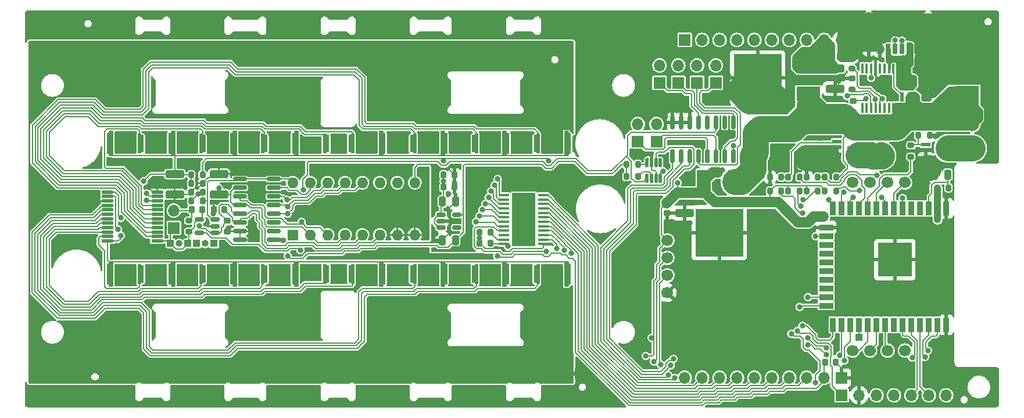
<source format=gtl>
G04 #@! TF.GenerationSoftware,KiCad,Pcbnew,(6.0.5-0)*
G04 #@! TF.CreationDate,2022-10-09T22:32:14+09:00*
G04 #@! TF.ProjectId,qLAMP-main,714c414d-502d-46d6-9169-6e2e6b696361,rev?*
G04 #@! TF.SameCoordinates,Original*
G04 #@! TF.FileFunction,Copper,L1,Top*
G04 #@! TF.FilePolarity,Positive*
%FSLAX46Y46*%
G04 Gerber Fmt 4.6, Leading zero omitted, Abs format (unit mm)*
G04 Created by KiCad (PCBNEW (6.0.5-0)) date 2022-10-09 22:32:14*
%MOMM*%
%LPD*%
G01*
G04 APERTURE LIST*
G04 Aperture macros list*
%AMRoundRect*
0 Rectangle with rounded corners*
0 $1 Rounding radius*
0 $2 $3 $4 $5 $6 $7 $8 $9 X,Y pos of 4 corners*
0 Add a 4 corners polygon primitive as box body*
4,1,4,$2,$3,$4,$5,$6,$7,$8,$9,$2,$3,0*
0 Add four circle primitives for the rounded corners*
1,1,$1+$1,$2,$3*
1,1,$1+$1,$4,$5*
1,1,$1+$1,$6,$7*
1,1,$1+$1,$8,$9*
0 Add four rect primitives between the rounded corners*
20,1,$1+$1,$2,$3,$4,$5,0*
20,1,$1+$1,$4,$5,$6,$7,0*
20,1,$1+$1,$6,$7,$8,$9,0*
20,1,$1+$1,$8,$9,$2,$3,0*%
%AMFreePoly0*
4,1,22,0.500000,-0.750000,0.000000,-0.750000,0.000000,-0.745033,-0.079941,-0.743568,-0.215256,-0.701293,-0.333266,-0.622738,-0.424486,-0.514219,-0.481581,-0.384460,-0.499164,-0.250000,-0.500000,-0.250000,-0.500000,0.250000,-0.499164,0.250000,-0.499963,0.256109,-0.478152,0.396186,-0.417904,0.524511,-0.324060,0.630769,-0.204165,0.706417,-0.067858,0.745374,0.000000,0.744959,0.000000,0.750000,
0.500000,0.750000,0.500000,-0.750000,0.500000,-0.750000,$1*%
%AMFreePoly1*
4,1,20,0.000000,0.744959,0.073905,0.744508,0.209726,0.703889,0.328688,0.626782,0.421226,0.519385,0.479903,0.390333,0.500000,0.250000,0.500000,-0.250000,0.499851,-0.262216,0.476331,-0.402017,0.414519,-0.529596,0.319384,-0.634700,0.198574,-0.708877,0.061801,-0.746166,0.000000,-0.745033,0.000000,-0.750000,-0.500000,-0.750000,-0.500000,0.750000,0.000000,0.750000,0.000000,0.744959,
0.000000,0.744959,$1*%
G04 Aperture macros list end*
G04 #@! TA.AperFunction,ComponentPad*
%ADD10C,2.000000*%
G04 #@! TD*
G04 #@! TA.AperFunction,SMDPad,CuDef*
%ADD11FreePoly0,180.000000*%
G04 #@! TD*
G04 #@! TA.AperFunction,SMDPad,CuDef*
%ADD12FreePoly1,180.000000*%
G04 #@! TD*
G04 #@! TA.AperFunction,SMDPad,CuDef*
%ADD13RoundRect,0.100000X-0.100000X0.637500X-0.100000X-0.637500X0.100000X-0.637500X0.100000X0.637500X0*%
G04 #@! TD*
G04 #@! TA.AperFunction,SMDPad,CuDef*
%ADD14RoundRect,0.150000X-0.512500X-0.150000X0.512500X-0.150000X0.512500X0.150000X-0.512500X0.150000X0*%
G04 #@! TD*
G04 #@! TA.AperFunction,SMDPad,CuDef*
%ADD15RoundRect,0.250000X-0.250000X-0.475000X0.250000X-0.475000X0.250000X0.475000X-0.250000X0.475000X0*%
G04 #@! TD*
G04 #@! TA.AperFunction,SMDPad,CuDef*
%ADD16R,1.219200X3.098800*%
G04 #@! TD*
G04 #@! TA.AperFunction,SMDPad,CuDef*
%ADD17RoundRect,0.225000X-0.225000X-0.250000X0.225000X-0.250000X0.225000X0.250000X-0.225000X0.250000X0*%
G04 #@! TD*
G04 #@! TA.AperFunction,SMDPad,CuDef*
%ADD18RoundRect,0.250000X1.100000X-0.325000X1.100000X0.325000X-1.100000X0.325000X-1.100000X-0.325000X0*%
G04 #@! TD*
G04 #@! TA.AperFunction,SMDPad,CuDef*
%ADD19RoundRect,0.225000X0.250000X-0.225000X0.250000X0.225000X-0.250000X0.225000X-0.250000X-0.225000X0*%
G04 #@! TD*
G04 #@! TA.AperFunction,SMDPad,CuDef*
%ADD20RoundRect,0.250000X-1.100000X0.325000X-1.100000X-0.325000X1.100000X-0.325000X1.100000X0.325000X0*%
G04 #@! TD*
G04 #@! TA.AperFunction,SMDPad,CuDef*
%ADD21RoundRect,0.225000X-0.250000X0.225000X-0.250000X-0.225000X0.250000X-0.225000X0.250000X0.225000X0*%
G04 #@! TD*
G04 #@! TA.AperFunction,SMDPad,CuDef*
%ADD22RoundRect,0.250000X0.250000X0.475000X-0.250000X0.475000X-0.250000X-0.475000X0.250000X-0.475000X0*%
G04 #@! TD*
G04 #@! TA.AperFunction,SMDPad,CuDef*
%ADD23RoundRect,0.109795X0.765205X0.109794X-0.765205X0.109794X-0.765205X-0.109794X0.765205X-0.109794X0*%
G04 #@! TD*
G04 #@! TA.AperFunction,SMDPad,CuDef*
%ADD24RoundRect,0.109795X0.109795X-0.552705X0.109795X0.552705X-0.109795X0.552705X-0.109795X-0.552705X0*%
G04 #@! TD*
G04 #@! TA.AperFunction,SMDPad,CuDef*
%ADD25RoundRect,0.150000X0.512500X0.150000X-0.512500X0.150000X-0.512500X-0.150000X0.512500X-0.150000X0*%
G04 #@! TD*
G04 #@! TA.AperFunction,SMDPad,CuDef*
%ADD26RoundRect,0.200000X-0.200000X-0.275000X0.200000X-0.275000X0.200000X0.275000X-0.200000X0.275000X0*%
G04 #@! TD*
G04 #@! TA.AperFunction,SMDPad,CuDef*
%ADD27RoundRect,0.150000X-0.150000X0.825000X-0.150000X-0.825000X0.150000X-0.825000X0.150000X0.825000X0*%
G04 #@! TD*
G04 #@! TA.AperFunction,SMDPad,CuDef*
%ADD28R,1.320800X0.558800*%
G04 #@! TD*
G04 #@! TA.AperFunction,SMDPad,CuDef*
%ADD29R,0.558800X1.320800*%
G04 #@! TD*
G04 #@! TA.AperFunction,SMDPad,CuDef*
%ADD30RoundRect,0.100000X0.687500X0.100000X-0.687500X0.100000X-0.687500X-0.100000X0.687500X-0.100000X0*%
G04 #@! TD*
G04 #@! TA.AperFunction,ComponentPad*
%ADD31C,0.600000*%
G04 #@! TD*
G04 #@! TA.AperFunction,SMDPad,CuDef*
%ADD32R,3.400000X7.800000*%
G04 #@! TD*
G04 #@! TA.AperFunction,SMDPad,CuDef*
%ADD33RoundRect,0.200000X0.200000X0.275000X-0.200000X0.275000X-0.200000X-0.275000X0.200000X-0.275000X0*%
G04 #@! TD*
G04 #@! TA.AperFunction,ComponentPad*
%ADD34R,1.700000X1.700000*%
G04 #@! TD*
G04 #@! TA.AperFunction,ComponentPad*
%ADD35O,1.700000X1.700000*%
G04 #@! TD*
G04 #@! TA.AperFunction,SMDPad,CuDef*
%ADD36RoundRect,0.200000X-0.275000X0.200000X-0.275000X-0.200000X0.275000X-0.200000X0.275000X0.200000X0*%
G04 #@! TD*
G04 #@! TA.AperFunction,SMDPad,CuDef*
%ADD37RoundRect,0.225000X0.225000X0.250000X-0.225000X0.250000X-0.225000X-0.250000X0.225000X-0.250000X0*%
G04 #@! TD*
G04 #@! TA.AperFunction,ComponentPad*
%ADD38R,3.500000X3.500000*%
G04 #@! TD*
G04 #@! TA.AperFunction,ComponentPad*
%ADD39RoundRect,0.750000X-1.000000X0.750000X-1.000000X-0.750000X1.000000X-0.750000X1.000000X0.750000X0*%
G04 #@! TD*
G04 #@! TA.AperFunction,ComponentPad*
%ADD40RoundRect,0.875000X-0.875000X0.875000X-0.875000X-0.875000X0.875000X-0.875000X0.875000X0.875000X0*%
G04 #@! TD*
G04 #@! TA.AperFunction,SMDPad,CuDef*
%ADD41RoundRect,0.030000X0.265000X1.780000X-0.265000X1.780000X-0.265000X-1.780000X0.265000X-1.780000X0*%
G04 #@! TD*
G04 #@! TA.AperFunction,SMDPad,CuDef*
%ADD42RoundRect,0.180000X0.270000X1.370000X-0.270000X1.370000X-0.270000X-1.370000X0.270000X-1.370000X0*%
G04 #@! TD*
G04 #@! TA.AperFunction,SMDPad,CuDef*
%ADD43RoundRect,0.030000X0.205000X1.420000X-0.205000X1.420000X-0.205000X-1.420000X0.205000X-1.420000X0*%
G04 #@! TD*
G04 #@! TA.AperFunction,SMDPad,CuDef*
%ADD44RoundRect,0.180000X0.270000X1.120000X-0.270000X1.120000X-0.270000X-1.120000X0.270000X-1.120000X0*%
G04 #@! TD*
G04 #@! TA.AperFunction,SMDPad,CuDef*
%ADD45RoundRect,0.180000X-0.270000X-1.370000X0.270000X-1.370000X0.270000X1.370000X-0.270000X1.370000X0*%
G04 #@! TD*
G04 #@! TA.AperFunction,SMDPad,CuDef*
%ADD46RoundRect,0.030000X-0.265000X-1.780000X0.265000X-1.780000X0.265000X1.780000X-0.265000X1.780000X0*%
G04 #@! TD*
G04 #@! TA.AperFunction,SMDPad,CuDef*
%ADD47RoundRect,0.030000X-0.205000X-1.420000X0.205000X-1.420000X0.205000X1.420000X-0.205000X1.420000X0*%
G04 #@! TD*
G04 #@! TA.AperFunction,SMDPad,CuDef*
%ADD48RoundRect,0.180000X-0.270000X-1.120000X0.270000X-1.120000X0.270000X1.120000X-0.270000X1.120000X0*%
G04 #@! TD*
G04 #@! TA.AperFunction,ComponentPad*
%ADD49C,1.700000*%
G04 #@! TD*
G04 #@! TA.AperFunction,SMDPad,CuDef*
%ADD50RoundRect,0.100000X0.250000X0.650000X-0.250000X0.650000X-0.250000X-0.650000X0.250000X-0.650000X0*%
G04 #@! TD*
G04 #@! TA.AperFunction,SMDPad,CuDef*
%ADD51RoundRect,0.100000X0.300000X0.650000X-0.300000X0.650000X-0.300000X-0.650000X0.300000X-0.650000X0*%
G04 #@! TD*
G04 #@! TA.AperFunction,ComponentPad*
%ADD52O,1.000000X1.800000*%
G04 #@! TD*
G04 #@! TA.AperFunction,SMDPad,CuDef*
%ADD53RoundRect,0.150000X-0.825000X-0.150000X0.825000X-0.150000X0.825000X0.150000X-0.825000X0.150000X0*%
G04 #@! TD*
G04 #@! TA.AperFunction,SMDPad,CuDef*
%ADD54RoundRect,0.250000X0.475000X-0.250000X0.475000X0.250000X-0.475000X0.250000X-0.475000X-0.250000X0*%
G04 #@! TD*
G04 #@! TA.AperFunction,SMDPad,CuDef*
%ADD55R,0.900000X2.000000*%
G04 #@! TD*
G04 #@! TA.AperFunction,SMDPad,CuDef*
%ADD56R,2.000000X0.900000*%
G04 #@! TD*
G04 #@! TA.AperFunction,SMDPad,CuDef*
%ADD57R,5.000000X5.000000*%
G04 #@! TD*
G04 #@! TA.AperFunction,SMDPad,CuDef*
%ADD58R,3.500000X2.000000*%
G04 #@! TD*
G04 #@! TA.AperFunction,SMDPad,CuDef*
%ADD59R,7.000000X7.000000*%
G04 #@! TD*
G04 #@! TA.AperFunction,ComponentPad*
%ADD60R,1.600000X1.600000*%
G04 #@! TD*
G04 #@! TA.AperFunction,ComponentPad*
%ADD61O,1.600000X1.600000*%
G04 #@! TD*
G04 #@! TA.AperFunction,SMDPad,CuDef*
%ADD62R,2.000000X3.500000*%
G04 #@! TD*
G04 #@! TA.AperFunction,SMDPad,CuDef*
%ADD63RoundRect,0.200000X0.275000X-0.200000X0.275000X0.200000X-0.275000X0.200000X-0.275000X-0.200000X0*%
G04 #@! TD*
G04 #@! TA.AperFunction,ComponentPad*
%ADD64R,1.000000X1.000000*%
G04 #@! TD*
G04 #@! TA.AperFunction,ComponentPad*
%ADD65O,1.000000X1.000000*%
G04 #@! TD*
G04 #@! TA.AperFunction,ViaPad*
%ADD66C,0.800000*%
G04 #@! TD*
G04 #@! TA.AperFunction,Conductor*
%ADD67C,0.210820*%
G04 #@! TD*
G04 #@! TA.AperFunction,Conductor*
%ADD68C,1.524000*%
G04 #@! TD*
G04 #@! TA.AperFunction,Conductor*
%ADD69C,1.016000*%
G04 #@! TD*
G04 #@! TA.AperFunction,Conductor*
%ADD70C,1.270000*%
G04 #@! TD*
G04 #@! TA.AperFunction,Conductor*
%ADD71C,3.810000*%
G04 #@! TD*
G04 #@! TA.AperFunction,Conductor*
%ADD72C,2.540000*%
G04 #@! TD*
G04 #@! TA.AperFunction,Conductor*
%ADD73C,0.381000*%
G04 #@! TD*
G04 #@! TA.AperFunction,Conductor*
%ADD74C,2.032000*%
G04 #@! TD*
G04 APERTURE END LIST*
G36*
X147260000Y-126330000D02*
G01*
X146760000Y-126330000D01*
X146760000Y-125730000D01*
X147260000Y-125730000D01*
X147260000Y-126330000D01*
G37*
D10*
X205069999Y-89680009D03*
X205069999Y-93180009D03*
D11*
X147660000Y-126030000D03*
D12*
X146360000Y-126030000D03*
D13*
X193553292Y-81537300D03*
X192903292Y-81537300D03*
X192253292Y-81537300D03*
X191603292Y-81537300D03*
X190953292Y-81537300D03*
X190303292Y-81537300D03*
X189653292Y-81537300D03*
X189003292Y-81537300D03*
X189003292Y-87262300D03*
X189653292Y-87262300D03*
X190303292Y-87262300D03*
X190953292Y-87262300D03*
X191603292Y-87262300D03*
X192253292Y-87262300D03*
X192903292Y-87262300D03*
X193553292Y-87262300D03*
D14*
X127665878Y-102840011D03*
X127665878Y-103790011D03*
X127665878Y-104740011D03*
X129940878Y-104740011D03*
X129940878Y-102840011D03*
D15*
X127853378Y-100919989D03*
X129753378Y-100919989D03*
D16*
X180659989Y-89207289D03*
X180659989Y-94312689D03*
D17*
X128028376Y-98850000D03*
X129578376Y-98850000D03*
D18*
X173230000Y-90475000D03*
X173230000Y-87525000D03*
D19*
X175700000Y-88945000D03*
X175700000Y-87395000D03*
D20*
X185060000Y-81515000D03*
X185060000Y-84465000D03*
D21*
X160570000Y-101065000D03*
X160570000Y-102615000D03*
D22*
X129733376Y-106560000D03*
X127833376Y-106560000D03*
D17*
X195195000Y-81780000D03*
X196745000Y-81780000D03*
D18*
X95290005Y-99884989D03*
X95290005Y-96934989D03*
D10*
X191850010Y-90799996D03*
X191850010Y-94299996D03*
D23*
X86295999Y-106695011D03*
X86295999Y-106045013D03*
X86295999Y-105395012D03*
X86295999Y-104745012D03*
X86295999Y-104095012D03*
X86295999Y-103445012D03*
X86295999Y-102795012D03*
X86295999Y-102145012D03*
X86295999Y-101495012D03*
X86295999Y-100845012D03*
X86295999Y-100195011D03*
X86295999Y-99545013D03*
X79095999Y-99545013D03*
X79095999Y-100195011D03*
X79095999Y-100845012D03*
X79095999Y-101495012D03*
X79095999Y-102145012D03*
X79095999Y-102795012D03*
X79095999Y-103445012D03*
X79095999Y-104095012D03*
X79095999Y-104745012D03*
X79095999Y-105395012D03*
X79095999Y-106045013D03*
X79095999Y-106695011D03*
D21*
X96469200Y-103754992D03*
X96469200Y-105304992D03*
D17*
X183625000Y-124360000D03*
X185175000Y-124360000D03*
X91300000Y-102108000D03*
X92850000Y-102108000D03*
D24*
X157664993Y-97555900D03*
X158314993Y-97555900D03*
X158964993Y-97555900D03*
X159614993Y-97555900D03*
X159614993Y-95280900D03*
X158964993Y-95280900D03*
X158314993Y-95280900D03*
X157664993Y-95280900D03*
D25*
X94736500Y-105479992D03*
X94736500Y-104529992D03*
X94736500Y-103579992D03*
X92461500Y-103579992D03*
X92461500Y-105479992D03*
D26*
X154665012Y-95529400D03*
X156315012Y-95529400D03*
X154665012Y-97307400D03*
X156315012Y-97307400D03*
D27*
X170255000Y-89375000D03*
X168985000Y-89375000D03*
X167715000Y-89375000D03*
X166445000Y-89375000D03*
X165175000Y-89375000D03*
X163905000Y-89375000D03*
X162635000Y-89375000D03*
X161365000Y-89375000D03*
X161365000Y-94325000D03*
X162635000Y-94325000D03*
X163905000Y-94325000D03*
X165175000Y-94325000D03*
X166445000Y-94325000D03*
X167715000Y-94325000D03*
X168985000Y-94325000D03*
X170255000Y-94325000D03*
D17*
X128028376Y-97050000D03*
X129578376Y-97050000D03*
D28*
X198277800Y-92670200D03*
X198277800Y-94549800D03*
X200462200Y-93610000D03*
X185287800Y-92210200D03*
X185287800Y-94089800D03*
X187472200Y-93150000D03*
D29*
X194820200Y-85652200D03*
X196699800Y-85652200D03*
X195760000Y-83467800D03*
D30*
X142540000Y-107148000D03*
X142540000Y-106498000D03*
X142540000Y-105848000D03*
X142540000Y-105198000D03*
X142540000Y-104548000D03*
X142540000Y-103898000D03*
X142540000Y-103248000D03*
X142540000Y-102598000D03*
X142540000Y-101948000D03*
X142540000Y-101298000D03*
X142540000Y-100648000D03*
X142540000Y-99998000D03*
X136815000Y-99998000D03*
X136815000Y-100648000D03*
X136815000Y-101298000D03*
X136815000Y-101948000D03*
X136815000Y-102598000D03*
X136815000Y-103248000D03*
X136815000Y-103898000D03*
X136815000Y-104548000D03*
X136815000Y-105198000D03*
X136815000Y-105848000D03*
X136815000Y-106498000D03*
X136815000Y-107148000D03*
D31*
X139677500Y-100323000D03*
X139677500Y-105523000D03*
X138377500Y-106823000D03*
X140977500Y-104223000D03*
X138377500Y-105523000D03*
X139677500Y-104223000D03*
X138377500Y-102923000D03*
X138377500Y-101623000D03*
X140977500Y-106823000D03*
X138377500Y-100323000D03*
D32*
X139677500Y-103573000D03*
D31*
X140977500Y-105523000D03*
X138377500Y-104223000D03*
X140977500Y-100323000D03*
X140977500Y-102923000D03*
X139677500Y-101623000D03*
X139677500Y-102923000D03*
X140977500Y-101623000D03*
X139677500Y-106823000D03*
D33*
X185226000Y-97360000D03*
X183576000Y-97360000D03*
D22*
X201475000Y-97020000D03*
X199575000Y-97020000D03*
D34*
X156300000Y-92185000D03*
D35*
X156300000Y-89645000D03*
D34*
X167669979Y-83629999D03*
D35*
X167669979Y-81089999D03*
D34*
X159479978Y-83629999D03*
D35*
X159479978Y-81089999D03*
D34*
X162210000Y-83630000D03*
D35*
X162210000Y-81090000D03*
D34*
X164939987Y-83629999D03*
D35*
X164939987Y-81089999D03*
D34*
X159030010Y-92185007D03*
D35*
X159030010Y-89645007D03*
D33*
X198845000Y-91305000D03*
X197195000Y-91305000D03*
D26*
X175575000Y-97360000D03*
X177225000Y-97360000D03*
D36*
X187500006Y-79896200D03*
X187500006Y-81546200D03*
X187500006Y-82944200D03*
X187500006Y-84594200D03*
X196100000Y-92745000D03*
X196100000Y-94395000D03*
D26*
X178242000Y-97360000D03*
X179892000Y-97360000D03*
D33*
X134865000Y-105430000D03*
X133215000Y-105430000D03*
X201575000Y-98940000D03*
X199925000Y-98940000D03*
D36*
X187680000Y-86275000D03*
X187680000Y-87925000D03*
D37*
X134815000Y-107000000D03*
X133265000Y-107000000D03*
D20*
X163100000Y-99685000D03*
X163100000Y-102635000D03*
D17*
X184175000Y-79870000D03*
X185725000Y-79870000D03*
D38*
X204295781Y-85809811D03*
D39*
X204295781Y-79809811D03*
D40*
X199595781Y-82809811D03*
D26*
X183576000Y-99392000D03*
X185226000Y-99392000D03*
D41*
X127902203Y-111501631D03*
D42*
X128122203Y-111501631D03*
D43*
X123807203Y-111501631D03*
D44*
X123592203Y-111501631D03*
D41*
X136902211Y-92502076D03*
D42*
X137122211Y-92502076D03*
D43*
X132807211Y-92502076D03*
D44*
X132592211Y-92502076D03*
D45*
X97372215Y-111501631D03*
D46*
X97592215Y-111501631D03*
D47*
X101687215Y-111501631D03*
D48*
X101902215Y-111501631D03*
D49*
X187611004Y-98175013D03*
X190151003Y-98175006D03*
X192691003Y-98175006D03*
X195231003Y-98175006D03*
X187611003Y-122675006D03*
X190151003Y-122675006D03*
X192691003Y-122675006D03*
X195231003Y-122675006D03*
X160611003Y-106615006D03*
X160611003Y-109155006D03*
X160611003Y-111695006D03*
X160611003Y-114235006D03*
D46*
X97592215Y-92502076D03*
D45*
X97372215Y-92502076D03*
D47*
X101687215Y-92502076D03*
D48*
X101902215Y-92502076D03*
D33*
X179892000Y-99392000D03*
X178242000Y-99392000D03*
D50*
X194788290Y-78669782D03*
X192788290Y-78669782D03*
D51*
X191588290Y-78669782D03*
D50*
X193788290Y-78669782D03*
X195788290Y-78669782D03*
D51*
X196988290Y-78669782D03*
D52*
X198608290Y-78419782D03*
X198608290Y-74619782D03*
X189968290Y-78419782D03*
X189968290Y-74619782D03*
D20*
X88859995Y-96934989D03*
X88859995Y-99884989D03*
D53*
X98325000Y-97665000D03*
X98325000Y-98935000D03*
X98325000Y-100205000D03*
X98325000Y-101475000D03*
X98325000Y-102745000D03*
X98325000Y-104015000D03*
X98325000Y-105285000D03*
X98325000Y-106555000D03*
X103275000Y-106555000D03*
X103275000Y-105285000D03*
X103275000Y-104015000D03*
X103275000Y-102745000D03*
X103275000Y-101475000D03*
X103275000Y-100205000D03*
X103275000Y-98935000D03*
X103275000Y-97665000D03*
D34*
X186001000Y-126628000D03*
D35*
X183461000Y-126628000D03*
X180921000Y-126628000D03*
X178381000Y-126628000D03*
X175841000Y-126628000D03*
X173301000Y-126628000D03*
X170761000Y-126628000D03*
X168221000Y-126628000D03*
X165681000Y-126628000D03*
X163141000Y-126628000D03*
D45*
X79372200Y-111501631D03*
D46*
X79592200Y-111501631D03*
D47*
X83687200Y-111501631D03*
D48*
X83902200Y-111501631D03*
D42*
X119122221Y-111501631D03*
D41*
X118902221Y-111501631D03*
D43*
X114807221Y-111501631D03*
D44*
X114592221Y-111501631D03*
D46*
X106592222Y-111501631D03*
D45*
X106372222Y-111501631D03*
D47*
X110687222Y-111501631D03*
D48*
X110902222Y-111501631D03*
D33*
X92900000Y-99568000D03*
X91250000Y-99568000D03*
X92900000Y-97028000D03*
X91250000Y-97028000D03*
D41*
X118902221Y-92502076D03*
D42*
X119122221Y-92502076D03*
D43*
X114807221Y-92502076D03*
D44*
X114592221Y-92502076D03*
D45*
X106372222Y-92502076D03*
D46*
X106592222Y-92502076D03*
D47*
X110687222Y-92502076D03*
D48*
X110902222Y-92502076D03*
D54*
X198308292Y-87719800D03*
X198308292Y-85819800D03*
D55*
X201261000Y-101920000D03*
X199991000Y-101920000D03*
X198721000Y-101920000D03*
X197451000Y-101920000D03*
X196181000Y-101920000D03*
X194911000Y-101920000D03*
X193641000Y-101920000D03*
X192371000Y-101920000D03*
X191101000Y-101920000D03*
X189831000Y-101920000D03*
X188561000Y-101920000D03*
X187291000Y-101920000D03*
X186021000Y-101920000D03*
X184751000Y-101920000D03*
D56*
X183751000Y-104705000D03*
X183751000Y-105975000D03*
X183751000Y-107245000D03*
X183751000Y-108515000D03*
X183751000Y-109785000D03*
X183751000Y-111055000D03*
X183751000Y-112325000D03*
X183751000Y-113595000D03*
X183751000Y-114865000D03*
X183751000Y-116135000D03*
D55*
X184751000Y-118920000D03*
X186021000Y-118920000D03*
X187291000Y-118920000D03*
X188561000Y-118920000D03*
X189831000Y-118920000D03*
X191101000Y-118920000D03*
X192371000Y-118920000D03*
X193641000Y-118920000D03*
X194911000Y-118920000D03*
X196181000Y-118920000D03*
X197451000Y-118920000D03*
X198721000Y-118920000D03*
X199991000Y-118920000D03*
X201261000Y-118920000D03*
D57*
X193761000Y-109420000D03*
D34*
X186001000Y-129199996D03*
D35*
X188541000Y-129199996D03*
X191081000Y-129199996D03*
X193621000Y-129199996D03*
X196161000Y-129199996D03*
X198701000Y-129199996D03*
X201241000Y-129199996D03*
D33*
X182559000Y-97360000D03*
X180909000Y-97360000D03*
D46*
X88592208Y-111501631D03*
D45*
X88372208Y-111501631D03*
D48*
X92902208Y-111501631D03*
D47*
X92687208Y-111501631D03*
D42*
X128122203Y-92502076D03*
D41*
X127902203Y-92502076D03*
D44*
X123592203Y-92502076D03*
D43*
X123807203Y-92502076D03*
D34*
X163141000Y-77372000D03*
D35*
X165681000Y-77372000D03*
X168221000Y-77372000D03*
X170761000Y-77372000D03*
X173301000Y-77372000D03*
X175841000Y-77372000D03*
X178381000Y-77372000D03*
X180921000Y-77372000D03*
X183461000Y-77372000D03*
X186001000Y-77372000D03*
D37*
X96065005Y-102108000D03*
X94515005Y-102108000D03*
D26*
X91250000Y-98298000D03*
X92900000Y-98298000D03*
D42*
X146122218Y-111501631D03*
D41*
X145902218Y-111501631D03*
D43*
X141807218Y-111501631D03*
D44*
X141592218Y-111501631D03*
D33*
X177225000Y-99392000D03*
X175575000Y-99392000D03*
D58*
X181165000Y-85190000D03*
X181165000Y-80610000D03*
D59*
X173765000Y-82890000D03*
D60*
X106029989Y-105809999D03*
D61*
X108569989Y-105809999D03*
X111109989Y-105809999D03*
X113649989Y-105809999D03*
X116189989Y-105809999D03*
X118729989Y-105809999D03*
X121269989Y-105809999D03*
X123809989Y-105809999D03*
X123809989Y-98189999D03*
X121269989Y-98189999D03*
X118729989Y-98189999D03*
X116189989Y-98189999D03*
X113649989Y-98189999D03*
X111109989Y-98189999D03*
X108569989Y-98189999D03*
X106029989Y-98189999D03*
D33*
X92900000Y-100838000D03*
X91250000Y-100838000D03*
D62*
X170480000Y-98085000D03*
X165900000Y-98085000D03*
D59*
X168180000Y-105485000D03*
D63*
X90932000Y-105354992D03*
X90932000Y-103704992D03*
D45*
X88372208Y-92502076D03*
D46*
X88592208Y-92502076D03*
D47*
X92687208Y-92502076D03*
D48*
X92902208Y-92502076D03*
D42*
X146122218Y-92502076D03*
D41*
X145902218Y-92502076D03*
D43*
X141807218Y-92502076D03*
D44*
X141592218Y-92502076D03*
D45*
X79372200Y-92502076D03*
D46*
X79592200Y-92502076D03*
D48*
X83902200Y-92502076D03*
D47*
X83687200Y-92502076D03*
D34*
X88719990Y-104785008D03*
D35*
X88719990Y-102245008D03*
D26*
X180909000Y-99392000D03*
X182559000Y-99392000D03*
D41*
X136902211Y-111501631D03*
D42*
X137122211Y-111501631D03*
D44*
X132592211Y-111501631D03*
D43*
X132807211Y-111501631D03*
D64*
X88240000Y-107050000D03*
X94590006Y-107050002D03*
X188560000Y-120700000D03*
X90780000Y-107050000D03*
D65*
X89510000Y-107050000D03*
D64*
X92050000Y-107050000D03*
D65*
X93320000Y-107050000D03*
D66*
X142982129Y-108226245D03*
X181111270Y-114870000D03*
X128220000Y-78860000D03*
X77330000Y-99700000D03*
X133950000Y-88850000D03*
X103160000Y-110680000D03*
X138410000Y-126210000D03*
X105050000Y-93350000D03*
X100210000Y-104460000D03*
X123220000Y-85870000D03*
X138750000Y-93460000D03*
X114450000Y-108940000D03*
X139340000Y-114490000D03*
X144247218Y-111501631D03*
X96130000Y-93510000D03*
X68870000Y-125990000D03*
X93573823Y-104184712D03*
X83240000Y-86450000D03*
X82180000Y-126260000D03*
X139320000Y-112690000D03*
X104860000Y-86140000D03*
X138180000Y-88850000D03*
X126247218Y-111501631D03*
X102910000Y-89230000D03*
X77630000Y-95610000D03*
X106920000Y-95920000D03*
X90247218Y-111501631D03*
X68740000Y-83210000D03*
X115250000Y-102260000D03*
X90790000Y-95240000D03*
X102960000Y-114970000D03*
X83610000Y-80500000D03*
X103190000Y-91300000D03*
X90330000Y-108840000D03*
X111970000Y-110560000D03*
X68950000Y-97570000D03*
X100840000Y-126140000D03*
X104360000Y-80810000D03*
X86430000Y-108750000D03*
X96080000Y-107210000D03*
X121170000Y-78780000D03*
X108247218Y-92502076D03*
X109320000Y-114180000D03*
X117470000Y-120620000D03*
X135247218Y-111501631D03*
X140160000Y-86620000D03*
X122560000Y-81940000D03*
X110940000Y-80860000D03*
X117570000Y-99440000D03*
X120540000Y-110740000D03*
X131290000Y-81080000D03*
X104500000Y-112820000D03*
X109330000Y-83310000D03*
X117247218Y-92502076D03*
X144247218Y-92502076D03*
X100790000Y-106310000D03*
X93010000Y-126540000D03*
X129130000Y-88880000D03*
X94330000Y-109000000D03*
X87200000Y-112820000D03*
X88230000Y-124750000D03*
X99900000Y-85360000D03*
X99830000Y-88730000D03*
X98170000Y-80630000D03*
X124310000Y-99690000D03*
X112310000Y-104350000D03*
X142650000Y-121390000D03*
X97950000Y-96490000D03*
X120380000Y-91360000D03*
X74680000Y-101760000D03*
X68580000Y-88110000D03*
X87090000Y-93440000D03*
X94150000Y-110600000D03*
X96656475Y-104830354D03*
X144740000Y-81950000D03*
X124660000Y-108780000D03*
X84900501Y-98794725D03*
X72150000Y-106210000D03*
X117247218Y-111501631D03*
X108170000Y-78680000D03*
X76910000Y-106240000D03*
X122180000Y-112820000D03*
X102470000Y-108940000D03*
X75960000Y-82150000D03*
X123120000Y-120040000D03*
X112210000Y-91550000D03*
X101560000Y-100660000D03*
X116190000Y-95900000D03*
X119180000Y-126630000D03*
X68680000Y-120760000D03*
X94400000Y-88750000D03*
X81247218Y-92502076D03*
X135247218Y-92502076D03*
X98340000Y-124020000D03*
X97330000Y-115660000D03*
X81060000Y-83480000D03*
X124330000Y-104060000D03*
X138260000Y-91200000D03*
X109010000Y-95990000D03*
X145780000Y-116160000D03*
X94470702Y-102677292D03*
X97170000Y-83560000D03*
X79150000Y-86400000D03*
X108247218Y-111501631D03*
X143210000Y-118110000D03*
X109240000Y-120440000D03*
X88260000Y-78620000D03*
X113260000Y-112370000D03*
X117620000Y-104240000D03*
X79050000Y-117520000D03*
X107750000Y-101990000D03*
X71140000Y-100900000D03*
X117480000Y-84830000D03*
X128310000Y-120260000D03*
X124940000Y-88820000D03*
X112110000Y-100500000D03*
X97030000Y-88730000D03*
X73250000Y-122980000D03*
X109190000Y-103960000D03*
X70430000Y-117640000D03*
X146080710Y-87700710D03*
X98160000Y-109000000D03*
X106140000Y-125310000D03*
X142810000Y-114280000D03*
X126247218Y-92502076D03*
X85740000Y-110530000D03*
X145960000Y-121290000D03*
X100240000Y-117800000D03*
X100140000Y-98600000D03*
X129440000Y-91440000D03*
X99247218Y-111501631D03*
X110800000Y-126420000D03*
X103020000Y-83420000D03*
X68600000Y-115840000D03*
X85190000Y-91230000D03*
X141670000Y-82730000D03*
X119920000Y-97060000D03*
X114510000Y-125300000D03*
X76040000Y-120270000D03*
X78970000Y-122820000D03*
X95140000Y-78470000D03*
X107850000Y-117550000D03*
X119930000Y-117830000D03*
X123050000Y-95850000D03*
X79820000Y-95190000D03*
X95990000Y-112900000D03*
X94090000Y-91300000D03*
X74210000Y-78800000D03*
X77684368Y-101085579D03*
X123050000Y-115420000D03*
X68690000Y-78540000D03*
X111070000Y-102380000D03*
X97260000Y-120670000D03*
X127170000Y-83510000D03*
X117380000Y-88700000D03*
X122230000Y-93340000D03*
X138300000Y-110670000D03*
X129390000Y-110660000D03*
X94000000Y-115190000D03*
X120910000Y-101900000D03*
X133490000Y-115110000D03*
X71410000Y-108480000D03*
X83600000Y-96720000D03*
X115560000Y-78570000D03*
X117500000Y-115330000D03*
X82940000Y-122710000D03*
X73360000Y-85230000D03*
X112390000Y-96850000D03*
X135480000Y-78620000D03*
X100680000Y-108070000D03*
X102880000Y-120570000D03*
X94430000Y-95530000D03*
X131880000Y-126280000D03*
X116540000Y-81500000D03*
X81247218Y-111501631D03*
X109150000Y-86710000D03*
X81730000Y-106770000D03*
X75810000Y-126410000D03*
X126070000Y-125280000D03*
X101380000Y-78780000D03*
X87860000Y-95220000D03*
X143740000Y-78760000D03*
X68870000Y-103140000D03*
X126140000Y-117920000D03*
X131350000Y-112780000D03*
X102400000Y-123810000D03*
X113390000Y-93380000D03*
X101150000Y-95400000D03*
X138510000Y-81000000D03*
X108330000Y-89720000D03*
X128950000Y-115080000D03*
X79260000Y-78750000D03*
X104790000Y-96710000D03*
X91590000Y-79790000D03*
X80840000Y-120000000D03*
X99247218Y-92502076D03*
X82830000Y-117520000D03*
X131380000Y-93420000D03*
X73440000Y-118900000D03*
X90247218Y-92502076D03*
X119410000Y-108620000D03*
X82970000Y-108930000D03*
X79990000Y-109010000D03*
X178676034Y-120212829D03*
X199990000Y-103590000D03*
X168669773Y-96316240D03*
X157480000Y-123459588D03*
X170217892Y-92790006D03*
X160000000Y-96510000D03*
X107138110Y-108039770D03*
X162121853Y-98193678D03*
X183350000Y-103140000D03*
X137374951Y-107486551D03*
X158331232Y-120804108D03*
X182190999Y-127333295D03*
X105320000Y-108866850D03*
X92423240Y-104520000D03*
X161483388Y-123891861D03*
X187660000Y-100330000D03*
X186386787Y-124133953D03*
X80987239Y-103330000D03*
X80570000Y-104980000D03*
X161688755Y-126664471D03*
X198159110Y-123583451D03*
X84738566Y-99784265D03*
X196277395Y-123682681D03*
X160716866Y-126250931D03*
X191809110Y-100342717D03*
X191127189Y-97099178D03*
X105321879Y-101696057D03*
X158678646Y-124286668D03*
X184132466Y-100693056D03*
X84750000Y-100786902D03*
X185744772Y-123357524D03*
X161110040Y-124834700D03*
X159665285Y-124700208D03*
X182220000Y-105980000D03*
X105180359Y-100703392D03*
X107321336Y-103883684D03*
X107592802Y-99196319D03*
X189520125Y-85922883D03*
X190940000Y-86040000D03*
X193790000Y-77430000D03*
X191939137Y-85955527D03*
X194800000Y-77460000D03*
X163550000Y-82210000D03*
X103210000Y-128400000D03*
X197740000Y-108460000D03*
X126870000Y-99610000D03*
X88950000Y-76460000D03*
X202740000Y-125890000D03*
X163610000Y-79540000D03*
X95300000Y-76510000D03*
X126860000Y-105650000D03*
X160260000Y-115910000D03*
X182860000Y-94610000D03*
X179060000Y-117540000D03*
X170670000Y-115980000D03*
X92030000Y-74360000D03*
X159140000Y-100580000D03*
X200080000Y-76230000D03*
X157080000Y-120640000D03*
X183980000Y-94597311D03*
X197810000Y-80330000D03*
X202790000Y-77260000D03*
X207680000Y-78190000D03*
X176040000Y-102570000D03*
X187560000Y-77980000D03*
X196954207Y-76965793D03*
X166430000Y-85750000D03*
X178880000Y-105300000D03*
X166350000Y-79540000D03*
X193100000Y-125430000D03*
X189110000Y-110890000D03*
X187920000Y-125530000D03*
X126850000Y-101920000D03*
X150880000Y-97680000D03*
X122310000Y-76380000D03*
X186652715Y-79717285D03*
X186060000Y-116880000D03*
X148140000Y-88960000D03*
X172539753Y-86230247D03*
X119410000Y-130100000D03*
X200070000Y-128300000D03*
X163910000Y-104040000D03*
X163880000Y-119630000D03*
X91860000Y-129980000D03*
X156400000Y-111110000D03*
X192230000Y-83200000D03*
X77990000Y-74130000D03*
X129578376Y-98178376D03*
X162210000Y-117620000D03*
X193990000Y-104950000D03*
X167950000Y-112860000D03*
X157590000Y-88670000D03*
X181550000Y-94610000D03*
X194860000Y-92540000D03*
X157150000Y-87350000D03*
X185500000Y-107820000D03*
X185850000Y-110880000D03*
X106080000Y-130010000D03*
X196310218Y-74619782D03*
X81890000Y-76490000D03*
X156370000Y-78420000D03*
X185750000Y-104780000D03*
X193610000Y-96210000D03*
X72910000Y-76430000D03*
X176052720Y-86307280D03*
X160450000Y-94550000D03*
X165220000Y-92450000D03*
X156960000Y-100770000D03*
X104627440Y-106623550D03*
X164560000Y-110600000D03*
X118890000Y-74310000D03*
X185830000Y-96090000D03*
X201780000Y-113060000D03*
X169080000Y-79690000D03*
X200810000Y-74090000D03*
X168900000Y-91510000D03*
X149510000Y-127357048D03*
X116270000Y-76470000D03*
X185200000Y-121480000D03*
X179720000Y-112640000D03*
X160330000Y-119510000D03*
X102850000Y-76490000D03*
X198460000Y-96010000D03*
X182060000Y-83200000D03*
X133070000Y-74180000D03*
X207990000Y-91140000D03*
X68100000Y-74130000D03*
X149030000Y-129330000D03*
X196880000Y-97910000D03*
X152800000Y-74120000D03*
X180730000Y-75090000D03*
X128780000Y-99850000D03*
X157740000Y-81550000D03*
X163640000Y-97750000D03*
X197640000Y-116810000D03*
X193450000Y-85610000D03*
X130020000Y-128410000D03*
X146250000Y-101600000D03*
X160800000Y-82210000D03*
X198290000Y-124900000D03*
X109310000Y-128400000D03*
X197900000Y-100130000D03*
X145810000Y-130050000D03*
X199810000Y-110880000D03*
X179870000Y-128940000D03*
X197710000Y-104780000D03*
X152130000Y-86910000D03*
X183840000Y-120440000D03*
X194910000Y-128240000D03*
X68090000Y-130020000D03*
X208040000Y-126040000D03*
X122070000Y-128280000D03*
X158256835Y-94051231D03*
X179690000Y-108170000D03*
X162150000Y-113020000D03*
X109060000Y-76340000D03*
X200750000Y-123640000D03*
X116020000Y-128360000D03*
X89220000Y-128360000D03*
X174287280Y-86307280D03*
X169890000Y-119510000D03*
X185604787Y-83410000D03*
X167400000Y-117530000D03*
X157260000Y-114960000D03*
X143230000Y-74080000D03*
X194057711Y-76192289D03*
X195500000Y-114600000D03*
X172130000Y-74070000D03*
X169140000Y-86490000D03*
X147120000Y-96480000D03*
X197710000Y-112990000D03*
X148320000Y-98410000D03*
X150920000Y-106290000D03*
X158540000Y-108940000D03*
X135780000Y-128360000D03*
X154160000Y-89430000D03*
X142350000Y-96860000D03*
X153130000Y-81590000D03*
X190770000Y-127300000D03*
X179100000Y-130250000D03*
X137380000Y-98650000D03*
X189110000Y-104840000D03*
X165170000Y-115890000D03*
X201570000Y-100100000D03*
X152970000Y-117790000D03*
X71970000Y-128280000D03*
X207950000Y-94660000D03*
X190459094Y-76069094D03*
X169440000Y-82480000D03*
X160410000Y-78750000D03*
X106440000Y-74410000D03*
X177830000Y-94610000D03*
X183940000Y-74730000D03*
X180080000Y-94610000D03*
X133215000Y-106245000D03*
X172790000Y-107800000D03*
X136170000Y-76410000D03*
X207540000Y-82430000D03*
X166250000Y-82290000D03*
X196310000Y-125280000D03*
X132640000Y-130020000D03*
X152860000Y-130150000D03*
X160310000Y-88590000D03*
X185590000Y-113710000D03*
X173630000Y-117980000D03*
X199740000Y-114850000D03*
X176170000Y-129450000D03*
X201780000Y-116850000D03*
X199810000Y-106360000D03*
X199595792Y-91415792D03*
X150760000Y-127880000D03*
X203070000Y-128890000D03*
X190340000Y-114460000D03*
X177470000Y-74480000D03*
X156570000Y-105320000D03*
X207910000Y-87740000D03*
X205370000Y-73840000D03*
X126870000Y-96630000D03*
X153160000Y-112730000D03*
X175800000Y-96020000D03*
X171250000Y-109920000D03*
X200555000Y-78885000D03*
X161990000Y-108170000D03*
X159070000Y-85200000D03*
X207990000Y-130180000D03*
X193220000Y-113060000D03*
X186590000Y-74090000D03*
X188960000Y-117110000D03*
X201670000Y-108640000D03*
X106273930Y-108548302D03*
X129950000Y-103790000D03*
X145450000Y-98860000D03*
X189920000Y-107660000D03*
X148370000Y-78290000D03*
X171410000Y-130280000D03*
X153230000Y-109090000D03*
X142310000Y-98900000D03*
X130130000Y-76310000D03*
X175520000Y-106100000D03*
X202482911Y-82587089D03*
X173590000Y-113630000D03*
X143410000Y-128440000D03*
X176190000Y-119480000D03*
X167840000Y-98680000D03*
X193810000Y-120860000D03*
X176410000Y-116070000D03*
X150370000Y-84500000D03*
X192350218Y-74619782D03*
X157180000Y-84850000D03*
X154140000Y-98570000D03*
X182840000Y-91676071D03*
X160600000Y-104910000D03*
X177300000Y-86307280D03*
X172660000Y-102650000D03*
X188052711Y-75557289D03*
X95090000Y-128400000D03*
X201710000Y-103800000D03*
X200840000Y-120800000D03*
X76210000Y-130060000D03*
X176150000Y-92900000D03*
X131690000Y-97110000D03*
X163620000Y-87600000D03*
X81170000Y-128280000D03*
X147170000Y-75410000D03*
X131310000Y-106640000D03*
X193320000Y-116920000D03*
X183810000Y-117280000D03*
X175860000Y-110550000D03*
X80964984Y-105901629D03*
X84318324Y-97978342D03*
X188653048Y-99316302D03*
X135832818Y-108904780D03*
X143320000Y-94968306D03*
X128030000Y-94968306D03*
X128028376Y-97978376D03*
X190300000Y-82880000D03*
X186794359Y-85553995D03*
X183768110Y-122279597D03*
X181111270Y-120840000D03*
X145560712Y-108049288D03*
X186368145Y-99571406D03*
X146582903Y-108486645D03*
X134565020Y-100355148D03*
X134961708Y-99434251D03*
X135453305Y-98560326D03*
X135898837Y-97662042D03*
X134127098Y-101257166D03*
X133674942Y-102152134D03*
X133259921Y-103064916D03*
X132715660Y-103907051D03*
X194910000Y-100440000D03*
X105321879Y-102698760D03*
X180284190Y-119066792D03*
X180331142Y-102589987D03*
X179581500Y-119782082D03*
X180031796Y-101625964D03*
X179870650Y-116300000D03*
X180369261Y-100681755D03*
X92280000Y-99810000D03*
X95290000Y-98990000D03*
X181092081Y-121866989D03*
X198572650Y-122670000D03*
X183768110Y-123282300D03*
X144525224Y-107766486D03*
D67*
X142950545Y-108194661D02*
X142982129Y-108226245D01*
X135275474Y-104646870D02*
X132804526Y-104646870D01*
X138270173Y-108194661D02*
X139431757Y-108194661D01*
X139431757Y-108194661D02*
X142950545Y-108194661D01*
X132506870Y-107470829D02*
X132819171Y-107783130D01*
X132506870Y-104944526D02*
X132506870Y-107470829D01*
X137856634Y-108608200D02*
X138270173Y-108194661D01*
X133463296Y-107783130D02*
X133876837Y-108196670D01*
X136641531Y-108608201D02*
X137856634Y-108608200D01*
X135826604Y-105198000D02*
X135275474Y-104646870D01*
X136230000Y-108196670D02*
X136641531Y-108608201D01*
X181111270Y-114870000D02*
X181116270Y-114865000D01*
X132804526Y-104646870D02*
X132506870Y-104944526D01*
X181116270Y-114865000D02*
X183751000Y-114865000D01*
X133876837Y-108196670D02*
X136230000Y-108196670D01*
X136815000Y-105198000D02*
X135826604Y-105198000D01*
X132819171Y-107783130D02*
X133463296Y-107783130D01*
X94515005Y-102215005D02*
X94515005Y-102108000D01*
X96469200Y-105304992D02*
X98305008Y-105304992D01*
X77924935Y-100845012D02*
X77684368Y-101085579D01*
X94736500Y-104529992D02*
X93919103Y-104529992D01*
X79095999Y-100845012D02*
X77924935Y-100845012D01*
X96218000Y-105479992D02*
X96393000Y-105304992D01*
X94784994Y-97440000D02*
X95290005Y-96934989D01*
X93740000Y-97440000D02*
X94784994Y-97440000D01*
X94470702Y-102677292D02*
X94470702Y-102152303D01*
X91780000Y-98960000D02*
X92238000Y-98960000D01*
X91250000Y-99568000D02*
X91250000Y-99490000D01*
X92900000Y-98298000D02*
X92900000Y-98280000D01*
X93919103Y-104529992D02*
X93573823Y-104184712D01*
X92238000Y-98960000D02*
X92900000Y-98298000D01*
X91250000Y-99490000D02*
X91780000Y-98960000D01*
X96316800Y-105304992D02*
X96316800Y-105293200D01*
X96656475Y-105117717D02*
X96469200Y-105304992D01*
X90933000Y-99885000D02*
X91250000Y-99568000D01*
X96656475Y-104830354D02*
X96656475Y-105117717D01*
X98305008Y-105304992D02*
X98325000Y-105285000D01*
X88860000Y-99885000D02*
X90933000Y-99885000D01*
X98325000Y-105285000D02*
X98325000Y-106555000D01*
X94470702Y-102152303D02*
X94515005Y-102108000D01*
X86295999Y-99545013D02*
X85650789Y-99545013D01*
X85650789Y-99545013D02*
X84900501Y-98794725D01*
X92900000Y-98280000D02*
X93740000Y-97440000D01*
X175575000Y-99392000D02*
X175575000Y-100925000D01*
X159761003Y-105765006D02*
X159761003Y-101959277D01*
X179023205Y-120560000D02*
X178676034Y-120212829D01*
X180383960Y-120959189D02*
X179984771Y-120560000D01*
X105676892Y-107745200D02*
X106843540Y-107745200D01*
D68*
X167510289Y-101020289D02*
X175479711Y-101020289D01*
D67*
X176358130Y-98608870D02*
X175575000Y-99392000D01*
X180909000Y-99392000D02*
X180909000Y-98661000D01*
D69*
X199991000Y-101920000D02*
X199991000Y-103589000D01*
D67*
X178271130Y-98608870D02*
X176358130Y-98608870D01*
X179774585Y-120560000D02*
X179357983Y-120560000D01*
X136815000Y-107148000D02*
X134963000Y-107148000D01*
X102086191Y-108158750D02*
X105263342Y-108158750D01*
X182866870Y-124226612D02*
X181215368Y-122575110D01*
X93426107Y-105479992D02*
X94187996Y-106241881D01*
X105207869Y-98935000D02*
X105570989Y-99298120D01*
X94187996Y-106241881D02*
X96331881Y-106241881D01*
X159039342Y-112097001D02*
X159039342Y-110141834D01*
D68*
X160520000Y-101200280D02*
X160520000Y-101115000D01*
D67*
X179357983Y-120560000D02*
X179023205Y-120560000D01*
X158331232Y-120804108D02*
X158557496Y-120804108D01*
D69*
X199991000Y-99006000D02*
X199925000Y-98940000D01*
D68*
X167191740Y-96678260D02*
X167976240Y-96678260D01*
D67*
X180631828Y-122408171D02*
X180383960Y-122160303D01*
X105570989Y-99298120D02*
X106693168Y-99298120D01*
X182969474Y-98608870D02*
X180961130Y-98608870D01*
X170255000Y-94325000D02*
X170255000Y-92827114D01*
X179984771Y-120560000D02*
X179774585Y-120560000D01*
X134963000Y-107148000D02*
X134815000Y-107000000D01*
X137036400Y-107148000D02*
X137374951Y-107486551D01*
X180961130Y-98608870D02*
X178271130Y-98608870D01*
X183576000Y-99215396D02*
X182969474Y-98608870D01*
X97253130Y-107163130D02*
X101090570Y-107163130D01*
D68*
X165900000Y-98085000D02*
X165900000Y-99410000D01*
D67*
X159614993Y-96895007D02*
X160000000Y-96510000D01*
X178242000Y-98638000D02*
X178271130Y-98608870D01*
X182866870Y-125584298D02*
X182866870Y-124226612D01*
D68*
X181940000Y-103140000D02*
X183350000Y-103140000D01*
X166455000Y-99965000D02*
X167510289Y-101020289D01*
D67*
X180909000Y-98661000D02*
X180961130Y-98608870D01*
D69*
X199991000Y-103589000D02*
X199990000Y-103590000D01*
D67*
X158625802Y-123294198D02*
X158625802Y-120735802D01*
X168669773Y-96316240D02*
X166973760Y-96316240D01*
X170255000Y-92827114D02*
X170217892Y-92790006D01*
X162121853Y-99598427D02*
X162035280Y-99685000D01*
X182190999Y-127333295D02*
X182190999Y-126260169D01*
X159761003Y-101959277D02*
X160520000Y-101200280D01*
D68*
X165900000Y-98085000D02*
X165900000Y-97970000D01*
X163100000Y-99685000D02*
X162035280Y-99685000D01*
D67*
X160611003Y-106615006D02*
X159761003Y-105765006D01*
X180798767Y-122575110D02*
X180631828Y-122408171D01*
X181215368Y-122575110D02*
X180798767Y-122575110D01*
X107299488Y-99904440D02*
X107886116Y-99904440D01*
X183576000Y-99392000D02*
X183576000Y-99215396D01*
D68*
X166175000Y-99685000D02*
X166455000Y-99965000D01*
D67*
X159039342Y-110141834D02*
X159452882Y-109728294D01*
X159452882Y-107773127D02*
X160611003Y-106615006D01*
D68*
X165900000Y-97970000D02*
X167191740Y-96678260D01*
X176730289Y-101020289D02*
X179664698Y-103954698D01*
D67*
X105263342Y-108158750D02*
X105676892Y-107745200D01*
X107886116Y-99904440D02*
X108569989Y-99220567D01*
X175575000Y-100925000D02*
X175479711Y-101020289D01*
D69*
X199991000Y-101920000D02*
X199991000Y-99006000D01*
D68*
X162035280Y-99685000D02*
X160520000Y-101200280D01*
D67*
X159614993Y-97555900D02*
X159614993Y-96895007D01*
X158625802Y-112510541D02*
X159039342Y-112097001D01*
X158557496Y-120804108D02*
X158625802Y-120735802D01*
D68*
X163100000Y-99685000D02*
X166175000Y-99685000D01*
X179664698Y-103954698D02*
X181125302Y-103954698D01*
D67*
X162121853Y-98193678D02*
X162121853Y-99598427D01*
D68*
X160520000Y-101115000D02*
X160570000Y-101065000D01*
D67*
X106843540Y-107745200D02*
X107138110Y-108039770D01*
X158625802Y-120735802D02*
X158625802Y-112510541D01*
X106693168Y-99298120D02*
X107299488Y-99904440D01*
D68*
X175479711Y-101020289D02*
X176730289Y-101020289D01*
D67*
X180383960Y-122160303D02*
X180383960Y-120959189D01*
X158460412Y-123459588D02*
X158625802Y-123294198D01*
X136815000Y-107148000D02*
X137036400Y-107148000D01*
X108569989Y-99220567D02*
X108569989Y-98189999D01*
X92461500Y-105479992D02*
X93426107Y-105479992D01*
D68*
X165900000Y-99410000D02*
X166455000Y-99965000D01*
D67*
X178242000Y-99392000D02*
X178242000Y-98638000D01*
X182190999Y-126260169D02*
X182866870Y-125584298D01*
X103275000Y-98935000D02*
X105207869Y-98935000D01*
X96331881Y-106241881D02*
X97253130Y-107163130D01*
X101090570Y-107163130D02*
X102086191Y-108158750D01*
D68*
X181125302Y-103954698D02*
X181940000Y-103140000D01*
D67*
X158365340Y-120770000D02*
X158331232Y-120804108D01*
X159452882Y-109728294D02*
X159452882Y-107773127D01*
X157480000Y-123459588D02*
X158460412Y-123459588D01*
X93552000Y-100838000D02*
X93631875Y-100758125D01*
X143784609Y-96089966D02*
X144787299Y-95087276D01*
X92900000Y-100838000D02*
X92900000Y-100840000D01*
X116009290Y-107745200D02*
X115595751Y-108158738D01*
X127271470Y-107512409D02*
X127090721Y-107331660D01*
X144787299Y-95087276D02*
X147112442Y-95087276D01*
X153975434Y-95529400D02*
X154665012Y-95529400D01*
X117964454Y-107745200D02*
X116009290Y-107745200D01*
X152631295Y-96873539D02*
X153975434Y-95529400D01*
X98136460Y-97853540D02*
X93946460Y-97853540D01*
X127090721Y-107331660D02*
X118377995Y-107331660D01*
X142266241Y-95500816D02*
X142855391Y-96089966D01*
X113640583Y-108158738D02*
X113227040Y-108572280D01*
X128700246Y-107593130D02*
X127271470Y-107593130D01*
X94319992Y-103579992D02*
X94736500Y-103579992D01*
X142855391Y-96089966D02*
X143784609Y-96089966D01*
X92900000Y-100838000D02*
X93552000Y-100838000D01*
X127271470Y-107593130D02*
X127271470Y-107512409D01*
X129733376Y-106560000D02*
X130911508Y-105381868D01*
X154665012Y-95529400D02*
X154665012Y-97307400D01*
X93631875Y-100758125D02*
X93631875Y-102891875D01*
X98325000Y-97665000D02*
X98136460Y-97853540D01*
X129733376Y-106560000D02*
X128700246Y-107593130D01*
X118377995Y-107331660D02*
X117964454Y-107745200D01*
X113227040Y-108572280D02*
X108191869Y-108572280D01*
X98325000Y-97665000D02*
X103275000Y-97665000D01*
X129940878Y-102840011D02*
X130869989Y-102840011D01*
X130869989Y-102840011D02*
X130911508Y-102798492D01*
X105709573Y-109256423D02*
X105320000Y-108866850D01*
X148898705Y-96873539D02*
X152631295Y-96873539D01*
X130911508Y-105381868D02*
X130911508Y-102798492D01*
X93946460Y-97853540D02*
X93631875Y-98168125D01*
X106029989Y-98189999D02*
X105504990Y-97665000D01*
X130911508Y-102798492D02*
X130911508Y-95738492D01*
X93631875Y-102891875D02*
X94319992Y-103579992D01*
X147112442Y-95087276D02*
X148898705Y-96873539D01*
X105504990Y-97665000D02*
X103275000Y-97665000D01*
X131149184Y-95500816D02*
X142266241Y-95500816D01*
X130911508Y-95738492D02*
X131149184Y-95500816D01*
X107507726Y-109256423D02*
X105709573Y-109256423D01*
X93631875Y-98168125D02*
X93631875Y-100758125D01*
X115595751Y-108158738D02*
X113640583Y-108158738D01*
X108191869Y-108572280D02*
X107507726Y-109256423D01*
X88240000Y-107050000D02*
X88240000Y-105264998D01*
X90932000Y-106022000D02*
X90932000Y-106898000D01*
X92850000Y-103460000D02*
X92850000Y-102108000D01*
X88240000Y-105264998D02*
X88719990Y-104785008D01*
X90932000Y-105354992D02*
X91015008Y-105354992D01*
X92461500Y-103579992D02*
X92730008Y-103579992D01*
X89091876Y-104413122D02*
X88719990Y-104785008D01*
X91015008Y-105354992D02*
X91715130Y-104654870D01*
X90932000Y-106898000D02*
X90780000Y-107050000D01*
X92849992Y-103579992D02*
X92461500Y-103579992D01*
X88240000Y-107050000D02*
X89048121Y-107858121D01*
X92125138Y-103579992D02*
X92461500Y-103579992D01*
X89048121Y-107858121D02*
X89971879Y-107858121D01*
X92461500Y-103579992D02*
X92050008Y-103579992D01*
X89971879Y-107858121D02*
X90780000Y-107050000D01*
X91715130Y-103990000D02*
X92125138Y-103579992D01*
X92730008Y-103579992D02*
X92850000Y-103460000D01*
X86295999Y-106695011D02*
X87885011Y-106695011D01*
X90932000Y-105354992D02*
X90932000Y-106022000D01*
X91715130Y-104654870D02*
X91715130Y-103990000D01*
X87885011Y-106695011D02*
X88240000Y-107050000D01*
X97130000Y-101900000D02*
X97130000Y-102310000D01*
X113126702Y-106918120D02*
X115081868Y-106918120D01*
X94736500Y-105479992D02*
X95470008Y-105479992D01*
X94736500Y-105479992D02*
X94010941Y-105479992D01*
X95470008Y-105479992D02*
X95686070Y-105263930D01*
X93402811Y-104871862D02*
X92860000Y-104871862D01*
X95686070Y-104853930D02*
X96020000Y-104520000D01*
X99946460Y-102303540D02*
X100923540Y-102303540D01*
X101991870Y-104939596D02*
X101991870Y-106894763D01*
X96469200Y-103754992D02*
X96469200Y-103770800D01*
X95619176Y-101324870D02*
X96554870Y-101324870D01*
X98325000Y-102745000D02*
X99505000Y-102745000D01*
X101164791Y-103427351D02*
X101548720Y-103811280D01*
X100923540Y-102303540D02*
X101164790Y-102544790D01*
X95686070Y-105263930D02*
X95686070Y-104853930D01*
X92775102Y-104871862D02*
X92423240Y-104520000D01*
X104920754Y-107331671D02*
X105334305Y-106918120D01*
X96469200Y-103754992D02*
X96469200Y-103741154D01*
X95306875Y-102578829D02*
X95306875Y-101637171D01*
X92860000Y-104871862D02*
X92775102Y-104871862D01*
X96469200Y-103741154D02*
X95306875Y-102578829D01*
X101578330Y-104526056D02*
X101991870Y-104939596D01*
X94590006Y-105626486D02*
X94736500Y-105479992D01*
X97130000Y-102310000D02*
X97565000Y-102745000D01*
X112713161Y-107331660D02*
X113126702Y-106918120D01*
X105334305Y-106918120D02*
X109093276Y-106918120D01*
X96020000Y-104520000D02*
X96020000Y-104220000D01*
X96554870Y-101324870D02*
X97130000Y-101900000D01*
X95306875Y-101637171D02*
X95619176Y-101324870D01*
X96393000Y-103754992D02*
X96393000Y-103664954D01*
X99505000Y-102745000D02*
X99946460Y-102303540D01*
X97565000Y-102745000D02*
X98325000Y-102745000D01*
X101164790Y-102544790D02*
X101164791Y-103427351D01*
X102428778Y-107331671D02*
X104920754Y-107331671D01*
X109093276Y-106918120D02*
X109506817Y-107331660D01*
X96469200Y-103770800D02*
X96020000Y-104220000D01*
X101578330Y-103840890D02*
X101578330Y-104526056D01*
X101991870Y-106894763D02*
X102428778Y-107331671D01*
X94010941Y-105479992D02*
X93402811Y-104871862D01*
X109506817Y-107331660D02*
X112713161Y-107331660D01*
X115081868Y-106918120D02*
X116189989Y-105809999D01*
X91162992Y-102245008D02*
X88719990Y-102245008D01*
X91300000Y-102108000D02*
X91300000Y-103336992D01*
X91300000Y-102108000D02*
X91162992Y-102245008D01*
X91300000Y-103336992D02*
X90932000Y-103704992D01*
D70*
X205930000Y-88820008D02*
X205069999Y-89680009D01*
D71*
X193925772Y-90107520D02*
X195353283Y-88680009D01*
D70*
X195937311Y-87150311D02*
X195937311Y-85757089D01*
D71*
X187876718Y-90107520D02*
X193925772Y-90107520D01*
D70*
X204295792Y-85809800D02*
X202210200Y-85809800D01*
D71*
X195353283Y-88680009D02*
X204069999Y-88680009D01*
X173076260Y-95030000D02*
X173076260Y-94220000D01*
D70*
X200767943Y-85809800D02*
X201793872Y-84783871D01*
X198308292Y-87719800D02*
X196506800Y-87719800D01*
X204295792Y-88454216D02*
X204069999Y-88680009D01*
X204295792Y-86145792D02*
X205930000Y-87780000D01*
D67*
X186256321Y-95036399D02*
X186256321Y-91727917D01*
X186860000Y-95640078D02*
X186256321Y-95036399D01*
X186256321Y-91727917D02*
X187876718Y-90107520D01*
D70*
X196042200Y-85652200D02*
X196042200Y-85518220D01*
D71*
X178962123Y-90320000D02*
X181335000Y-87947123D01*
D70*
X196699800Y-86474576D02*
X196024065Y-87150311D01*
X201793872Y-84783871D02*
X203269863Y-84783871D01*
X195937311Y-85757089D02*
X196042200Y-85652200D01*
X202210200Y-85809800D02*
X201250000Y-86770000D01*
D71*
X181335000Y-86905000D02*
X183012711Y-88582711D01*
D70*
X196699800Y-86474576D02*
X197945024Y-87719800D01*
D71*
X173136260Y-95090000D02*
X173076260Y-95030000D01*
D67*
X185226000Y-97360000D02*
X185618517Y-97360000D01*
D70*
X196699800Y-86474576D02*
X197382744Y-87157520D01*
D71*
X183012711Y-88582711D02*
X186351909Y-88582711D01*
D70*
X205930000Y-87780000D02*
X205930000Y-88820008D01*
X196506800Y-87719800D02*
X195937311Y-87150311D01*
X196565820Y-85518220D02*
X196699800Y-85652200D01*
D71*
X186351909Y-88582711D02*
X187024599Y-89255401D01*
X173136260Y-96293578D02*
X173136260Y-95090000D01*
D70*
X204295792Y-85809800D02*
X204295792Y-88454216D01*
D71*
X187024599Y-89255401D02*
X187876718Y-90107520D01*
D70*
X201250000Y-86770000D02*
X202150000Y-86770000D01*
D67*
X185618517Y-97360000D02*
X186860000Y-96118517D01*
D71*
X173489799Y-93806461D02*
X173489800Y-90930200D01*
D70*
X197382744Y-87157520D02*
X199392480Y-87157520D01*
D71*
X180698940Y-89168360D02*
X186937558Y-89168360D01*
X170480000Y-98085000D02*
X171344838Y-98085000D01*
X173489800Y-90930200D02*
X174100000Y-90320000D01*
D70*
X196042200Y-85518220D02*
X196565820Y-85518220D01*
X203269863Y-84783871D02*
X204295792Y-85809800D01*
X193960000Y-87150311D02*
X195937311Y-87150311D01*
D71*
X171344838Y-98085000D02*
X173136260Y-96293578D01*
D70*
X199392480Y-87157520D02*
X200740200Y-85809800D01*
D71*
X174100000Y-90320000D02*
X178962123Y-90320000D01*
D70*
X204295792Y-85809800D02*
X204295792Y-86145792D01*
X197945024Y-87719800D02*
X196745572Y-86520348D01*
X197945024Y-87719800D02*
X198308292Y-87719800D01*
X196745572Y-86520348D02*
X196745572Y-85900000D01*
D71*
X180660000Y-89207300D02*
X180698940Y-89168360D01*
X173076260Y-94220000D02*
X173489799Y-93806461D01*
D70*
X200740200Y-85809800D02*
X200767943Y-85809800D01*
D67*
X185226000Y-97360000D02*
X185226000Y-97214000D01*
D71*
X186937558Y-89168360D02*
X187024599Y-89255401D01*
D67*
X186860000Y-96118517D02*
X186860000Y-95640078D01*
X185226000Y-97214000D02*
X185370000Y-97070000D01*
D71*
X190435787Y-94300000D02*
X190280000Y-94144213D01*
X191850000Y-94260000D02*
X191710240Y-94120240D01*
X191850000Y-94300000D02*
X191850000Y-94260000D01*
X190280000Y-94120240D02*
X188470000Y-94120240D01*
X190280000Y-94144213D02*
X190280000Y-94120240D01*
X191850000Y-94300000D02*
X190435787Y-94300000D01*
X205069999Y-93180009D02*
X203280009Y-93180009D01*
X203280009Y-93180009D02*
X201529991Y-93180009D01*
D67*
X187270000Y-101899000D02*
X187291000Y-101920000D01*
X153420000Y-122100000D02*
X157038421Y-125718421D01*
X156280000Y-99767150D02*
X156080620Y-99966530D01*
X154049834Y-106309834D02*
X152180000Y-108179668D01*
X152180000Y-120860000D02*
X153420000Y-122100000D01*
X161413742Y-98786691D02*
X160433283Y-99767150D01*
X158964993Y-93985007D02*
X159193339Y-93756661D01*
X164513130Y-93310237D02*
X164513130Y-95481703D01*
X160816726Y-124126579D02*
X161248670Y-124126579D01*
X161248670Y-124126579D02*
X161483388Y-123891861D01*
X160401919Y-124541386D02*
X160816726Y-124126579D01*
X152180000Y-108179668D02*
X152180000Y-120860000D01*
X164513130Y-95481703D02*
X163821293Y-96173540D01*
X187291000Y-101920000D02*
X187291000Y-101329000D01*
X157038421Y-125718421D02*
X157730000Y-125718421D01*
X160188174Y-93756660D02*
X160902964Y-93041870D01*
X159193339Y-93756661D02*
X160188174Y-93756660D01*
X156080618Y-104279050D02*
X154049834Y-106309834D01*
X187291000Y-100699000D02*
X187291000Y-101920000D01*
X187310000Y-101901000D02*
X187291000Y-101920000D01*
X156080620Y-99966530D02*
X156080618Y-104279050D01*
X160902964Y-93041870D02*
X164244763Y-93041870D01*
X187660000Y-100330000D02*
X187291000Y-100699000D01*
X158964993Y-95280900D02*
X158964993Y-93985007D01*
X163092397Y-96173540D02*
X161413743Y-97852194D01*
X160433283Y-99767150D02*
X156280000Y-99767150D01*
X161413743Y-97852194D02*
X161413742Y-98786691D01*
X159663107Y-125718421D02*
X160401919Y-124979609D01*
X164244763Y-93041870D02*
X164513130Y-93310237D01*
X157730000Y-125718421D02*
X159663107Y-125718421D01*
X160401919Y-124979609D02*
X160401919Y-124541386D01*
X163821293Y-96173540D02*
X163092397Y-96173540D01*
X187291000Y-101329000D02*
X187291000Y-101300879D01*
X83687212Y-90617212D02*
X83450000Y-90380000D01*
X84255999Y-101495012D02*
X86295999Y-101495012D01*
X78614082Y-95874082D02*
X78806460Y-96066460D01*
X78806460Y-96066460D02*
X81375133Y-96066460D01*
X83450000Y-90380000D02*
X83446064Y-90383936D01*
X83687212Y-92502066D02*
X83687212Y-90617212D01*
X83446064Y-90383936D02*
X78966064Y-90383936D01*
X84000987Y-101240000D02*
X84255999Y-101495012D01*
X78966064Y-90383936D02*
X78614082Y-90735918D01*
X81375133Y-96066460D02*
X81375133Y-96066463D01*
X78614082Y-90735918D02*
X78614082Y-95874082D01*
X81375133Y-96066463D02*
X84000987Y-98692318D01*
X84000987Y-98692318D02*
X84000987Y-101240000D01*
X80692668Y-100062668D02*
X80692668Y-103035429D01*
X186452882Y-122195295D02*
X187291000Y-121357177D01*
X79095999Y-99545013D02*
X80175013Y-99545013D01*
X186452893Y-122195306D02*
X186452882Y-122195295D01*
X80175013Y-99545013D02*
X80692668Y-100062668D01*
X186386787Y-124133953D02*
X186452893Y-124067847D01*
X80692668Y-103035429D02*
X80987239Y-103330000D01*
X186452893Y-124067847D02*
X186452893Y-122195306D01*
X187291000Y-121357177D02*
X187291000Y-118920000D01*
X195653115Y-97016885D02*
X192211292Y-97016885D01*
X192211292Y-97016885D02*
X191532882Y-97695295D01*
X189831000Y-100450176D02*
X189831000Y-101920000D01*
X196100000Y-96570000D02*
X195653115Y-97016885D01*
X191532882Y-98748293D02*
X189831000Y-100450176D01*
X196100000Y-94395000D02*
X196100000Y-96570000D01*
X191532882Y-97695295D02*
X191532882Y-98748293D01*
X79095999Y-100195011D02*
X80135011Y-100195011D01*
X154840000Y-103760000D02*
X150939380Y-107660621D01*
X150939380Y-107660621D02*
X150939382Y-121373883D01*
X159919401Y-98526530D02*
X155403470Y-98526530D01*
X161365000Y-96146435D02*
X160173123Y-97338312D01*
X80279118Y-104689118D02*
X80570000Y-104980000D01*
X154840000Y-99090000D02*
X154840000Y-103760000D01*
X198159110Y-123583451D02*
X197864540Y-123288881D01*
X150939382Y-121373883D02*
X152906119Y-123340619D01*
X161394185Y-126959041D02*
X161688755Y-126664471D01*
X160173123Y-97338312D02*
X160173123Y-98272808D01*
X160173123Y-98272808D02*
X159919401Y-98526530D01*
X80135011Y-100195011D02*
X80279129Y-100339129D01*
X197864540Y-123288881D02*
X197864540Y-121225460D01*
X152906119Y-123340619D02*
X156524541Y-126959041D01*
X80279129Y-100339129D02*
X80279118Y-100339140D01*
X80279118Y-100339140D02*
X80279118Y-104689118D01*
X156524541Y-126959041D02*
X161394185Y-126959041D01*
X198721000Y-120369000D02*
X198721000Y-118920000D01*
X161365000Y-94325000D02*
X161365000Y-96146435D01*
X155403470Y-98526530D02*
X154840000Y-99090000D01*
X197864540Y-121225460D02*
X198721000Y-120369000D01*
X179892000Y-97536604D02*
X180498526Y-98143130D01*
X188992882Y-97919059D02*
X188992882Y-98654717D01*
X189417460Y-99079295D02*
X189417460Y-100442540D01*
X188561000Y-101299000D02*
X188561000Y-101920000D01*
X187131293Y-97016892D02*
X188090715Y-97016892D01*
X189417460Y-100442540D02*
X188561000Y-101299000D01*
X180498526Y-98143130D02*
X183746800Y-98143130D01*
X186452883Y-97695302D02*
X187131293Y-97016892D01*
X184160340Y-98556670D02*
X185807767Y-98556670D01*
X188992882Y-98654717D02*
X189417460Y-99079295D01*
X185807767Y-98556670D02*
X186452883Y-97911554D01*
X188090715Y-97016892D02*
X188992882Y-97919059D01*
X179892000Y-97360000D02*
X179892000Y-97536604D01*
X183746800Y-98143130D02*
X184160340Y-98556670D01*
X186452883Y-97911554D02*
X186452883Y-97695302D01*
X153077412Y-122927079D02*
X153077414Y-122927080D01*
X156695835Y-126545501D02*
X160422296Y-126545501D01*
X85149312Y-100195011D02*
X84738566Y-99784265D01*
X160586663Y-97509606D02*
X160586662Y-98444103D01*
X155253540Y-103936460D02*
X153017079Y-106172921D01*
X86295999Y-100195011D02*
X85149312Y-100195011D01*
X160586662Y-98444103D02*
X160090694Y-98940070D01*
X151352921Y-121202588D02*
X153077412Y-122927079D01*
X162635000Y-94325000D02*
X162635000Y-95461269D01*
X153077414Y-122927080D02*
X156695835Y-126545501D01*
X162635000Y-95461269D02*
X160586663Y-97509606D01*
X153011913Y-106172921D02*
X151352920Y-107831914D01*
X196623920Y-123336156D02*
X196623920Y-121428754D01*
X160090694Y-98940070D02*
X155574764Y-98940070D01*
X195090000Y-120540000D02*
X194911000Y-120361000D01*
X155574764Y-98940070D02*
X155253540Y-99261294D01*
X155253540Y-99261294D02*
X155253540Y-103936460D01*
X194911000Y-120361000D02*
X194911000Y-118920000D01*
X153017079Y-106172921D02*
X153011913Y-106172921D01*
X196277395Y-123682681D02*
X196623920Y-123336156D01*
X195735166Y-120540000D02*
X195090000Y-120540000D01*
X196623920Y-121428754D02*
X195735166Y-120540000D01*
X151352920Y-107831914D02*
X151352921Y-121202588D01*
X160422296Y-126545501D02*
X160716866Y-126250931D01*
X188228657Y-96570000D02*
X188675542Y-97016885D01*
X185934130Y-97845474D02*
X185934130Y-97629221D01*
X188675542Y-97016885D02*
X191044896Y-97016885D01*
X182559000Y-97360000D02*
X183576000Y-97360000D01*
X192371000Y-100904607D02*
X191809110Y-100342717D01*
X185636474Y-98143130D02*
X185934130Y-97845474D01*
X185934130Y-97629221D02*
X186993351Y-96570000D01*
X184359130Y-98143130D02*
X183576000Y-97360000D01*
X192371000Y-101920000D02*
X192371000Y-100904607D01*
X185601670Y-98143130D02*
X184359130Y-98143130D01*
X185601670Y-98143130D02*
X185636474Y-98143130D01*
X186993351Y-96570000D02*
X188228657Y-96570000D01*
X191044896Y-97016885D02*
X191127189Y-97099178D01*
X105100822Y-101475000D02*
X105321879Y-101696057D01*
X184751000Y-101920000D02*
X184751000Y-101311590D01*
X184751000Y-101311590D02*
X184132466Y-100693056D01*
X110173163Y-99711659D02*
X110586702Y-99298120D01*
X105321879Y-101634896D02*
X105321879Y-101696057D01*
X106225257Y-100731520D02*
X108228706Y-100731518D01*
X184751000Y-101920000D02*
X184751000Y-101401000D01*
X160611003Y-109155006D02*
X159452882Y-110313127D01*
X103275000Y-101475000D02*
X105100822Y-101475000D01*
X109248565Y-99711659D02*
X110173163Y-99711659D01*
X184751000Y-101401000D02*
X184690000Y-101340000D01*
X159039342Y-123925972D02*
X158678646Y-124286668D01*
X159039342Y-112681834D02*
X159039342Y-123240000D01*
X108228706Y-100731518D02*
X109248565Y-99711659D01*
X105321879Y-101634898D02*
X106225257Y-100731520D01*
X159039342Y-123240000D02*
X159039342Y-123925972D01*
X110586702Y-99298120D02*
X112541868Y-99298120D01*
X159452882Y-112268293D02*
X159039343Y-112681832D01*
X159452882Y-110313127D02*
X159452882Y-112268293D01*
X105321879Y-101696057D02*
X105321879Y-101634898D01*
X159039343Y-112681832D02*
X159039342Y-112681834D01*
X112541868Y-99298120D02*
X113649989Y-98189999D01*
X86295999Y-100845012D02*
X84808110Y-100845012D01*
X151766460Y-121031293D02*
X156867128Y-126131961D01*
X84808110Y-100845012D02*
X84750000Y-100786902D01*
X159834401Y-126131961D02*
X160323181Y-125643181D01*
X186021000Y-123081296D02*
X186021000Y-118920000D01*
X162921103Y-95760000D02*
X161000203Y-97680900D01*
X163905000Y-95505000D02*
X163650000Y-95760000D01*
X161000203Y-97680900D02*
X161000202Y-98615398D01*
X155916390Y-99353610D02*
X155667080Y-99602920D01*
X160323181Y-125643181D02*
X161110040Y-124856322D01*
X156867128Y-126131961D02*
X158280000Y-126131961D01*
X155667079Y-104107755D02*
X151766460Y-108008375D01*
X161110040Y-124856322D02*
X161110040Y-124834700D01*
X160261990Y-99353610D02*
X155916390Y-99353610D01*
X155667080Y-99602920D02*
X155667079Y-104107755D01*
X185744772Y-123357524D02*
X186021000Y-123081296D01*
X163905000Y-94325000D02*
X163905000Y-95505000D01*
X158280000Y-126131961D02*
X159834401Y-126131961D01*
X161000202Y-98615398D02*
X160261990Y-99353610D01*
X163650000Y-95760000D02*
X162921103Y-95760000D01*
X151766460Y-108008375D02*
X151766460Y-121031293D01*
X110001868Y-99298120D02*
X111109989Y-98189999D01*
X105180359Y-100703392D02*
X105668551Y-100703392D01*
X159665285Y-124700208D02*
X159452882Y-124487805D01*
X104681967Y-100205000D02*
X105180359Y-100703392D01*
X109077270Y-99298120D02*
X110001868Y-99298120D01*
X159452882Y-112853127D02*
X160611003Y-111695006D01*
X183746000Y-105980000D02*
X183751000Y-105975000D01*
X103275000Y-100205000D02*
X103280000Y-100210000D01*
X182220000Y-105980000D02*
X183746000Y-105980000D01*
X106053963Y-100317980D02*
X108057411Y-100317979D01*
X103280000Y-100210000D02*
X103310000Y-100180000D01*
X105668551Y-100703392D02*
X106053963Y-100317980D01*
X103275000Y-100205000D02*
X104681967Y-100205000D01*
X159452882Y-124487805D02*
X159452882Y-112853127D01*
X108057411Y-100317979D02*
X109077270Y-99298120D01*
X142437535Y-95087276D02*
X128912465Y-95087276D01*
X107321336Y-103883684D02*
X107321336Y-104090518D01*
X105209590Y-104209590D02*
X107440409Y-104209591D01*
X107440409Y-104209591D02*
X107554415Y-104209591D01*
X107554415Y-104209591D02*
X108046702Y-104701878D01*
X143026686Y-95676427D02*
X142437535Y-95087276D01*
X167715000Y-90535000D02*
X167715000Y-89375000D01*
X147283736Y-94673736D02*
X144616005Y-94673736D01*
X157664993Y-97555900D02*
X157130363Y-98090530D01*
X98325000Y-100655000D02*
X98536870Y-100866870D01*
X152460000Y-96460000D02*
X149070000Y-96460000D01*
X155373142Y-97559134D02*
X155373142Y-95043926D01*
X104406870Y-103406870D02*
X105209590Y-104209590D01*
X108156449Y-95303551D02*
X108156449Y-97033551D01*
X128912465Y-95087276D02*
X128323314Y-95676427D01*
X144616005Y-94673736D02*
X143613314Y-95676427D01*
X98325000Y-100205000D02*
X98325000Y-100655000D01*
X98536870Y-100866870D02*
X99411703Y-100866870D01*
X154625000Y-94295784D02*
X154625000Y-94295000D01*
X101991870Y-101847036D02*
X101991870Y-103084763D01*
X108046702Y-104701878D02*
X110001868Y-104701878D01*
X99411703Y-100866870D02*
X100021293Y-101476460D01*
X154625000Y-94295784D02*
X154800000Y-94120784D01*
X107461868Y-97728132D02*
X107461868Y-99065385D01*
X155904538Y-98090530D02*
X155373142Y-97559134D01*
X154800000Y-94120784D02*
X154800000Y-91368758D01*
X127147535Y-95087276D02*
X108372724Y-95087276D01*
X154625000Y-94295000D02*
X152460000Y-96460000D01*
X155373142Y-95043926D02*
X154625000Y-94295784D01*
X107321336Y-104090518D02*
X107440409Y-104209591D01*
X155348758Y-90820000D02*
X167430000Y-90820000D01*
X108156449Y-97033551D02*
X107461868Y-97728132D01*
X127736686Y-95676427D02*
X127147535Y-95087276D01*
X102313977Y-103406870D02*
X104406870Y-103406870D01*
X108372724Y-95087276D02*
X108156449Y-95303551D01*
X149070000Y-96460000D02*
X147283736Y-94673736D01*
X157130363Y-98090530D02*
X155904538Y-98090530D01*
X167430000Y-90820000D02*
X167715000Y-90535000D01*
X143613314Y-95676427D02*
X143026686Y-95676427D01*
X154800000Y-91368758D02*
X155348758Y-90820000D01*
X101991870Y-103084763D02*
X102313977Y-103406870D01*
X100021293Y-101476460D02*
X101621295Y-101476461D01*
X107461868Y-99065385D02*
X107592802Y-99196319D01*
X110001868Y-104701878D02*
X111109989Y-105809999D01*
X128323314Y-95676427D02*
X127736686Y-95676427D01*
X101621295Y-101476461D02*
X101991870Y-101847036D01*
X194820200Y-85385369D02*
X193647882Y-84213052D01*
X193647882Y-81631890D02*
X193553292Y-81537300D01*
X194820200Y-85652200D02*
X194820200Y-85385369D01*
X193647882Y-84213052D02*
X193647882Y-81631890D01*
X187792358Y-86162642D02*
X187680000Y-86275000D01*
X187738330Y-86216670D02*
X189136670Y-86216670D01*
X187680000Y-86275000D02*
X187738330Y-86216670D01*
X189226338Y-86216670D02*
X189520125Y-85922883D01*
X189136670Y-86216670D02*
X189226338Y-86216670D01*
X179975819Y-92384181D02*
X178731481Y-93628519D01*
X177225000Y-97360000D02*
X178242000Y-97360000D01*
X185287800Y-92210200D02*
X185113819Y-92384181D01*
X185113819Y-92384181D02*
X179975819Y-92384181D01*
X178731481Y-96870519D02*
X178242000Y-97360000D01*
X178731481Y-93628519D02*
X178731481Y-96870519D01*
X197140200Y-92670200D02*
X196174800Y-92670200D01*
X198277800Y-92670200D02*
X197140200Y-92670200D01*
X197195000Y-91305000D02*
X197195000Y-92615400D01*
X197195000Y-92615400D02*
X197140200Y-92670200D01*
X196174800Y-92670200D02*
X196100000Y-92745000D01*
X159030018Y-92185000D02*
X159981478Y-91233540D01*
X167360000Y-91233540D02*
X167715000Y-91588540D01*
X159981478Y-91233540D02*
X167360000Y-91233540D01*
X167715000Y-91588540D02*
X167715000Y-94325000D01*
X170863130Y-88268297D02*
X170863130Y-91606870D01*
X170388115Y-92081885D02*
X169924578Y-92081885D01*
X164939987Y-83629999D02*
X164939987Y-86679987D01*
X169924578Y-92081885D02*
X168985000Y-93021463D01*
X168985000Y-93021463D02*
X168985000Y-94325000D01*
X170273163Y-87678330D02*
X170863130Y-88268297D01*
X164939987Y-86679987D02*
X165938330Y-87678330D01*
X165938330Y-87678330D02*
X170273163Y-87678330D01*
X170863130Y-91606870D02*
X170388115Y-92081885D01*
X163384832Y-84788120D02*
X164250000Y-84788120D01*
X162226712Y-83630000D02*
X163384832Y-84788120D01*
X165767036Y-88091870D02*
X170101870Y-88091870D01*
X164526447Y-85064567D02*
X164526448Y-86851282D01*
X162210000Y-83630000D02*
X162226712Y-83630000D01*
X170255000Y-88245000D02*
X170255000Y-89375000D01*
X164250000Y-84788120D02*
X164526447Y-85064567D01*
X164526448Y-86851282D02*
X165767036Y-88091870D01*
X170101870Y-88091870D02*
X170255000Y-88245000D01*
X164112909Y-87022577D02*
X165175000Y-88084668D01*
X164112907Y-85322907D02*
X164112909Y-87022577D01*
X163991660Y-85201660D02*
X164112907Y-85322907D01*
X160638100Y-84788121D02*
X162800000Y-84788121D01*
X163213539Y-85201660D02*
X163991660Y-85201660D01*
X162800000Y-84788121D02*
X163213539Y-85201660D01*
X165175000Y-88084668D02*
X165175000Y-89375000D01*
X159479978Y-83629999D02*
X160638100Y-84788121D01*
X165621880Y-84788120D02*
X165353527Y-85056473D01*
X170863130Y-95436870D02*
X170691870Y-95608130D01*
X165353527Y-86508693D02*
X166109624Y-87264790D01*
X171276669Y-88097002D02*
X171276670Y-89530000D01*
X170691870Y-95608130D02*
X165408130Y-95608130D01*
X166109624Y-87264790D02*
X170444458Y-87264791D01*
X165408130Y-95608130D02*
X165175000Y-95375000D01*
X170863130Y-93081704D02*
X170863130Y-95436870D01*
X165353527Y-85056473D02*
X165353527Y-86508693D01*
X171276670Y-89530000D02*
X171276669Y-92668165D01*
X170444458Y-87264791D02*
X171276669Y-88097002D01*
X171276669Y-92668165D02*
X170863130Y-93081704D01*
X165175000Y-95375000D02*
X165175000Y-94325000D01*
X167669979Y-83629999D02*
X166511858Y-84788120D01*
X166511858Y-84788120D02*
X165621880Y-84788120D01*
X157458121Y-93343121D02*
X160016879Y-93343121D01*
X166445000Y-91952080D02*
X166445000Y-94325000D01*
X160280000Y-91830000D02*
X160462920Y-91647080D01*
X160280000Y-93080000D02*
X160280000Y-91830000D01*
X160016879Y-93343121D02*
X160280000Y-93080000D01*
X166140000Y-91647080D02*
X166445000Y-91952080D01*
X156300000Y-92185000D02*
X157458121Y-93343121D01*
X160462920Y-91647080D02*
X166140000Y-91647080D01*
X189984734Y-84801223D02*
X190940000Y-85756489D01*
X187840396Y-84934590D02*
X188880000Y-84934590D01*
X193788290Y-78669782D02*
X193788290Y-77431710D01*
X187500006Y-84594200D02*
X187840396Y-84934590D01*
X189013367Y-84801223D02*
X189984734Y-84801223D01*
X190940000Y-86040000D02*
X190940000Y-87249008D01*
X190940000Y-87249008D02*
X190953292Y-87262300D01*
X188880000Y-84934590D02*
X189013367Y-84801223D01*
X193788290Y-77431710D02*
X193790000Y-77430000D01*
X190940000Y-85756489D02*
X190940000Y-86040000D01*
X191329438Y-85345828D02*
X191939137Y-85955527D01*
X188283136Y-82164446D02*
X188283136Y-84076864D01*
X188842074Y-84387683D02*
X190156029Y-84387684D01*
X191114173Y-85345828D02*
X191329438Y-85345828D01*
X187500006Y-81546200D02*
X187664890Y-81546200D01*
X191939137Y-85955527D02*
X191603292Y-86291372D01*
X188283136Y-84076864D02*
X188593956Y-84387684D01*
X187664890Y-81546200D02*
X188283136Y-82164446D01*
X190156029Y-84387684D02*
X191114173Y-85345828D01*
X194788290Y-77471710D02*
X194800000Y-77460000D01*
X188593956Y-84387684D02*
X188842074Y-84387683D01*
X191603292Y-86291372D02*
X191603292Y-87262300D01*
X194788290Y-78669782D02*
X194788290Y-77471710D01*
X134865000Y-105485000D02*
X134865000Y-105430000D01*
X135878000Y-106498000D02*
X134865000Y-105485000D01*
X136815000Y-106498000D02*
X135878000Y-106498000D01*
X157660586Y-95529400D02*
X156315012Y-95529400D01*
X157664993Y-95524993D02*
X157660586Y-95529400D01*
X157664993Y-95280900D02*
X157664993Y-95524993D01*
X156315012Y-97307400D02*
X157037142Y-96585270D01*
X158314993Y-96930862D02*
X158314993Y-97555900D01*
X157969401Y-96585270D02*
X158314993Y-96930862D01*
X157037142Y-96585270D02*
X157969401Y-96585270D01*
X84321166Y-102145012D02*
X86295999Y-102145012D01*
X82061918Y-97338082D02*
X83587447Y-98863611D01*
X76240000Y-88530000D02*
X72890000Y-88530000D01*
X83621295Y-89966461D02*
X77676461Y-89966461D01*
X77676461Y-89966461D02*
X76240000Y-88530000D01*
X72890000Y-88530000D02*
X70590000Y-90830000D01*
X84024834Y-90370000D02*
X83621295Y-89966461D01*
X92902212Y-92502066D02*
X92902212Y-90652212D01*
X92620000Y-90370000D02*
X84024834Y-90370000D01*
X83587447Y-101411293D02*
X84321166Y-102145012D01*
X92902212Y-90652212D02*
X92620000Y-90370000D01*
X70590000Y-94270000D02*
X72800000Y-96480000D01*
X70590000Y-90830000D02*
X70590000Y-94270000D01*
X81203838Y-96480000D02*
X82061918Y-97338082D01*
X83587447Y-98863611D02*
X83587447Y-101411293D01*
X72800000Y-96480000D02*
X81203838Y-96480000D01*
D71*
X173935000Y-82910000D02*
X172960000Y-82910000D01*
D67*
X158314993Y-95280900D02*
X158314993Y-94109389D01*
D71*
X204330000Y-80620000D02*
X204622089Y-80912089D01*
X204295792Y-79809800D02*
X204295792Y-78765792D01*
D70*
X197816911Y-84686571D02*
X198308292Y-85177952D01*
D67*
X158314993Y-94109389D02*
X158256835Y-94051231D01*
X129753378Y-100919989D02*
X129578376Y-100744987D01*
X134048130Y-107783130D02*
X136440296Y-107783130D01*
X181242200Y-94894900D02*
X180947300Y-94600000D01*
D70*
X186001000Y-74399000D02*
X186001000Y-77372000D01*
X198608290Y-78419782D02*
X197223290Y-79804782D01*
X206030000Y-77060000D02*
X203060000Y-74090000D01*
D67*
X107431424Y-108747891D02*
X108020575Y-108158740D01*
D71*
X171361166Y-84508834D02*
X171361166Y-85051661D01*
D67*
X148182952Y-126030000D02*
X149510000Y-127357048D01*
X117793161Y-107331660D02*
X118206701Y-106918120D01*
D72*
X187610000Y-75780000D02*
X187832711Y-75557289D01*
D70*
X188976424Y-78419782D02*
X187500006Y-79896200D01*
D67*
X113055747Y-108158740D02*
X108532161Y-108158740D01*
X129578376Y-97050000D02*
X129578376Y-98178376D01*
X118206701Y-106918120D02*
X127475256Y-106918120D01*
D70*
X198308292Y-85177952D02*
X198308292Y-85684800D01*
D67*
X128820000Y-105573376D02*
X128820000Y-103810000D01*
D71*
X202352489Y-81952089D02*
X200210200Y-79809800D01*
X171361166Y-85051661D02*
X172539753Y-86230247D01*
D70*
X187492926Y-79903280D02*
X187500006Y-79896200D01*
X203060000Y-74090000D02*
X200810000Y-74090000D01*
D67*
X127475256Y-106918120D02*
X127833376Y-106560000D01*
X127577712Y-96102287D02*
X126976230Y-95500805D01*
D71*
X172960000Y-82910000D02*
X171361166Y-84508834D01*
D67*
X136851828Y-108194661D02*
X137685339Y-108194661D01*
D71*
X204295792Y-79809800D02*
X204295792Y-80584208D01*
D67*
X158450000Y-96400000D02*
X158314993Y-96264993D01*
D71*
X200080000Y-76230000D02*
X199346404Y-76230000D01*
D67*
X103275000Y-106555000D02*
X104558890Y-106555000D01*
D71*
X180947300Y-94600000D02*
X180949989Y-94597311D01*
D67*
X104558890Y-106555000D02*
X104627440Y-106623550D01*
X185175000Y-124360000D02*
X186001000Y-125186000D01*
D70*
X198308292Y-85177952D02*
X199289308Y-85177952D01*
D67*
X158964993Y-97555900D02*
X158964993Y-96564993D01*
D72*
X187610000Y-75780000D02*
X188600000Y-74790000D01*
D67*
X198845000Y-91305000D02*
X199485000Y-91305000D01*
D70*
X200810000Y-74090000D02*
X186590000Y-74090000D01*
D67*
X186070587Y-82944200D02*
X185604787Y-83410000D01*
D72*
X198673693Y-75557289D02*
X199346404Y-76230000D01*
D70*
X199289308Y-85177952D02*
X201245171Y-83222089D01*
D71*
X173935000Y-83425000D02*
X176817280Y-86307280D01*
D70*
X195282678Y-76192289D02*
X195942169Y-76851780D01*
D67*
X113469288Y-107745199D02*
X115424458Y-107745198D01*
D71*
X201760000Y-76230000D02*
X200080000Y-76230000D01*
D67*
X180909000Y-97360000D02*
X180909000Y-94972900D01*
D70*
X188976424Y-78419782D02*
X190214135Y-77182071D01*
X186310000Y-74090000D02*
X186001000Y-74399000D01*
D67*
X127665878Y-103790011D02*
X128800011Y-103790011D01*
D70*
X197816911Y-83658691D02*
X197816911Y-84686571D01*
D71*
X198460000Y-96010000D02*
X198460000Y-95997111D01*
X204330000Y-80618416D02*
X204330000Y-80620000D01*
X173935000Y-82910000D02*
X173935000Y-85955000D01*
D70*
X186001000Y-77372000D02*
X186001000Y-79903280D01*
X197798220Y-83640000D02*
X197816911Y-83658691D01*
D67*
X158800000Y-96400000D02*
X158450000Y-96400000D01*
D71*
X172539753Y-86230247D02*
X172616785Y-86307280D01*
X204295792Y-78765792D02*
X202790000Y-77260000D01*
D67*
X129578376Y-97050000D02*
X128630663Y-96102287D01*
D72*
X187832711Y-75557289D02*
X188052711Y-75557289D01*
D70*
X201245171Y-83222089D02*
X206030000Y-83222089D01*
D67*
X137685339Y-108194661D02*
X138098879Y-107781121D01*
X133215000Y-105430000D02*
X133215000Y-106950000D01*
X106473519Y-108747891D02*
X107431424Y-108747891D01*
X142540000Y-107590000D02*
X142540000Y-107148000D01*
X113055747Y-108158740D02*
X113469288Y-107745199D01*
X136440296Y-107783130D02*
X136851828Y-108194661D01*
D71*
X199595792Y-80424208D02*
X199595792Y-82809800D01*
D67*
X133215000Y-106950000D02*
X133265000Y-107000000D01*
D71*
X176052720Y-86307280D02*
X177300000Y-86307280D01*
X173935000Y-82910000D02*
X173935000Y-83425000D01*
D67*
X185060000Y-84465000D02*
X185604787Y-83920213D01*
D70*
X189968290Y-78419782D02*
X188976424Y-78419782D01*
D67*
X128630663Y-96102287D02*
X127577712Y-96102287D01*
X142348879Y-107781121D02*
X142540000Y-107590000D01*
X123809989Y-95980011D02*
X123809989Y-98189999D01*
X129578376Y-100744987D02*
X129578376Y-98850000D01*
X124289195Y-95500805D02*
X123809989Y-95980011D01*
D70*
X190214135Y-77182071D02*
X192049865Y-77182071D01*
D72*
X187560000Y-77980000D02*
X187110000Y-78430000D01*
D71*
X200210200Y-79809800D02*
X199595792Y-80424208D01*
D67*
X129578376Y-98178376D02*
X129578376Y-98850000D01*
D72*
X189968290Y-75571710D02*
X187560000Y-77980000D01*
D67*
X128820000Y-103810000D02*
X128820000Y-101853367D01*
D71*
X183980000Y-94597311D02*
X182872689Y-94597311D01*
X198493289Y-77083115D02*
X198493289Y-78839036D01*
X198460000Y-95997111D02*
X198660000Y-95997111D01*
D70*
X197798220Y-82424098D02*
X197798220Y-83640000D01*
X192049865Y-77182071D02*
X193039647Y-76192289D01*
D67*
X138098879Y-107781121D02*
X142348879Y-107781121D01*
D71*
X182872689Y-94597311D02*
X182860000Y-94610000D01*
D67*
X127833376Y-106560000D02*
X128820000Y-105573376D01*
D70*
X197223290Y-79804782D02*
X197223290Y-81849168D01*
D71*
X173935000Y-85955000D02*
X174287280Y-86307280D01*
D67*
X106273930Y-108548302D02*
X106473519Y-108747891D01*
D70*
X191338290Y-78419782D02*
X191588290Y-78669782D01*
X195942169Y-76851780D02*
X196506033Y-76851780D01*
D72*
X187110000Y-78430000D02*
X187110000Y-75780000D01*
D70*
X186001000Y-79903280D02*
X187492926Y-79903280D01*
D67*
X187500006Y-82944200D02*
X186070587Y-82944200D01*
X158964993Y-96564993D02*
X158800000Y-96400000D01*
X185604787Y-83920213D02*
X185604787Y-83410000D01*
X158314993Y-96264993D02*
X158314993Y-95280900D01*
D70*
X194057711Y-76192289D02*
X195282678Y-76192289D01*
D71*
X204622089Y-81952089D02*
X202352489Y-81952089D01*
X172616785Y-86307280D02*
X176052720Y-86307280D01*
D67*
X115424458Y-107745198D02*
X115837996Y-107331660D01*
X186001000Y-125186000D02*
X186001000Y-126628000D01*
D72*
X189968290Y-74619782D02*
X189968290Y-75571710D01*
D70*
X186590000Y-74090000D02*
X186310000Y-74090000D01*
D71*
X173935000Y-82910000D02*
X173935000Y-84115000D01*
X204622089Y-80912089D02*
X204622089Y-81952089D01*
X199346404Y-76230000D02*
X198493289Y-77083115D01*
D67*
X133265000Y-107000000D02*
X134048130Y-107783130D01*
D72*
X188052711Y-75557289D02*
X198673693Y-75557289D01*
D70*
X206030000Y-83222089D02*
X206030000Y-77060000D01*
D67*
X115837996Y-107331660D02*
X117793161Y-107331660D01*
X199485000Y-91305000D02*
X199595792Y-91415792D01*
D70*
X196506033Y-76851780D02*
X198493289Y-78839036D01*
D67*
X147660000Y-126030000D02*
X148182952Y-126030000D01*
D71*
X176817280Y-86307280D02*
X173230000Y-86307280D01*
D70*
X193039647Y-76192289D02*
X194057711Y-76192289D01*
D71*
X173935000Y-84115000D02*
X173935000Y-85602280D01*
X202790000Y-77260000D02*
X201760000Y-76230000D01*
X180944611Y-94597311D02*
X183980000Y-94597311D01*
D67*
X128820000Y-101853367D02*
X129753378Y-100919989D01*
D72*
X187110000Y-75780000D02*
X187610000Y-75780000D01*
D71*
X204295792Y-80584208D02*
X204330000Y-80618416D01*
D67*
X108020575Y-108158740D02*
X108532161Y-108158740D01*
D70*
X197223290Y-81849168D02*
X197798220Y-82424098D01*
D67*
X128800011Y-103790011D02*
X128820000Y-103810000D01*
D70*
X189968290Y-78419782D02*
X191338290Y-78419782D01*
D67*
X126976230Y-95500805D02*
X124289195Y-95500805D01*
X84196128Y-89956460D02*
X83792588Y-89552921D01*
X81032545Y-96893542D02*
X83173908Y-99034910D01*
X101902212Y-92502066D02*
X101902212Y-90882212D01*
X76411295Y-88116461D02*
X72718705Y-88116461D01*
X84386332Y-102795012D02*
X86295999Y-102795012D01*
X83173908Y-99034910D02*
X83173908Y-101582588D01*
X101403936Y-90383936D02*
X93218770Y-90383936D01*
X83173908Y-101582588D02*
X84386332Y-102795012D01*
X101902212Y-90882212D02*
X101403936Y-90383936D01*
X70176460Y-90658707D02*
X70176461Y-94441295D01*
X93218770Y-90383936D02*
X92791293Y-89956460D01*
X72718705Y-88116461D02*
X70176460Y-90658707D01*
X83792588Y-89552921D02*
X77847755Y-89552921D01*
X92791293Y-89956460D02*
X84196128Y-89956460D01*
X72628705Y-96893539D02*
X81032545Y-96893542D01*
X70176461Y-94441295D02*
X72628705Y-96893539D01*
X77847755Y-89552921D02*
X76411295Y-88116461D01*
X79592212Y-110007788D02*
X79856497Y-109743503D01*
X79856497Y-109743503D02*
X145673503Y-109743503D01*
X128122212Y-92502066D02*
X128122212Y-93592212D01*
X79699804Y-94110196D02*
X79372212Y-93782604D01*
X88600196Y-94260196D02*
X88929804Y-94260196D01*
X88859995Y-96934989D02*
X85361677Y-96934989D01*
X106372212Y-92502066D02*
X106372212Y-93487788D01*
X88860000Y-96935000D02*
X88860000Y-94330000D01*
X119122212Y-92502066D02*
X119122212Y-93462212D01*
X145902212Y-92502066D02*
X145902212Y-94087788D01*
X88953000Y-97028000D02*
X88860000Y-96935000D01*
X79592212Y-92502066D02*
X79592212Y-94002212D01*
X146122212Y-93867788D02*
X146122212Y-92502066D01*
X79095999Y-109455999D02*
X79592212Y-109952212D01*
X79850196Y-94260196D02*
X88600196Y-94260196D01*
X88860000Y-94330000D02*
X88929804Y-94260196D01*
X145902212Y-94037788D02*
X145902212Y-92502066D01*
X80964984Y-105901629D02*
X80964984Y-106335016D01*
X80964984Y-106335016D02*
X80604989Y-106695011D01*
X79592212Y-109952212D02*
X79592212Y-111501633D01*
X145679804Y-94260196D02*
X145902212Y-94037788D01*
X145902212Y-94087788D02*
X146122212Y-93867788D01*
X88592212Y-92502066D02*
X88592212Y-94252212D01*
X85361677Y-96934989D02*
X84318324Y-97978342D01*
X145902212Y-109972212D02*
X145902212Y-111501633D01*
X137122212Y-92502066D02*
X137122212Y-93462212D01*
X145673503Y-109743503D02*
X145902212Y-109972212D01*
X91250000Y-97028000D02*
X88953000Y-97028000D01*
X79592212Y-111501633D02*
X79592212Y-110007788D01*
X91250000Y-97028000D02*
X91250000Y-98298000D01*
X79095999Y-106695011D02*
X79095999Y-109455999D01*
X88372212Y-92502066D02*
X88372212Y-93597788D01*
X88592212Y-94252212D02*
X88600196Y-94260196D01*
X80604989Y-106695011D02*
X79095999Y-106695011D01*
X88929804Y-94260196D02*
X145679804Y-94260196D01*
X79592212Y-94002212D02*
X79850196Y-94260196D01*
X79372212Y-93782604D02*
X79372212Y-92502066D01*
X97372212Y-92502066D02*
X97372212Y-93608180D01*
X188561000Y-120699000D02*
X188560000Y-120700000D01*
X188561000Y-118920000D02*
X188561000Y-120699000D01*
X186158351Y-98790920D02*
X185979060Y-98970210D01*
X188653048Y-99316302D02*
X188577350Y-99392000D01*
X187190159Y-99392000D02*
X186589079Y-98790920D01*
X185979060Y-98970210D02*
X185580000Y-98970210D01*
X193641000Y-99765009D02*
X195231003Y-98175006D01*
X185580000Y-98970210D02*
X185226000Y-99324210D01*
X193641000Y-101920000D02*
X193641000Y-99765009D01*
X185226000Y-99324210D02*
X185226000Y-99392000D01*
X186589079Y-98790920D02*
X186158351Y-98790920D01*
X188577350Y-99392000D02*
X187190159Y-99392000D01*
X127665878Y-104740011D02*
X127305485Y-104740011D01*
X142362650Y-108608201D02*
X142688815Y-108934366D01*
X128028376Y-100744991D02*
X127853378Y-100919989D01*
X138027929Y-109021739D02*
X138441467Y-108608201D01*
D68*
X181672679Y-79186711D02*
X182884695Y-77974695D01*
D67*
X172828051Y-129440281D02*
X173241591Y-129026741D01*
X168504179Y-129853821D02*
X170459346Y-129853820D01*
D68*
X184310280Y-78221280D02*
X183461000Y-77372000D01*
D67*
X92900000Y-95220000D02*
X93446264Y-94673736D01*
D68*
X180403289Y-79186711D02*
X180997321Y-79186711D01*
D67*
X154982891Y-130680898D02*
X165721940Y-130680896D01*
D68*
X183461000Y-78841000D02*
X183461000Y-77372000D01*
D67*
X128030000Y-94810000D02*
X128023736Y-94803736D01*
X175196758Y-129026741D02*
X175610298Y-128613201D01*
X145267398Y-108757409D02*
X145852232Y-108757409D01*
X147217528Y-122915535D02*
X154982891Y-130680898D01*
D68*
X185060000Y-81515000D02*
X183235000Y-81515000D01*
D67*
X128030000Y-94968306D02*
X128030000Y-94810000D01*
X175610298Y-128613201D02*
X177565465Y-128613201D01*
X128028376Y-97978376D02*
X128028376Y-98850000D01*
X143275443Y-108934366D02*
X143735202Y-108474607D01*
D68*
X184965578Y-81515000D02*
X184310280Y-80859702D01*
X179560000Y-81260000D02*
X179560000Y-80030000D01*
X183461000Y-77398390D02*
X183461000Y-77372000D01*
D67*
X142688815Y-108934366D02*
X143275443Y-108934366D01*
X127665878Y-102840011D02*
X127665878Y-101107489D01*
X127305485Y-102840011D02*
X127665878Y-102840011D01*
D68*
X184175000Y-80395000D02*
X183461000Y-79681000D01*
X183235000Y-81515000D02*
X179815000Y-81515000D01*
X183235000Y-81515000D02*
X182220000Y-81515000D01*
X180997321Y-79186711D02*
X181672679Y-79186711D01*
D67*
X183625000Y-124360000D02*
X183461000Y-124524000D01*
X173241591Y-129026741D02*
X175196758Y-129026741D01*
X183461000Y-124524000D02*
X183461000Y-126628000D01*
X135949779Y-109021741D02*
X138027929Y-109021739D01*
D68*
X180997321Y-79186711D02*
X181335000Y-79524390D01*
D67*
X127673736Y-94673736D02*
X128023736Y-94673736D01*
X170872885Y-129440281D02*
X172828051Y-129440281D01*
X143320000Y-94968306D02*
X143320000Y-94820000D01*
X146289589Y-109194766D02*
X146770000Y-109194766D01*
X127665878Y-101107489D02*
X127853378Y-100919989D01*
X177979005Y-128199661D02*
X182326068Y-128199661D01*
X126695248Y-103450248D02*
X127305485Y-102840011D01*
X182326068Y-128199661D02*
X183461000Y-127064729D01*
X170459346Y-129853820D02*
X170872885Y-129440281D01*
D68*
X185060000Y-81515000D02*
X184965578Y-81515000D01*
X183461000Y-79681000D02*
X183461000Y-78841000D01*
D67*
X146770000Y-109194766D02*
X147217524Y-109642290D01*
D68*
X179560000Y-80030000D02*
X180403289Y-79186711D01*
X184175000Y-80630000D02*
X184175000Y-80395000D01*
D67*
X128028376Y-97050000D02*
X127940591Y-97050000D01*
X128028376Y-98850000D02*
X128028376Y-100744991D01*
X147217524Y-109642290D02*
X147217528Y-122915535D01*
X128028376Y-97050000D02*
X128028376Y-97978376D01*
D68*
X181335000Y-80630000D02*
X181335000Y-79524390D01*
X181335000Y-80630000D02*
X184175000Y-80630000D01*
X182220000Y-81515000D02*
X181335000Y-80630000D01*
D67*
X144984596Y-108474607D02*
X145267398Y-108757409D01*
X177565465Y-128613201D02*
X177979005Y-128199661D01*
X93446264Y-94673736D02*
X127673736Y-94673736D01*
X92900000Y-97028000D02*
X92900000Y-95220000D01*
X128028376Y-97050000D02*
X128028376Y-97048376D01*
D68*
X181672000Y-80630000D02*
X183461000Y-78841000D01*
X181335000Y-79524390D02*
X183461000Y-77398390D01*
D67*
X166135476Y-130267360D02*
X168090641Y-130267359D01*
X128023736Y-94803736D02*
X128023736Y-94673736D01*
X135832818Y-108904780D02*
X135949779Y-109021741D01*
X138441467Y-108608201D02*
X142362650Y-108608201D01*
D68*
X184175000Y-80630000D02*
X185060000Y-81515000D01*
D67*
X143173736Y-94673736D02*
X127673736Y-94673736D01*
D68*
X181335000Y-80630000D02*
X181672000Y-80630000D01*
D67*
X165721940Y-130680896D02*
X166135476Y-130267360D01*
D68*
X179815000Y-81515000D02*
X179560000Y-81260000D01*
D67*
X145852232Y-108757409D02*
X146289589Y-109194766D01*
X183461000Y-127064729D02*
X183461000Y-126628000D01*
X143735202Y-108474607D02*
X144984596Y-108474607D01*
X128028376Y-94678376D02*
X128023736Y-94673736D01*
X143320000Y-94820000D02*
X143173736Y-94673736D01*
D68*
X184310280Y-80859702D02*
X184310280Y-78221280D01*
D67*
X127305485Y-104740011D02*
X126695248Y-104129774D01*
X168090641Y-130267359D02*
X168504179Y-129853821D01*
X126695248Y-104129774D02*
X126695248Y-103450248D01*
X190300000Y-82880000D02*
X190300000Y-81540592D01*
X190300000Y-81540592D02*
X190303292Y-81537300D01*
X189226811Y-85214762D02*
X189813439Y-85214762D01*
X187000224Y-85348130D02*
X189093443Y-85348130D01*
X190231879Y-85633202D02*
X190231879Y-87190887D01*
X190231879Y-87190887D02*
X190303292Y-87262300D01*
X189093443Y-85348130D02*
X189226811Y-85214762D01*
X186794359Y-85553995D02*
X187000224Y-85348130D01*
X189813439Y-85214762D02*
X190231879Y-85633202D01*
X82760368Y-99206203D02*
X82760369Y-101753883D01*
X110687212Y-92502066D02*
X110687212Y-91307212D01*
X82760369Y-101753883D02*
X84451498Y-103445012D01*
X80861250Y-97307082D02*
X82760368Y-99206203D01*
X101575229Y-89970396D02*
X93390064Y-89970396D01*
X110570000Y-91420000D02*
X110570000Y-91157476D01*
X69762922Y-94612590D02*
X72457414Y-97307079D01*
X107770810Y-91157476D02*
X106997270Y-90383936D01*
X69762920Y-90487414D02*
X69762920Y-92940000D01*
X110537476Y-91157476D02*
X107770810Y-91157476D01*
X72547410Y-87702922D02*
X69762920Y-90487414D01*
X110687212Y-92502066D02*
X110687212Y-91537212D01*
X83963882Y-89139382D02*
X78019050Y-89139382D01*
X93390064Y-89970396D02*
X92962586Y-89542920D01*
X69762920Y-92940000D02*
X69762922Y-94612590D01*
X101988770Y-90383936D02*
X101575229Y-89970396D01*
X84367422Y-89542920D02*
X83963882Y-89139382D01*
X84451498Y-103445012D02*
X86295999Y-103445012D01*
X78019050Y-89139382D02*
X76582588Y-87702921D01*
X110687212Y-91307212D02*
X110537476Y-91157476D01*
X106997270Y-90383936D02*
X101988770Y-90383936D01*
X72457414Y-97307079D02*
X80861250Y-97307082D01*
X76582588Y-87702921D02*
X72547410Y-87702922D01*
X110687212Y-91537212D02*
X110570000Y-91420000D01*
X92962586Y-89542920D02*
X84367422Y-89542920D01*
X80689955Y-97720623D02*
X82346828Y-99377496D01*
X114807212Y-90937212D02*
X114613936Y-90743936D01*
X72286118Y-97720619D02*
X80689955Y-97720620D01*
X114613936Y-90743936D02*
X107942104Y-90743936D01*
X78190344Y-88725842D02*
X76753881Y-87289381D01*
X82346828Y-101925175D02*
X84516665Y-104095012D01*
X82346828Y-99377496D02*
X82346828Y-101925175D01*
X101746522Y-89556856D02*
X93561358Y-89556856D01*
X107168563Y-89970396D02*
X102160064Y-89970396D01*
X80689955Y-97720620D02*
X80689955Y-97720623D01*
X93561358Y-89556856D02*
X93133879Y-89129380D01*
X107942104Y-90743936D02*
X107168563Y-89970396D01*
X114807212Y-92502066D02*
X114807212Y-90937212D01*
X84135175Y-88725842D02*
X78190344Y-88725842D01*
X93133879Y-89129380D02*
X84538715Y-89129380D01*
X102160064Y-89970396D02*
X101746522Y-89556856D01*
X72376115Y-87289383D02*
X69349381Y-90316117D01*
X69349380Y-94783882D02*
X72286118Y-97720619D01*
X69349381Y-90316117D02*
X69349380Y-94783882D01*
X84516665Y-104095012D02*
X86295999Y-104095012D01*
X84538715Y-89129380D02*
X84135175Y-88725842D01*
X76753881Y-87289381D02*
X72376115Y-87289383D01*
X68935841Y-90144824D02*
X72204823Y-86875841D01*
X81933288Y-99548789D02*
X81933289Y-102096470D01*
X115720000Y-89830000D02*
X116273936Y-90383936D01*
X97720000Y-82450000D02*
X114980000Y-82450000D01*
X96700000Y-81430000D02*
X97720000Y-82450000D01*
X123273936Y-90383936D02*
X123807212Y-90917212D01*
X85060000Y-87410000D02*
X85060000Y-82040000D01*
X84581831Y-104745012D02*
X86295999Y-104745012D01*
X68935840Y-92640000D02*
X68935841Y-90144824D01*
X72114825Y-98134159D02*
X68935841Y-94955177D01*
X81933289Y-102096470D02*
X84581831Y-104745012D01*
X80518660Y-98134159D02*
X72114825Y-98134159D01*
X116273936Y-90383936D02*
X123273936Y-90383936D01*
X68935841Y-94955177D02*
X68935840Y-92640000D01*
X76925177Y-86875841D02*
X78361639Y-88312303D01*
X114980000Y-82450000D02*
X115720000Y-83190000D01*
X84157697Y-88312303D02*
X85060000Y-87410000D01*
X78361639Y-88312303D02*
X84157697Y-88312303D01*
X80518660Y-98134159D02*
X81933288Y-99548789D01*
X85060000Y-82040000D02*
X85670000Y-81430000D01*
X123807212Y-90917212D02*
X123807212Y-92502066D01*
X115720000Y-83190000D02*
X115720000Y-89830000D01*
X72204823Y-86875841D02*
X76925177Y-86875841D01*
X85670000Y-81430000D02*
X96700000Y-81430000D01*
X81519748Y-99720082D02*
X81519748Y-102269748D01*
X68522302Y-95126472D02*
X71943528Y-98547698D01*
X116480396Y-89970396D02*
X116133540Y-89623540D01*
X116133540Y-89623540D02*
X116133539Y-83018705D01*
X81519748Y-102269748D02*
X84645012Y-105395012D01*
X123858770Y-90383936D02*
X123445231Y-89970397D01*
X97874834Y-82020000D02*
X96871295Y-81016461D01*
X78532933Y-87898763D02*
X77096470Y-86462301D01*
X80347365Y-98547698D02*
X81519748Y-99720082D01*
X85498705Y-81016461D02*
X84646460Y-81868707D01*
X84645012Y-105395012D02*
X86295999Y-105395012D01*
X71943528Y-98547698D02*
X80347365Y-98547698D01*
X132807212Y-92502066D02*
X132807212Y-90917212D01*
X84646460Y-81868707D02*
X84646460Y-87238706D01*
X68522300Y-92590000D02*
X68522302Y-95126472D01*
X68522301Y-89973533D02*
X68522300Y-92590000D01*
X132807212Y-90917212D02*
X132273936Y-90383936D01*
X77096470Y-86462301D02*
X72033528Y-86462302D01*
X84646460Y-87238706D02*
X83986403Y-87898763D01*
X123445231Y-89970397D02*
X116480396Y-89970396D01*
X96871295Y-81016461D02*
X85498705Y-81016461D01*
X115134834Y-82020000D02*
X97874834Y-82020000D01*
X132273936Y-90383936D02*
X123858770Y-90383936D01*
X72033528Y-86462302D02*
X68522301Y-89973533D01*
X116133539Y-83018705D02*
X115134834Y-82020000D01*
X83986403Y-87898763D02*
X78532933Y-87898763D01*
X141807212Y-92502066D02*
X141807212Y-90937212D01*
X81106208Y-102441041D02*
X84710180Y-106045013D01*
X68108760Y-95297764D02*
X71772235Y-98961238D01*
X84232920Y-81697414D02*
X84232920Y-87067412D01*
X141253936Y-90383936D02*
X132858770Y-90383936D01*
X110970000Y-81606460D02*
X98046128Y-81606460D01*
X77267763Y-86048761D02*
X71862233Y-86048762D01*
X71862233Y-86048766D02*
X68108761Y-89802240D01*
X84232920Y-87067412D02*
X83815109Y-87485223D01*
X68108761Y-89802240D02*
X68108760Y-95297764D01*
X116826856Y-89556856D02*
X116547080Y-89277080D01*
X116547080Y-89277080D02*
X116547080Y-86720000D01*
X141807212Y-90937212D02*
X141253936Y-90383936D01*
X98046128Y-81606460D02*
X97042588Y-80602921D01*
X85327410Y-80602921D02*
X84232920Y-81697414D01*
X71772235Y-98961238D02*
X80176072Y-98961238D01*
X83815109Y-87485223D02*
X78704227Y-87485223D01*
X132858770Y-90383936D02*
X132445229Y-89970396D01*
X123616524Y-89556857D02*
X116826856Y-89556856D01*
X71862233Y-86048762D02*
X71862233Y-86048766D01*
X97042588Y-80602921D02*
X85327410Y-80602921D01*
X116547078Y-82847410D02*
X115306129Y-81606461D01*
X80176072Y-98961238D02*
X81106208Y-99891375D01*
X78704227Y-87485223D02*
X77267763Y-86048761D01*
X124030064Y-89970396D02*
X123616524Y-89556857D01*
X84710180Y-106045013D02*
X86295999Y-106045013D01*
X81106208Y-99891375D02*
X81106208Y-102441041D01*
X116547080Y-86720000D02*
X116547078Y-82847410D01*
X115306129Y-81606461D02*
X110970000Y-81606460D01*
X132445229Y-89970396D02*
X124030064Y-89970396D01*
X77994987Y-106045013D02*
X79095999Y-106045013D01*
X83687212Y-111501633D02*
X83687212Y-113332788D01*
X83687212Y-113332788D02*
X83400237Y-113619763D01*
X78614082Y-113315918D02*
X78614082Y-108104082D01*
X77770000Y-106270000D02*
X77994987Y-106045013D01*
X78590000Y-113340000D02*
X78614082Y-113315918D01*
X78614082Y-108104082D02*
X77770000Y-107260000D01*
X77770000Y-107260000D02*
X77770000Y-106270000D01*
X83400237Y-113619763D02*
X78869763Y-113619763D01*
X78869763Y-113619763D02*
X78590000Y-113340000D01*
X79095999Y-105395012D02*
X71584988Y-105395012D01*
X92687212Y-113232788D02*
X92687212Y-111501633D01*
X70550000Y-106430000D02*
X70550000Y-113180000D01*
X76240000Y-115490000D02*
X77696698Y-114033302D01*
X83571533Y-114033302D02*
X83984835Y-113620000D01*
X71584988Y-105395012D02*
X70550000Y-106430000D01*
X72860000Y-115490000D02*
X76240000Y-115490000D01*
X92300000Y-113620000D02*
X92687212Y-113232788D01*
X70550000Y-113180000D02*
X72860000Y-115490000D01*
X83984835Y-113620000D02*
X92300000Y-113620000D01*
X77696698Y-114033302D02*
X83571533Y-114033302D01*
X84156128Y-114033540D02*
X92471293Y-114033540D01*
X77720000Y-104981472D02*
X71413693Y-104981473D01*
X79095999Y-104745012D02*
X77956460Y-104745012D01*
X83742826Y-114446842D02*
X84156128Y-114033540D01*
X77956460Y-104745012D02*
X77720000Y-104981472D01*
X73000000Y-115903540D02*
X76411293Y-115903540D01*
X101210237Y-113619763D02*
X101687212Y-113142788D01*
X101687212Y-113142788D02*
X101687212Y-111501633D01*
X76411293Y-115903540D02*
X77867992Y-114446842D01*
X92471293Y-114033540D02*
X92885071Y-113619763D01*
X70136460Y-106258706D02*
X70136460Y-113351293D01*
X77867992Y-114446842D02*
X83742826Y-114446842D01*
X71413693Y-104981473D02*
X70136460Y-106258706D01*
X70136460Y-113351293D02*
X72688705Y-115903539D01*
X92885071Y-113619763D02*
X101210237Y-113619763D01*
X72688705Y-115903539D02*
X73000000Y-115903540D01*
X69722920Y-106087412D02*
X69722921Y-113522589D01*
X110590000Y-112850000D02*
X110687212Y-112752788D01*
X107010237Y-113619763D02*
X107780000Y-112850000D01*
X78039287Y-114860381D02*
X83914121Y-114860381D01*
X76582586Y-116317080D02*
X78039287Y-114860381D01*
X83914121Y-114860381D02*
X84327422Y-114447080D01*
X78021627Y-104095012D02*
X77548707Y-104567932D01*
X79095999Y-104095012D02*
X78021627Y-104095012D01*
X69722921Y-113522589D02*
X72517410Y-116317078D01*
X71242398Y-104567934D02*
X69722920Y-106087412D01*
X107780000Y-112850000D02*
X110590000Y-112850000D01*
X77548707Y-104567932D02*
X71242398Y-104567934D01*
X92642586Y-114447080D02*
X93056365Y-114033303D01*
X84327422Y-114447080D02*
X92642586Y-114447080D01*
X93056365Y-114033303D02*
X101381530Y-114033303D01*
X72517410Y-116317078D02*
X76582586Y-116317080D01*
X101381530Y-114033303D02*
X101795071Y-113619763D01*
X110687212Y-112752788D02*
X110687212Y-111501633D01*
X101795071Y-113619763D02*
X107010237Y-113619763D01*
X93227659Y-114446843D02*
X101552823Y-114446843D01*
X101552823Y-114446843D02*
X101966365Y-114033303D01*
X84085414Y-115273921D02*
X84498717Y-114860619D01*
X78210578Y-115273921D02*
X84085414Y-115273921D01*
X114676460Y-113263540D02*
X114807212Y-113132788D01*
X77377414Y-104154392D02*
X72710000Y-104154393D01*
X71071103Y-104154395D02*
X69309380Y-105916118D01*
X72346118Y-116730619D02*
X76753879Y-116730620D01*
X72710000Y-104154393D02*
X71071103Y-104154395D01*
X107181530Y-114033303D02*
X107951294Y-113263540D01*
X79095999Y-103445012D02*
X78086794Y-103445012D01*
X69309380Y-105916118D02*
X69309381Y-113693882D01*
X69309381Y-113693882D02*
X72346118Y-116730619D01*
X107951294Y-113263540D02*
X114676460Y-113263540D01*
X92813883Y-114860619D02*
X93227659Y-114446843D01*
X76753879Y-116730620D02*
X78210578Y-115273921D01*
X78086794Y-103445012D02*
X77377414Y-104154392D01*
X114807212Y-113132788D02*
X114807212Y-111501633D01*
X101966365Y-114033303D02*
X107181530Y-114033303D01*
X84498717Y-114860619D02*
X92813883Y-114860619D01*
X83977461Y-115687461D02*
X85150000Y-116860000D01*
X123500000Y-113630000D02*
X123807212Y-113322788D01*
X85660000Y-122590000D02*
X96610000Y-122590000D01*
X76925172Y-117144160D02*
X78381872Y-115687461D01*
X115110000Y-121550000D02*
X115660000Y-121000000D01*
X116130000Y-113630000D02*
X123500000Y-113630000D01*
X123807212Y-113322788D02*
X123807212Y-111501633D01*
X115660000Y-114100000D02*
X116130000Y-113630000D01*
X77206120Y-103740852D02*
X70899813Y-103740852D01*
X96610000Y-122590000D02*
X97650000Y-121550000D01*
X78381872Y-115687461D02*
X83977461Y-115687461D01*
X70899813Y-103740852D02*
X68895840Y-105744825D01*
X79095999Y-102795012D02*
X78151960Y-102795012D01*
X68895840Y-113865174D02*
X72174823Y-117144158D01*
X72174823Y-117144158D02*
X76925172Y-117144160D01*
X68895840Y-105744825D02*
X68895840Y-113865174D01*
X97650000Y-121550000D02*
X115110000Y-121550000D01*
X78151960Y-102795012D02*
X77206120Y-103740852D01*
X115660000Y-121000000D02*
X115660000Y-114100000D01*
X85150000Y-116860000D02*
X85150000Y-122080000D01*
X85150000Y-122080000D02*
X85660000Y-122590000D01*
X115281293Y-121963540D02*
X116073540Y-121171293D01*
X85488705Y-123003539D02*
X96781293Y-123003540D01*
X116073540Y-121171293D02*
X116073540Y-114386460D01*
X77034827Y-103327312D02*
X70728518Y-103327313D01*
X68482300Y-105573531D02*
X68482301Y-114036469D01*
X124095071Y-113619763D02*
X132430237Y-113619763D01*
X70728518Y-103327313D02*
X68482300Y-105573531D01*
X79095999Y-102145012D02*
X78217127Y-102145012D01*
X84736461Y-122251295D02*
X85488705Y-123003539D01*
X72003531Y-117557700D02*
X77096465Y-117557700D01*
X77096465Y-117557700D02*
X78553166Y-116101001D01*
X97821294Y-121963540D02*
X115281293Y-121963540D01*
X116416460Y-114043540D02*
X123671293Y-114043540D01*
X84736461Y-117031295D02*
X84736461Y-122251295D01*
X78553166Y-116101001D02*
X83806167Y-116101001D01*
X96781293Y-123003540D02*
X97821294Y-121963540D01*
X83806167Y-116101001D02*
X84736461Y-117031295D01*
X123671293Y-114043540D02*
X124095071Y-113619763D01*
X68482301Y-114036469D02*
X72003531Y-117557700D01*
X78217127Y-102145012D02*
X77034827Y-103327312D01*
X132807212Y-113242788D02*
X132807212Y-111501633D01*
X116073540Y-114386460D02*
X116416460Y-114043540D01*
X132430237Y-113619763D02*
X132807212Y-113242788D01*
X123842586Y-114457080D02*
X124266365Y-114033303D01*
X71936227Y-102913773D02*
X70557223Y-102913774D01*
X85317411Y-123417079D02*
X96952586Y-123417080D01*
X116902920Y-114457080D02*
X123842586Y-114457080D01*
X68068762Y-114228758D02*
X68068760Y-114228760D01*
X70557223Y-102913774D02*
X68068760Y-105402237D01*
X76861205Y-102913772D02*
X71936227Y-102913773D01*
X68068760Y-105402237D02*
X68068760Y-110650000D01*
X84322922Y-117202590D02*
X84322922Y-122422590D01*
X133015071Y-113619763D02*
X141260237Y-113619763D01*
X141807212Y-113072788D02*
X141807212Y-111501633D01*
X116487080Y-114872920D02*
X116902920Y-114457080D01*
X84322922Y-122422590D02*
X85317411Y-123417079D01*
X116487079Y-121342588D02*
X116487080Y-114872920D01*
X68068760Y-114228760D02*
X71811240Y-117971240D01*
X77267758Y-117971240D02*
X78724457Y-116514541D01*
X115452586Y-122377080D02*
X116487079Y-121342588D01*
X79095999Y-101495012D02*
X78279965Y-101495012D01*
X96952586Y-123417080D02*
X97992588Y-122377080D01*
X78279965Y-101495012D02*
X76861205Y-102913772D01*
X97992588Y-122377080D02*
X115452586Y-122377080D01*
X124266365Y-114033303D02*
X132601530Y-114033303D01*
X132601530Y-114033303D02*
X133015071Y-113619763D01*
X78724457Y-116514541D02*
X83634873Y-116514541D01*
X68068760Y-110650000D02*
X68068762Y-114228758D01*
X83634873Y-116514541D02*
X84322922Y-117202590D01*
X71811240Y-117971240D02*
X77267758Y-117971240D01*
X141260237Y-113619763D02*
X141807212Y-113072788D01*
X189831000Y-118920000D02*
X189831000Y-121357177D01*
X188513171Y-122675006D02*
X187611003Y-122675006D01*
X189831000Y-121357177D02*
X188513171Y-122675006D01*
X145560712Y-107632702D02*
X145560712Y-108049288D01*
X181111270Y-120840000D02*
X182256287Y-121985016D01*
X191101000Y-118920000D02*
X191101000Y-121725009D01*
X145259589Y-107331579D02*
X145560712Y-107632702D01*
X183473529Y-121985016D02*
X183768110Y-122279597D01*
X182256287Y-121985016D02*
X183473529Y-121985016D01*
X142540000Y-105848000D02*
X143362833Y-105848000D01*
X144724078Y-106796068D02*
X145259589Y-107331579D01*
X191101000Y-121725009D02*
X190151003Y-122675006D01*
X143776010Y-105848000D02*
X144724078Y-106796068D01*
X143362833Y-105848000D02*
X143776010Y-105848000D01*
X192371000Y-118920000D02*
X192371000Y-122355003D01*
X192371000Y-122355003D02*
X192691003Y-122675006D01*
X142540000Y-105198000D02*
X143710844Y-105198000D01*
X186368145Y-99571406D02*
X186021000Y-99918551D01*
X146582903Y-108070059D02*
X146582903Y-108486645D01*
X145646422Y-107133578D02*
X145673129Y-107160285D01*
X145673129Y-107160285D02*
X146582903Y-108070059D01*
X186044367Y-101896633D02*
X186021000Y-101920000D01*
X142540000Y-105198000D02*
X143297667Y-105198000D01*
X143710844Y-105198000D02*
X145646422Y-107133578D01*
X186021000Y-99918551D02*
X186021000Y-101920000D01*
X143875758Y-100684242D02*
X145766879Y-102575365D01*
X143254682Y-99998000D02*
X143875758Y-100619076D01*
X143875758Y-100619076D02*
X143875758Y-100684242D01*
X162396419Y-127372581D02*
X163141000Y-126628000D01*
X150525843Y-121545178D02*
X156353246Y-127372581D01*
X145766879Y-102575365D02*
X150525841Y-107334329D01*
X142540000Y-99998000D02*
X143254682Y-99998000D01*
X150525841Y-107334329D02*
X150525843Y-121545178D01*
X156353246Y-127372581D02*
X162396419Y-127372581D01*
X142540000Y-100648000D02*
X143254682Y-100648000D01*
X145353340Y-102746660D02*
X150112301Y-107505622D01*
X156181952Y-127786121D02*
X164522879Y-127786121D01*
X143254682Y-100648000D02*
X145353340Y-102746660D01*
X150112304Y-121716473D02*
X156181952Y-127786121D01*
X164522879Y-127786121D02*
X165681000Y-126628000D01*
X150112301Y-107505622D02*
X150112304Y-121716473D01*
X142540000Y-101298000D02*
X143319848Y-101298000D01*
X149698761Y-107676915D02*
X149698765Y-121887768D01*
X165107712Y-127786121D02*
X167062879Y-127786121D01*
X164694172Y-128199661D02*
X165107712Y-127786121D01*
X143319846Y-101298000D02*
X149698761Y-107676915D01*
X142540000Y-101298000D02*
X143319846Y-101298000D01*
X167062879Y-127786121D02*
X168221000Y-126628000D01*
X149698765Y-121887768D02*
X156010658Y-128199661D01*
X156010658Y-128199661D02*
X164694172Y-128199661D01*
X143385014Y-101948000D02*
X143621473Y-102184460D01*
X165279006Y-128199661D02*
X167234172Y-128199661D01*
X142540000Y-101948000D02*
X143385014Y-101948000D01*
X149285221Y-107848210D02*
X149285226Y-122059063D01*
X169602879Y-127786121D02*
X170761000Y-126628000D01*
X155839363Y-128613200D02*
X164865467Y-128613200D01*
X164865467Y-128613200D02*
X165279006Y-128199661D01*
X143621473Y-102184460D02*
X149285221Y-107848210D01*
X167647712Y-127786121D02*
X169602879Y-127786121D01*
X149285226Y-122059063D02*
X155839363Y-128613200D01*
X167234172Y-128199661D02*
X167647712Y-127786121D01*
X177394172Y-128199661D02*
X177807712Y-127786121D01*
X165550645Y-130267357D02*
X165964181Y-129853821D01*
X165964181Y-129853821D02*
X167919346Y-129853820D01*
X168332885Y-129440281D02*
X170288053Y-129440280D01*
X147291024Y-108211298D02*
X147631064Y-108551338D01*
X170288053Y-129440280D02*
X170701592Y-129026741D01*
X142540000Y-104548000D02*
X143645678Y-104548000D01*
X179762879Y-127786121D02*
X180921000Y-126628000D01*
X175025465Y-128613201D02*
X175439005Y-128199661D01*
X175439005Y-128199661D02*
X177394172Y-128199661D01*
X143645678Y-104548000D02*
X144124384Y-105026707D01*
X177807712Y-127786121D02*
X179762879Y-127786121D01*
X173070298Y-128613201D02*
X175025465Y-128613201D01*
X172656758Y-129026741D02*
X173070298Y-128613201D01*
X144124384Y-105026707D02*
X147300000Y-108202322D01*
X157507358Y-130267358D02*
X165550645Y-130267357D01*
X147631064Y-108551338D02*
X147631067Y-122744240D01*
X167919346Y-129853820D02*
X168332885Y-129440281D01*
X155154187Y-130267359D02*
X157507358Y-130267358D01*
X147300000Y-108202322D02*
X147291024Y-108211298D01*
X170701592Y-129026741D02*
X172656758Y-129026741D01*
X147631067Y-122744240D02*
X155154187Y-130267359D01*
X170116760Y-129026740D02*
X170530299Y-128613201D01*
X172899005Y-128199661D02*
X174854172Y-128199661D01*
X170530299Y-128613201D02*
X172485465Y-128613201D01*
X144537923Y-104855413D02*
X148044604Y-108362092D01*
X148044604Y-108362092D02*
X148044606Y-122572945D01*
X174854172Y-128199661D02*
X175267712Y-127786121D01*
X142540000Y-103898000D02*
X143580512Y-103898000D01*
X148044606Y-122572945D02*
X155325480Y-129853819D01*
X168161592Y-129026741D02*
X170116760Y-129026740D01*
X175267712Y-127786121D02*
X177222879Y-127786121D01*
X167748053Y-129440280D02*
X168161592Y-129026741D01*
X143580512Y-103898000D02*
X144537923Y-104855413D01*
X165379350Y-129853818D02*
X165792887Y-129440281D01*
X177222879Y-127786121D02*
X178381000Y-126628000D01*
X172485465Y-128613201D02*
X172899005Y-128199661D01*
X165792887Y-129440281D02*
X167748053Y-129440280D01*
X155325480Y-129853819D02*
X165379350Y-129853818D01*
X165208055Y-129440279D02*
X165621593Y-129026741D01*
X155496774Y-129440279D02*
X165208055Y-129440279D01*
X143515346Y-103248000D02*
X145383672Y-105116328D01*
X145383672Y-105116328D02*
X148458144Y-108190799D01*
X165621593Y-129026741D02*
X167576760Y-129026740D01*
X148458145Y-122401650D02*
X155496774Y-129440279D01*
X167990299Y-128613201D02*
X169945465Y-128613201D01*
X167576760Y-129026740D02*
X167990299Y-128613201D01*
X148458144Y-108190799D02*
X148458145Y-122401650D01*
X169945465Y-128613201D02*
X170359005Y-128199661D01*
X172727712Y-127786121D02*
X174682879Y-127786121D01*
X174682879Y-127786121D02*
X175841000Y-126628000D01*
X170359005Y-128199661D02*
X172314172Y-128199661D01*
X172314172Y-128199661D02*
X172727712Y-127786121D01*
X142540000Y-103248000D02*
X143515346Y-103248000D01*
X148871684Y-115520000D02*
X148871684Y-122230355D01*
X148871681Y-108019503D02*
X148871684Y-115520000D01*
X172142879Y-127786121D02*
X173301000Y-126628000D01*
X165450300Y-128613201D02*
X167405467Y-128613200D01*
X142540000Y-102598000D02*
X143450180Y-102598000D01*
X165036762Y-129026739D02*
X165450300Y-128613201D01*
X155668070Y-129026740D02*
X165036762Y-129026739D01*
X167405467Y-128613200D02*
X167819006Y-128199661D01*
X143450180Y-102598000D02*
X143686641Y-102834460D01*
X169774172Y-128199661D02*
X170187712Y-127786121D01*
X148871684Y-122230355D02*
X155668070Y-129026740D01*
X143686641Y-102834460D02*
X148871681Y-108019503D01*
X167819006Y-128199661D02*
X169774172Y-128199661D01*
X170187712Y-127786121D02*
X172142879Y-127786121D01*
X136088000Y-101948000D02*
X134565020Y-100425020D01*
X136815000Y-101948000D02*
X136088000Y-101948000D01*
X134565020Y-100425020D02*
X134565020Y-100355148D01*
X135305831Y-99778374D02*
X134961708Y-99434251D01*
X136815000Y-101298000D02*
X136100318Y-101298000D01*
X136100318Y-101298000D02*
X135305831Y-100503513D01*
X135305831Y-100503513D02*
X135305831Y-99778374D01*
X136815000Y-100648000D02*
X136100318Y-100648000D01*
X135719370Y-98826391D02*
X135453305Y-98560326D01*
X136100318Y-100648000D02*
X135719370Y-100267052D01*
X135719370Y-100267052D02*
X135719370Y-98826391D01*
X136815000Y-99998000D02*
X136278000Y-99998000D01*
X136132910Y-99852910D02*
X136161426Y-99824394D01*
X136161426Y-97924631D02*
X135898837Y-97662042D01*
X136161426Y-99824394D02*
X136161426Y-97924631D01*
X136278000Y-99998000D02*
X136132910Y-99852910D01*
X136088000Y-102598000D02*
X134747166Y-101257166D01*
X134747166Y-101257166D02*
X134127098Y-101257166D01*
X136815000Y-102598000D02*
X136088000Y-102598000D01*
X136815000Y-103248000D02*
X136100318Y-103248000D01*
X136100318Y-103248000D02*
X135004452Y-102152134D01*
X135004452Y-102152134D02*
X133674942Y-102152134D01*
X136736790Y-103819790D02*
X136576580Y-103980000D01*
X136815000Y-103898000D02*
X136100318Y-103898000D01*
X136815000Y-103898000D02*
X136736790Y-103819790D01*
X136100318Y-103898000D02*
X135267234Y-103064916D01*
X135267234Y-103064916D02*
X133259921Y-103064916D01*
X132788609Y-103980000D02*
X132715660Y-103907051D01*
X135330000Y-103980000D02*
X132788609Y-103980000D01*
X136815000Y-104548000D02*
X135898000Y-104548000D01*
X135898000Y-104548000D02*
X135330000Y-103980000D01*
X113126701Y-99298120D02*
X115081868Y-99298120D01*
X103275000Y-102745000D02*
X105275639Y-102745000D01*
X115081868Y-99298120D02*
X116189989Y-98189999D01*
X110757996Y-99711660D02*
X112713161Y-99711660D01*
X105321879Y-102698760D02*
X106030000Y-101990639D01*
X194911000Y-100441000D02*
X194910000Y-100440000D01*
X106396550Y-101145059D02*
X108399999Y-101145059D01*
X109419860Y-100125198D02*
X110344458Y-100125198D01*
X106030000Y-101990639D02*
X106030000Y-101511609D01*
X106030000Y-101511609D02*
X106396550Y-101145059D01*
X194911000Y-101920000D02*
X194911000Y-100441000D01*
X105275639Y-102745000D02*
X105321879Y-102698760D01*
X110344458Y-100125198D02*
X110757996Y-99711660D01*
X108399999Y-101145059D02*
X109419860Y-100125198D01*
X112713161Y-99711660D02*
X113126701Y-99298120D01*
X184751000Y-120689000D02*
X184290000Y-121150000D01*
X182235469Y-120377930D02*
X180924331Y-119066792D01*
X177435130Y-100175130D02*
X177225000Y-99965000D01*
X179247600Y-100560000D02*
X178862730Y-100175130D01*
X184290000Y-121150000D02*
X182590938Y-121150000D01*
X184751000Y-118920000D02*
X184751000Y-120689000D01*
X180331142Y-102589987D02*
X179994384Y-102589987D01*
X177225000Y-99965000D02*
X177225000Y-99392000D01*
X179994384Y-102589987D02*
X179247600Y-101843203D01*
X182590938Y-121150000D02*
X182235469Y-120794531D01*
X178862730Y-100175130D02*
X177435130Y-100175130D01*
X182235469Y-120794531D02*
X182235469Y-120377930D01*
X179247600Y-101843203D02*
X179247600Y-100560000D01*
X180924331Y-119066792D02*
X180284190Y-119066792D01*
X184640000Y-127839007D02*
X184640000Y-125053959D01*
X183751000Y-116135000D02*
X180035650Y-116135000D01*
X182427580Y-121571476D02*
X181819391Y-120963287D01*
X184416870Y-124830829D02*
X184416870Y-123634975D01*
X186000993Y-129200000D02*
X184640000Y-127839007D01*
X181819391Y-120963287D02*
X181819391Y-120546686D01*
X179892000Y-99392000D02*
X179661140Y-99622860D01*
X184416870Y-123634975D02*
X184476231Y-123575614D01*
X180035650Y-116135000D02*
X179870650Y-116300000D01*
X184061476Y-121571476D02*
X182427580Y-121571476D01*
X179661140Y-101255308D02*
X180031796Y-101625964D01*
X179661140Y-99622860D02*
X179661140Y-101255308D01*
X181819391Y-120546686D02*
X181404584Y-120131879D01*
X181404584Y-120131879D02*
X180990000Y-120131879D01*
X180990000Y-120131879D02*
X179931297Y-120131879D01*
X179931297Y-120131879D02*
X179581500Y-119782082D01*
X184640000Y-125053959D02*
X184416870Y-124830829D01*
X184476231Y-121986231D02*
X184061476Y-121571476D01*
X184476231Y-123575614D02*
X184476231Y-121986231D01*
X197451000Y-118920000D02*
X197451000Y-127950007D01*
X197451000Y-127950007D02*
X198700993Y-129200000D01*
X196181000Y-118920000D02*
X196181000Y-120401000D01*
X196181000Y-120401000D02*
X197037460Y-121257460D01*
X197037460Y-128323533D02*
X196160993Y-129200000D01*
X197037460Y-121257460D02*
X197037460Y-128323533D01*
X182108000Y-99392000D02*
X180818245Y-100681755D01*
X180818245Y-100681755D02*
X180369261Y-100681755D01*
X191101000Y-99765009D02*
X192691003Y-98175006D01*
X182559000Y-99392000D02*
X182108000Y-99392000D01*
X191101000Y-101920000D02*
X191101000Y-99765009D01*
X109678110Y-106918120D02*
X108569989Y-105809999D01*
X101450000Y-101890000D02*
X101578330Y-102018330D01*
X101578330Y-102018330D02*
X101578330Y-103256056D01*
X91250000Y-100838000D02*
X91252000Y-100838000D01*
X97455000Y-101475000D02*
X97020000Y-101040000D01*
X91252000Y-100838000D02*
X92280000Y-99810000D01*
X95290005Y-99884989D02*
X96944989Y-99884989D01*
X98325000Y-101475000D02*
X99435000Y-101475000D01*
X92658000Y-99810000D02*
X92280000Y-99810000D01*
X97020000Y-99530000D02*
X97615000Y-98935000D01*
X101991870Y-103669596D02*
X101991870Y-104354763D01*
X112541868Y-106918120D02*
X109678110Y-106918120D01*
X95290000Y-99884984D02*
X95290005Y-99884989D01*
X99435000Y-101475000D02*
X99850000Y-101890000D01*
X92900000Y-99990000D02*
X92910000Y-100000000D01*
X96944989Y-99884989D02*
X97020000Y-99960000D01*
X101991870Y-104354763D02*
X102260237Y-104623130D01*
X98325000Y-101475000D02*
X97455000Y-101475000D01*
X99850000Y-101890000D02*
X101450000Y-101890000D01*
X91250000Y-100838000D02*
X91250000Y-100830000D01*
X92900000Y-99568000D02*
X92658000Y-99810000D01*
X95290000Y-98990000D02*
X95290000Y-99884984D01*
X97020000Y-99960000D02*
X97020000Y-99530000D01*
X101578330Y-103256056D02*
X101991870Y-103669596D01*
X107383120Y-104623130D02*
X108569989Y-105809999D01*
X97020000Y-101040000D02*
X97020000Y-99960000D01*
X113649989Y-105809999D02*
X112541868Y-106918120D01*
X97615000Y-98935000D02*
X98325000Y-98935000D01*
X102260237Y-104623130D02*
X107383120Y-104623130D01*
X201475000Y-98840000D02*
X201575000Y-98940000D01*
X201475000Y-98245000D02*
X201475000Y-98840000D01*
X201475000Y-98245000D02*
X201353870Y-98123870D01*
X199100000Y-98571396D02*
X199100000Y-99765130D01*
X201475000Y-97020000D02*
X201475000Y-98245000D01*
X198721000Y-100144130D02*
X198721000Y-101920000D01*
X201353870Y-98123870D02*
X199547526Y-98123870D01*
X199100000Y-99765130D02*
X198721000Y-100144130D01*
X199547526Y-98123870D02*
X199100000Y-98571396D01*
D73*
X196195070Y-78035070D02*
X196040000Y-77880000D01*
X195788290Y-78669782D02*
X195788290Y-79844236D01*
X194994024Y-80638502D02*
X195522795Y-80109731D01*
X192903292Y-81537300D02*
X192903292Y-80752282D01*
X195901780Y-83048220D02*
X195760000Y-83190000D01*
X192788290Y-78669782D02*
X192788290Y-79337280D01*
X192630000Y-80478990D02*
X192903292Y-80752282D01*
X195901780Y-81773925D02*
X195901780Y-81273925D01*
X194972012Y-82679812D02*
X194430000Y-83221824D01*
X195670000Y-77880000D02*
X195670000Y-78551492D01*
X192903292Y-80133292D02*
X192903292Y-79853292D01*
X194146512Y-84006512D02*
X194630000Y-84490000D01*
X192903292Y-80133292D02*
X194488814Y-80133292D01*
X194972012Y-81521002D02*
X194972012Y-82679812D01*
X192788290Y-79337280D02*
X193264012Y-79813002D01*
X195200000Y-84490000D02*
X196300000Y-84490000D01*
X195522795Y-80109731D02*
X195522795Y-79532795D01*
X195901780Y-82286075D02*
X195901780Y-82051780D01*
X192788290Y-78669782D02*
X192630000Y-78828072D01*
D74*
X195760000Y-83467800D02*
X194972012Y-82679812D01*
D73*
X194430000Y-83760000D02*
X195160000Y-84490000D01*
X194762102Y-80406580D02*
X194994024Y-80638502D01*
X195522795Y-79532795D02*
X195788290Y-79267300D01*
X196263925Y-82648220D02*
X195901780Y-82286075D01*
X195788290Y-78669782D02*
X195810218Y-78669782D01*
X196770000Y-84020000D02*
X196770000Y-82850000D01*
D74*
X194972012Y-82679812D02*
X194972012Y-80660514D01*
D73*
X193264012Y-79813002D02*
X195242588Y-79813002D01*
X193857590Y-80406580D02*
X194972012Y-81521002D01*
X192903292Y-80752282D02*
X193248994Y-80406580D01*
X192903292Y-79853292D02*
X192903292Y-78784784D01*
X196195070Y-80980635D02*
X196195070Y-78035070D01*
X194630000Y-84490000D02*
X195200000Y-84490000D01*
X192903292Y-81537300D02*
X192903292Y-80413292D01*
X195788290Y-78669782D02*
X195788290Y-78128290D01*
X192910004Y-80406580D02*
X194762102Y-80406580D01*
D74*
X194972012Y-80660514D02*
X194994024Y-80638502D01*
D73*
X195788290Y-79267300D02*
X195788290Y-78669782D01*
X192903292Y-80413292D02*
X192910004Y-80406580D01*
X196040000Y-77880000D02*
X195670000Y-77880000D01*
X196568220Y-82648220D02*
X196263925Y-82648220D01*
X195670000Y-78551492D02*
X195788290Y-78669782D01*
X195901780Y-81273925D02*
X196195070Y-80980635D01*
X194146512Y-81486014D02*
X194146512Y-84006512D01*
X192903292Y-78784784D02*
X192788290Y-78669782D01*
X195160000Y-84490000D02*
X195200000Y-84490000D01*
X195760000Y-83190000D02*
X195760000Y-83467800D01*
X192903292Y-79853292D02*
X194208814Y-79853292D01*
X195788290Y-79844236D02*
X194994024Y-80638502D01*
X195242588Y-79813002D02*
X195522795Y-79532795D01*
X194994024Y-80638502D02*
X194146512Y-81486014D01*
X196770000Y-82850000D02*
X196568220Y-82648220D01*
X192630000Y-78828072D02*
X192630000Y-80478990D01*
X192903292Y-80413292D02*
X192903292Y-80133292D01*
X194208814Y-79853292D02*
X194994024Y-80638502D01*
X193248994Y-80406580D02*
X193857590Y-80406580D01*
X194430000Y-83221824D02*
X194430000Y-83760000D01*
X195901780Y-78939712D02*
X195901780Y-83048220D01*
X194488814Y-80133292D02*
X194994024Y-80638502D01*
X196300000Y-84490000D02*
X196770000Y-84020000D01*
D67*
X101578330Y-107066056D02*
X101578330Y-105110890D01*
X98580000Y-103370000D02*
X99464833Y-103370000D01*
X105505599Y-107331660D02*
X105092049Y-107745210D01*
X118729989Y-105809999D02*
X117621868Y-106918120D01*
X102257484Y-107745210D02*
X101578330Y-107066056D01*
X100751251Y-103598644D02*
X101164790Y-104012183D01*
X101164791Y-104697351D02*
X101578330Y-105110890D01*
X105092049Y-107745210D02*
X102257484Y-107745210D01*
X98325000Y-104015000D02*
X98325000Y-103625000D01*
X108921984Y-107331660D02*
X105505599Y-107331660D01*
X98325000Y-103625000D02*
X98580000Y-103370000D01*
X96065005Y-102121838D02*
X97252330Y-103309163D01*
X97527330Y-104015000D02*
X98325000Y-104015000D01*
X100117753Y-102717080D02*
X100627080Y-102717080D01*
X112884454Y-107745200D02*
X109335524Y-107745200D01*
X101164790Y-104012183D02*
X101164791Y-104697351D01*
X109335524Y-107745200D02*
X108921984Y-107331660D01*
X97252330Y-103740000D02*
X97527330Y-104015000D01*
X97525000Y-104015000D02*
X98325000Y-104015000D01*
X99464833Y-103370000D02*
X100117753Y-102717080D01*
X117621868Y-106918120D02*
X115666702Y-106918120D01*
X113297997Y-107331659D02*
X112884454Y-107745200D01*
X115666702Y-106918120D02*
X115253163Y-107331659D01*
X100751250Y-102841250D02*
X100751251Y-103598644D01*
X115253163Y-107331659D02*
X113297997Y-107331659D01*
X100627080Y-102717080D02*
X100751250Y-102841250D01*
X96065005Y-102108000D02*
X96065005Y-102121838D01*
X97252330Y-103309163D02*
X97252330Y-103740000D01*
X181553426Y-121866989D02*
X182084994Y-122398556D01*
X199114834Y-120560000D02*
X199770000Y-120560000D01*
X182885634Y-122398556D02*
X183768110Y-123281032D01*
X198572650Y-122670000D02*
X198278080Y-122375430D01*
X200000000Y-118929000D02*
X199991000Y-118920000D01*
X181092081Y-121866989D02*
X181553426Y-121866989D01*
X143841176Y-106498000D02*
X144015957Y-106672781D01*
X198278080Y-122375430D02*
X198278080Y-121396754D01*
X142540000Y-106498000D02*
X143428000Y-106498000D01*
X199770000Y-120560000D02*
X199991000Y-120339000D01*
X144015957Y-106672781D02*
X144525224Y-107182048D01*
X183768110Y-123281032D02*
X183768110Y-123282300D01*
X199991000Y-120339000D02*
X199991000Y-118920000D01*
X198278080Y-121396754D02*
X199114834Y-120560000D01*
X182084994Y-122398556D02*
X182885634Y-122398556D01*
X143428000Y-106498000D02*
X143841176Y-106498000D01*
X144525224Y-107182048D02*
X144525224Y-107766486D01*
G04 #@! TA.AperFunction,Conductor*
G36*
X193148027Y-80353427D02*
G01*
X193166573Y-80371973D01*
X193170000Y-80380246D01*
X193170000Y-80786935D01*
X193169001Y-80791666D01*
X193152618Y-80828724D01*
X193149592Y-80854677D01*
X193149592Y-80873728D01*
X193146165Y-80882001D01*
X193137892Y-80885428D01*
X193129619Y-80882001D01*
X193126417Y-80876011D01*
X193121641Y-80852001D01*
X193120776Y-80849913D01*
X193094341Y-80810349D01*
X193092743Y-80808751D01*
X193053179Y-80782316D01*
X193051091Y-80781451D01*
X193016213Y-80774513D01*
X193015064Y-80774400D01*
X192918319Y-80774400D01*
X192916674Y-80775082D01*
X192915992Y-80776727D01*
X192915992Y-81538300D01*
X192912565Y-81546573D01*
X192904292Y-81550000D01*
X192902292Y-81550000D01*
X192894019Y-81546573D01*
X192890592Y-81538300D01*
X192890592Y-80776727D01*
X192889910Y-80775082D01*
X192888265Y-80774400D01*
X192791520Y-80774400D01*
X192790371Y-80774513D01*
X192755493Y-80781451D01*
X192753405Y-80782316D01*
X192713841Y-80808751D01*
X192712243Y-80810349D01*
X192685808Y-80849913D01*
X192684943Y-80852001D01*
X192680166Y-80876016D01*
X192675191Y-80883461D01*
X192666408Y-80885208D01*
X192658963Y-80880233D01*
X192656991Y-80873733D01*
X192656991Y-80854678D01*
X192656673Y-80852001D01*
X192653946Y-80829070D01*
X192653945Y-80829067D01*
X192653842Y-80828199D01*
X192653486Y-80827397D01*
X192621007Y-80754276D01*
X192620000Y-80749527D01*
X192620000Y-80380246D01*
X192623427Y-80371973D01*
X192641973Y-80353427D01*
X192650246Y-80350000D01*
X193139754Y-80350000D01*
X193148027Y-80353427D01*
G37*
G04 #@! TD.AperFunction*
G04 #@! TA.AperFunction,Conductor*
G36*
X146758171Y-77502421D02*
G01*
X146818622Y-77514446D01*
X146864042Y-77533260D01*
X146904766Y-77560471D01*
X146939529Y-77595234D01*
X146966740Y-77635958D01*
X146985554Y-77681378D01*
X146997579Y-77741829D01*
X147000000Y-77766411D01*
X147000000Y-90956776D01*
X146979998Y-91024897D01*
X146926342Y-91071390D01*
X146856068Y-91081494D01*
X146791488Y-91052000D01*
X146760897Y-91012308D01*
X146708519Y-90905627D01*
X146656266Y-90853465D01*
X146625486Y-90822738D01*
X146625485Y-90822738D01*
X146618115Y-90815380D01*
X146604147Y-90808552D01*
X146546246Y-90780250D01*
X146503352Y-90759283D01*
X146493671Y-90757871D01*
X146484335Y-90754985D01*
X146485100Y-90752509D01*
X146433703Y-90728906D01*
X146395445Y-90669099D01*
X146392840Y-90658455D01*
X146387358Y-90630891D01*
X146372739Y-90609011D01*
X146342599Y-90563904D01*
X146335706Y-90553588D01*
X146325390Y-90546695D01*
X146268720Y-90508829D01*
X146268718Y-90508828D01*
X146258403Y-90501936D01*
X146190233Y-90488376D01*
X145902242Y-90488376D01*
X145614204Y-90488377D01*
X145608138Y-90489584D01*
X145608133Y-90489584D01*
X145558204Y-90499515D01*
X145558203Y-90499515D01*
X145546033Y-90501936D01*
X145535717Y-90508829D01*
X145535715Y-90508830D01*
X145479046Y-90546695D01*
X145468730Y-90553588D01*
X145461837Y-90563904D01*
X145423971Y-90620574D01*
X145423970Y-90620576D01*
X145417078Y-90630891D01*
X145403518Y-90699061D01*
X145403518Y-90705248D01*
X145403519Y-93825086D01*
X145383517Y-93893207D01*
X145329861Y-93939700D01*
X145277519Y-93951086D01*
X142371918Y-93951086D01*
X142303797Y-93931084D01*
X142257304Y-93877428D01*
X142245918Y-93825086D01*
X142245917Y-91065250D01*
X142245917Y-91059062D01*
X142244710Y-91052994D01*
X142244710Y-91052991D01*
X142234779Y-91003062D01*
X142234778Y-91003060D01*
X142232358Y-90990891D01*
X142223995Y-90978374D01*
X142187599Y-90923904D01*
X142180706Y-90913588D01*
X142149442Y-90892698D01*
X142102451Y-90833990D01*
X142100592Y-90824006D01*
X142094489Y-90814105D01*
X142094487Y-90814100D01*
X142087149Y-90802196D01*
X142078641Y-90785819D01*
X142078271Y-90784956D01*
X142068527Y-90762277D01*
X142064396Y-90757249D01*
X142061909Y-90754762D01*
X142061713Y-90754513D01*
X142060157Y-90752798D01*
X142060273Y-90752693D01*
X142051838Y-90742022D01*
X142046274Y-90735885D01*
X142040168Y-90725980D01*
X142017575Y-90708799D01*
X142004745Y-90697598D01*
X141758159Y-90451011D01*
X141510706Y-90203558D01*
X141508779Y-90201325D01*
X141506393Y-90196445D01*
X141469400Y-90162129D01*
X141466021Y-90158873D01*
X141452183Y-90145035D01*
X141448135Y-90142258D01*
X141445238Y-90139714D01*
X141430503Y-90126046D01*
X141430501Y-90126045D01*
X141421971Y-90118132D01*
X141411167Y-90113821D01*
X141408001Y-90111820D01*
X141394349Y-90104531D01*
X141390930Y-90103016D01*
X141381338Y-90096436D01*
X141356413Y-90090521D01*
X141338822Y-90084958D01*
X141315016Y-90075461D01*
X141308540Y-90074826D01*
X141305019Y-90074826D01*
X141304704Y-90074789D01*
X141302389Y-90074676D01*
X141302397Y-90074519D01*
X141288900Y-90072940D01*
X141280620Y-90072535D01*
X141269297Y-90069848D01*
X141257768Y-90071417D01*
X141257767Y-90071417D01*
X141241176Y-90073675D01*
X141224185Y-90074826D01*
X133038998Y-90074826D01*
X132970877Y-90054824D01*
X132949903Y-90037922D01*
X132702001Y-89790021D01*
X132700072Y-89787786D01*
X132697686Y-89782905D01*
X132660706Y-89748601D01*
X132657301Y-89745321D01*
X132643475Y-89731495D01*
X132639423Y-89728716D01*
X132636537Y-89726181D01*
X132621791Y-89712502D01*
X132613264Y-89704592D01*
X132602461Y-89700282D01*
X132599294Y-89698280D01*
X132585655Y-89690998D01*
X132582227Y-89689479D01*
X132572631Y-89682896D01*
X132561310Y-89680209D01*
X132561309Y-89680209D01*
X132547706Y-89676981D01*
X132530115Y-89671418D01*
X132506309Y-89661921D01*
X132499833Y-89661286D01*
X132496312Y-89661286D01*
X132495997Y-89661249D01*
X132493682Y-89661136D01*
X132493690Y-89660979D01*
X132480193Y-89659400D01*
X132471913Y-89658995D01*
X132460590Y-89656308D01*
X132449061Y-89657877D01*
X132449060Y-89657877D01*
X132432469Y-89660135D01*
X132415478Y-89661286D01*
X124210292Y-89661286D01*
X124142171Y-89641284D01*
X124121197Y-89624382D01*
X123873296Y-89376482D01*
X123871367Y-89374247D01*
X123868981Y-89369366D01*
X123832001Y-89335062D01*
X123828596Y-89331782D01*
X123814770Y-89317956D01*
X123810718Y-89315177D01*
X123807832Y-89312642D01*
X123793086Y-89298963D01*
X123784559Y-89291053D01*
X123773756Y-89286743D01*
X123770589Y-89284741D01*
X123756950Y-89277459D01*
X123753522Y-89275940D01*
X123743926Y-89269357D01*
X123732605Y-89266670D01*
X123732604Y-89266670D01*
X123719001Y-89263442D01*
X123701410Y-89257879D01*
X123677604Y-89248382D01*
X123671128Y-89247747D01*
X123667607Y-89247747D01*
X123667292Y-89247710D01*
X123664977Y-89247597D01*
X123664985Y-89247440D01*
X123651488Y-89245861D01*
X123643208Y-89245456D01*
X123631885Y-89242769D01*
X123620356Y-89244338D01*
X123620355Y-89244338D01*
X123603764Y-89246596D01*
X123586773Y-89247747D01*
X122662080Y-89247747D01*
X117007084Y-89247746D01*
X116938963Y-89227744D01*
X116917989Y-89210841D01*
X116893095Y-89185947D01*
X116859069Y-89123635D01*
X116856190Y-89096852D01*
X116856190Y-87558226D01*
X128582410Y-87558226D01*
X128582702Y-87565652D01*
X128582702Y-87565653D01*
X128585055Y-87625489D01*
X128587531Y-87688433D01*
X128622907Y-87813846D01*
X128686584Y-87927534D01*
X128724130Y-87968147D01*
X128769999Y-88017762D01*
X128770003Y-88017765D01*
X128775042Y-88023216D01*
X128781217Y-88027341D01*
X128781219Y-88027343D01*
X128877214Y-88091474D01*
X128877218Y-88091476D01*
X128883394Y-88095602D01*
X128890366Y-88098173D01*
X128890365Y-88098173D01*
X128998684Y-88138124D01*
X128998686Y-88138124D01*
X129005650Y-88140693D01*
X129072948Y-88148652D01*
X129111555Y-88153218D01*
X129111556Y-88153218D01*
X129133659Y-88155832D01*
X129135055Y-88156410D01*
X129144895Y-88152333D01*
X129155948Y-88153520D01*
X129164785Y-88152249D01*
X139125000Y-88152249D01*
X139125000Y-88153831D01*
X139127745Y-88153386D01*
X139135045Y-88156411D01*
X139136850Y-88155664D01*
X139155411Y-88153469D01*
X139155412Y-88153469D01*
X139206770Y-88147395D01*
X139264422Y-88140577D01*
X139271386Y-88138008D01*
X139271388Y-88138008D01*
X139379681Y-88098066D01*
X139379680Y-88098066D01*
X139386652Y-88095495D01*
X139459111Y-88047088D01*
X139488803Y-88027252D01*
X139488805Y-88027250D01*
X139494980Y-88023125D01*
X139583419Y-87927464D01*
X139647082Y-87813800D01*
X139682451Y-87688414D01*
X139687570Y-87558236D01*
X139673832Y-87489163D01*
X139663607Y-87437750D01*
X139663607Y-87437749D01*
X139662157Y-87430460D01*
X139659029Y-87423675D01*
X139610728Y-87318897D01*
X139610727Y-87318895D01*
X139607616Y-87312147D01*
X139603017Y-87306313D01*
X139603015Y-87306310D01*
X139576799Y-87273056D01*
X139527835Y-87210945D01*
X139527255Y-87209544D01*
X139517419Y-87205470D01*
X139510467Y-87196839D01*
X139503301Y-87191474D01*
X139222455Y-86910629D01*
X139188430Y-86848316D01*
X139185550Y-86821533D01*
X139185550Y-83281964D01*
X139205552Y-83213843D01*
X139222455Y-83192868D01*
X139352212Y-83063112D01*
X139517207Y-82898117D01*
X139518326Y-82899236D01*
X139519953Y-82896980D01*
X139527249Y-82893959D01*
X139527897Y-82892396D01*
X139607598Y-82791322D01*
X139662158Y-82673005D01*
X139663808Y-82664717D01*
X139673091Y-82618064D01*
X139687587Y-82545219D01*
X139686847Y-82526338D01*
X139682887Y-82425427D01*
X139682479Y-82415028D01*
X139647116Y-82289628D01*
X139640031Y-82276977D01*
X139587084Y-82182430D01*
X139587082Y-82182427D01*
X139583454Y-82175949D01*
X139495011Y-82080274D01*
X139488832Y-82076146D01*
X139488830Y-82076144D01*
X139392854Y-82012021D01*
X139392852Y-82012020D01*
X139386675Y-82007893D01*
X139264434Y-81962805D01*
X139257054Y-81961932D01*
X139257053Y-81961932D01*
X139158514Y-81950278D01*
X139158513Y-81950278D01*
X139136444Y-81947668D01*
X139135045Y-81947088D01*
X139125214Y-81951161D01*
X139114203Y-81949974D01*
X139105332Y-81951249D01*
X129145095Y-81951249D01*
X129145095Y-81949668D01*
X129142352Y-81950112D01*
X129135055Y-81947089D01*
X129133821Y-81947600D01*
X129113947Y-81949950D01*
X129113943Y-81949950D01*
X129013036Y-81961885D01*
X129005655Y-81962758D01*
X128883403Y-82007850D01*
X128877229Y-82011975D01*
X128877227Y-82011976D01*
X128781239Y-82076108D01*
X128775058Y-82080238D01*
X128686607Y-82175921D01*
X128682978Y-82182402D01*
X128682976Y-82182404D01*
X128630026Y-82276954D01*
X128622939Y-82289609D01*
X128620923Y-82296759D01*
X128620922Y-82296761D01*
X128595934Y-82385376D01*
X128587574Y-82415021D01*
X128586182Y-82450500D01*
X128582758Y-82537792D01*
X128582466Y-82545223D01*
X128607896Y-82673020D01*
X128662461Y-82791348D01*
X128742271Y-82892558D01*
X128742851Y-82893959D01*
X128752685Y-82898031D01*
X128759640Y-82906664D01*
X128766805Y-82912028D01*
X128917890Y-83063112D01*
X129047645Y-83192867D01*
X129081670Y-83255180D01*
X129084550Y-83281963D01*
X129084550Y-86821534D01*
X129064548Y-86889655D01*
X129047645Y-86910629D01*
X128752889Y-87205385D01*
X128751774Y-87204270D01*
X128750153Y-87206518D01*
X128742846Y-87209545D01*
X128742436Y-87210535D01*
X128662382Y-87312085D01*
X128607829Y-87430423D01*
X128582410Y-87558226D01*
X116856190Y-87558226D01*
X116856190Y-85745062D01*
X116856188Y-82901429D01*
X116856404Y-82898486D01*
X116858168Y-82893348D01*
X116857484Y-82875110D01*
X116856277Y-82842966D01*
X116856188Y-82838240D01*
X116856188Y-82818663D01*
X116855289Y-82813835D01*
X116855039Y-82809984D01*
X116854559Y-82797186D01*
X116853849Y-82778277D01*
X116849256Y-82767588D01*
X116848434Y-82763939D01*
X116843937Y-82749137D01*
X116842588Y-82745640D01*
X116840458Y-82734204D01*
X116827014Y-82712393D01*
X116818511Y-82696025D01*
X116808393Y-82672475D01*
X116804263Y-82667447D01*
X116801776Y-82664960D01*
X116801584Y-82664717D01*
X116800024Y-82662997D01*
X116800141Y-82662891D01*
X116791704Y-82652219D01*
X116786138Y-82646080D01*
X116780034Y-82636178D01*
X116770775Y-82629138D01*
X116770774Y-82629136D01*
X116757440Y-82618997D01*
X116744612Y-82607796D01*
X115562901Y-81426085D01*
X115560971Y-81423849D01*
X115558586Y-81418970D01*
X115521593Y-81384654D01*
X115518214Y-81381398D01*
X115504376Y-81367560D01*
X115500328Y-81364783D01*
X115497431Y-81362239D01*
X115482696Y-81348571D01*
X115482694Y-81348570D01*
X115474164Y-81340657D01*
X115463360Y-81336346D01*
X115460194Y-81334345D01*
X115446542Y-81327056D01*
X115443123Y-81325541D01*
X115433531Y-81318961D01*
X115408606Y-81313046D01*
X115391015Y-81307483D01*
X115367209Y-81297986D01*
X115360733Y-81297351D01*
X115357212Y-81297351D01*
X115356897Y-81297314D01*
X115354582Y-81297201D01*
X115354590Y-81297044D01*
X115341093Y-81295465D01*
X115332813Y-81295060D01*
X115321490Y-81292373D01*
X115309961Y-81293942D01*
X115309960Y-81293942D01*
X115293369Y-81296200D01*
X115276378Y-81297351D01*
X111024604Y-81297350D01*
X98226356Y-81297350D01*
X98158235Y-81277348D01*
X98137261Y-81260446D01*
X97299363Y-80422549D01*
X97297430Y-80420310D01*
X97295045Y-80415430D01*
X97286518Y-80407520D01*
X97286515Y-80407516D01*
X97258052Y-80381113D01*
X97254647Y-80377833D01*
X97240834Y-80364020D01*
X97236782Y-80361241D01*
X97233896Y-80358706D01*
X97219150Y-80345027D01*
X97210623Y-80337117D01*
X97199820Y-80332807D01*
X97196653Y-80330805D01*
X97183014Y-80323523D01*
X97179586Y-80322004D01*
X97169990Y-80315421D01*
X97158669Y-80312734D01*
X97158668Y-80312734D01*
X97145449Y-80309597D01*
X97145065Y-80309506D01*
X97127474Y-80303943D01*
X97103668Y-80294446D01*
X97097192Y-80293811D01*
X97093671Y-80293811D01*
X97093356Y-80293774D01*
X97091041Y-80293661D01*
X97091049Y-80293504D01*
X97077552Y-80291925D01*
X97069272Y-80291520D01*
X97057949Y-80288833D01*
X97046420Y-80290402D01*
X97046419Y-80290402D01*
X97029828Y-80292660D01*
X97012837Y-80293811D01*
X85381429Y-80293811D01*
X85378486Y-80293595D01*
X85373348Y-80291831D01*
X85361722Y-80292267D01*
X85361720Y-80292267D01*
X85322966Y-80293722D01*
X85318240Y-80293811D01*
X85298663Y-80293811D01*
X85293835Y-80294710D01*
X85289984Y-80294960D01*
X85258277Y-80296150D01*
X85247588Y-80300743D01*
X85243939Y-80301565D01*
X85229137Y-80306062D01*
X85225640Y-80307411D01*
X85214204Y-80309541D01*
X85204303Y-80315644D01*
X85192393Y-80322985D01*
X85176025Y-80331488D01*
X85152475Y-80341606D01*
X85147447Y-80345736D01*
X85144960Y-80348223D01*
X85144717Y-80348415D01*
X85142997Y-80349975D01*
X85142891Y-80349858D01*
X85132219Y-80358295D01*
X85126080Y-80363862D01*
X85116178Y-80369965D01*
X85109139Y-80379221D01*
X85109134Y-80379226D01*
X85098995Y-80392560D01*
X85087796Y-80405387D01*
X84052545Y-81440642D01*
X84050310Y-81442571D01*
X84045429Y-81444957D01*
X84037518Y-81453486D01*
X84037517Y-81453486D01*
X84011125Y-81481937D01*
X84007845Y-81485342D01*
X83994019Y-81499168D01*
X83991240Y-81503220D01*
X83988705Y-81506106D01*
X83967116Y-81529379D01*
X83962806Y-81540182D01*
X83960804Y-81543349D01*
X83953522Y-81556988D01*
X83952003Y-81560416D01*
X83945420Y-81570012D01*
X83942733Y-81581333D01*
X83942733Y-81581334D01*
X83939505Y-81594937D01*
X83933942Y-81612528D01*
X83924445Y-81636334D01*
X83923810Y-81642810D01*
X83923810Y-81646331D01*
X83923773Y-81646646D01*
X83923660Y-81648961D01*
X83923503Y-81648953D01*
X83921924Y-81662450D01*
X83921519Y-81670730D01*
X83918832Y-81682053D01*
X83920401Y-81693582D01*
X83920401Y-81693583D01*
X83922659Y-81710174D01*
X83923810Y-81727165D01*
X83923810Y-86887184D01*
X83903808Y-86955305D01*
X83886905Y-86976279D01*
X83723976Y-87139208D01*
X83661664Y-87173234D01*
X83634881Y-87176113D01*
X78884455Y-87176113D01*
X78816334Y-87156111D01*
X78795360Y-87139209D01*
X77524538Y-85868389D01*
X77522605Y-85866150D01*
X77520220Y-85861270D01*
X77511693Y-85853360D01*
X77511690Y-85853356D01*
X77483227Y-85826953D01*
X77479822Y-85823673D01*
X77466009Y-85809860D01*
X77461957Y-85807081D01*
X77459071Y-85804546D01*
X77444325Y-85790867D01*
X77435798Y-85782957D01*
X77424995Y-85778647D01*
X77421828Y-85776645D01*
X77408189Y-85769363D01*
X77404761Y-85767844D01*
X77395165Y-85761261D01*
X77383844Y-85758574D01*
X77383843Y-85758574D01*
X77370240Y-85755346D01*
X77352649Y-85749783D01*
X77328843Y-85740286D01*
X77322367Y-85739651D01*
X77318846Y-85739651D01*
X77318531Y-85739614D01*
X77316216Y-85739501D01*
X77316224Y-85739344D01*
X77302727Y-85737765D01*
X77294447Y-85737360D01*
X77283124Y-85734673D01*
X77271595Y-85736242D01*
X77271594Y-85736242D01*
X77260404Y-85737765D01*
X77257171Y-85738205D01*
X77255003Y-85738500D01*
X77238012Y-85739651D01*
X73170290Y-85739652D01*
X71916556Y-85739652D01*
X71913489Y-85739502D01*
X71908171Y-85737676D01*
X71900407Y-85737967D01*
X71892919Y-85735799D01*
X71853859Y-85739182D01*
X71842987Y-85739652D01*
X71833486Y-85739652D01*
X71828639Y-85740555D01*
X71824721Y-85740809D01*
X71804729Y-85741559D01*
X71804727Y-85741560D01*
X71793099Y-85741996D01*
X71786780Y-85744711D01*
X71782693Y-85745345D01*
X71778190Y-85745735D01*
X71777851Y-85741824D01*
X71730564Y-85741105D01*
X71706274Y-85776090D01*
X71694526Y-85784345D01*
X71687298Y-85787451D01*
X71682270Y-85791582D01*
X71680229Y-85793623D01*
X71674742Y-85796305D01*
X71666831Y-85804833D01*
X71663751Y-85807121D01*
X71660906Y-85809701D01*
X71651001Y-85815806D01*
X71643959Y-85825067D01*
X71633804Y-85838421D01*
X71622603Y-85851249D01*
X67928385Y-89545468D01*
X67926149Y-89547398D01*
X67921270Y-89549783D01*
X67886954Y-89586776D01*
X67883698Y-89590155D01*
X67869860Y-89603993D01*
X67867083Y-89608041D01*
X67864539Y-89610938D01*
X67850871Y-89625673D01*
X67850870Y-89625675D01*
X67842957Y-89634205D01*
X67838646Y-89645009D01*
X67836645Y-89648175D01*
X67829356Y-89661827D01*
X67827841Y-89665246D01*
X67821261Y-89674838D01*
X67818575Y-89686157D01*
X67815346Y-89699763D01*
X67809783Y-89717354D01*
X67800286Y-89741160D01*
X67799651Y-89747636D01*
X67799651Y-89751157D01*
X67799614Y-89751472D01*
X67799501Y-89753787D01*
X67799344Y-89753779D01*
X67797765Y-89767276D01*
X67797360Y-89775556D01*
X67794673Y-89786879D01*
X67796242Y-89798408D01*
X67796242Y-89798409D01*
X67798500Y-89815000D01*
X67799651Y-89831991D01*
X67799650Y-95243745D01*
X67799434Y-95246688D01*
X67797670Y-95251826D01*
X67798106Y-95263450D01*
X67798106Y-95263452D01*
X67799561Y-95302196D01*
X67799650Y-95306923D01*
X67799650Y-95326511D01*
X67800549Y-95331337D01*
X67800800Y-95335204D01*
X67801553Y-95355270D01*
X67801554Y-95355273D01*
X67801990Y-95366897D01*
X67806583Y-95377586D01*
X67807406Y-95381240D01*
X67811899Y-95396031D01*
X67813250Y-95399532D01*
X67815380Y-95410970D01*
X67821485Y-95420875D01*
X67821487Y-95420879D01*
X67828823Y-95432780D01*
X67837329Y-95449154D01*
X67847445Y-95472699D01*
X67851575Y-95477727D01*
X67854062Y-95480214D01*
X67854254Y-95480457D01*
X67855814Y-95482177D01*
X67855697Y-95482283D01*
X67864134Y-95492955D01*
X67869700Y-95499094D01*
X67875804Y-95508996D01*
X67885063Y-95516036D01*
X67885064Y-95516038D01*
X67898398Y-95526177D01*
X67911226Y-95537378D01*
X71515463Y-99141614D01*
X71517393Y-99143850D01*
X71519778Y-99148729D01*
X71556771Y-99183045D01*
X71560150Y-99186301D01*
X71573988Y-99200139D01*
X71578036Y-99202916D01*
X71580933Y-99205460D01*
X71595668Y-99219128D01*
X71595670Y-99219129D01*
X71604200Y-99227042D01*
X71615004Y-99231353D01*
X71618170Y-99233354D01*
X71631822Y-99240643D01*
X71635241Y-99242158D01*
X71644833Y-99248738D01*
X71666054Y-99253774D01*
X71669758Y-99254653D01*
X71687349Y-99260216D01*
X71711155Y-99269713D01*
X71717631Y-99270348D01*
X71721152Y-99270348D01*
X71721467Y-99270385D01*
X71723782Y-99270498D01*
X71723774Y-99270655D01*
X71737271Y-99272234D01*
X71745551Y-99272639D01*
X71756874Y-99275326D01*
X71768403Y-99273757D01*
X71768404Y-99273757D01*
X71784995Y-99271499D01*
X71801986Y-99270348D01*
X77891439Y-99270348D01*
X77959560Y-99290350D01*
X78006053Y-99344006D01*
X78016051Y-99398486D01*
X78017299Y-99398486D01*
X78017299Y-99691540D01*
X78023310Y-99737197D01*
X78027382Y-99745928D01*
X78027382Y-99745930D01*
X78060412Y-99816762D01*
X78071073Y-99886953D01*
X78060412Y-99923262D01*
X78028547Y-99991597D01*
X78023310Y-100002827D01*
X78022052Y-100012380D01*
X78022052Y-100012381D01*
X78021002Y-100020358D01*
X78017299Y-100048484D01*
X78017299Y-100341538D01*
X78017837Y-100345624D01*
X78021442Y-100373003D01*
X78023310Y-100387195D01*
X78027382Y-100395927D01*
X78027383Y-100395931D01*
X78033679Y-100409432D01*
X78044341Y-100479624D01*
X78028353Y-100519977D01*
X78030528Y-100521040D01*
X77981637Y-100621061D01*
X77975929Y-100639529D01*
X77967659Y-100696213D01*
X77967314Y-100700970D01*
X77971474Y-100715136D01*
X77972864Y-100716341D01*
X77980547Y-100718012D01*
X79096999Y-100718012D01*
X79165120Y-100738014D01*
X79211613Y-100791670D01*
X79222999Y-100844012D01*
X79222999Y-100846012D01*
X79202997Y-100914133D01*
X79149341Y-100960626D01*
X79096999Y-100972012D01*
X77985114Y-100972012D01*
X77969875Y-100976487D01*
X77968670Y-100977877D01*
X77967047Y-100985338D01*
X77967669Y-100993840D01*
X77976099Y-101051107D01*
X77981840Y-101069581D01*
X78030902Y-101169508D01*
X78027847Y-101171008D01*
X78045312Y-101221057D01*
X78033665Y-101280622D01*
X78023902Y-101301559D01*
X78023309Y-101302831D01*
X78020581Y-101301559D01*
X77997821Y-101340008D01*
X76770072Y-102567757D01*
X76707760Y-102601783D01*
X76680977Y-102604662D01*
X71907480Y-102604663D01*
X70611240Y-102604664D01*
X70608298Y-102604448D01*
X70603161Y-102602684D01*
X70591539Y-102603120D01*
X70591537Y-102603120D01*
X70552792Y-102604575D01*
X70548065Y-102604664D01*
X70528476Y-102604664D01*
X70523650Y-102605563D01*
X70519783Y-102605814D01*
X70499717Y-102606567D01*
X70499714Y-102606568D01*
X70488090Y-102607004D01*
X70477401Y-102611597D01*
X70473747Y-102612420D01*
X70458956Y-102616913D01*
X70455455Y-102618264D01*
X70444017Y-102620394D01*
X70434112Y-102626499D01*
X70434108Y-102626501D01*
X70422207Y-102633837D01*
X70405833Y-102642343D01*
X70382288Y-102652459D01*
X70377260Y-102656589D01*
X70374773Y-102659076D01*
X70374530Y-102659268D01*
X70372810Y-102660828D01*
X70372704Y-102660711D01*
X70362032Y-102669148D01*
X70355893Y-102674714D01*
X70345991Y-102680818D01*
X70338951Y-102690077D01*
X70338949Y-102690078D01*
X70328810Y-102703412D01*
X70317609Y-102716240D01*
X67888384Y-105145465D01*
X67886148Y-105147395D01*
X67881269Y-105149780D01*
X67846953Y-105186773D01*
X67843697Y-105190152D01*
X67829859Y-105203990D01*
X67827082Y-105208038D01*
X67824538Y-105210935D01*
X67810870Y-105225670D01*
X67810869Y-105225672D01*
X67802956Y-105234202D01*
X67798645Y-105245006D01*
X67796644Y-105248172D01*
X67789355Y-105261824D01*
X67787840Y-105265243D01*
X67781260Y-105274835D01*
X67778574Y-105286154D01*
X67775345Y-105299760D01*
X67769782Y-105317351D01*
X67760285Y-105341157D01*
X67759650Y-105347633D01*
X67759650Y-105351154D01*
X67759613Y-105351469D01*
X67759500Y-105353784D01*
X67759343Y-105353776D01*
X67757764Y-105367273D01*
X67757359Y-105375553D01*
X67754672Y-105386876D01*
X67756241Y-105398405D01*
X67756241Y-105398406D01*
X67758499Y-105414997D01*
X67759650Y-105431988D01*
X67759650Y-110595396D01*
X67759652Y-113280455D01*
X67759652Y-114174732D01*
X67759435Y-114177681D01*
X67757670Y-114182822D01*
X67758107Y-114194447D01*
X67757547Y-114198235D01*
X67757359Y-114202078D01*
X67754672Y-114213399D01*
X67758792Y-114243668D01*
X67758794Y-114243684D01*
X67759412Y-114249095D01*
X67759652Y-114251695D01*
X67759652Y-114257505D01*
X67760551Y-114262331D01*
X67760798Y-114266155D01*
X67761990Y-114297893D01*
X67766580Y-114308577D01*
X67767423Y-114312319D01*
X67768631Y-114315971D01*
X67770200Y-114327499D01*
X67773959Y-114334322D01*
X67775382Y-114341964D01*
X67781488Y-114351870D01*
X67781489Y-114351872D01*
X67788817Y-114363761D01*
X67797322Y-114380132D01*
X67807445Y-114403695D01*
X67811575Y-114408723D01*
X67813756Y-114410904D01*
X67815814Y-114413173D01*
X67815712Y-114413265D01*
X67820030Y-114418026D01*
X67820152Y-114418174D01*
X67825763Y-114428360D01*
X67831728Y-114433374D01*
X67835806Y-114439990D01*
X67845064Y-114447030D01*
X67845066Y-114447032D01*
X67858383Y-114457158D01*
X67871211Y-114468359D01*
X71554468Y-118151616D01*
X71556398Y-118153852D01*
X71558783Y-118158731D01*
X71595776Y-118193047D01*
X71599155Y-118196303D01*
X71601041Y-118198189D01*
X71635067Y-118260501D01*
X71630002Y-118331316D01*
X71587455Y-118388152D01*
X71520935Y-118412963D01*
X71482532Y-118409803D01*
X71299807Y-118365934D01*
X71299801Y-118365933D01*
X71294994Y-118364779D01*
X71036000Y-118344396D01*
X70777006Y-118364779D01*
X70772199Y-118365933D01*
X70772193Y-118365934D01*
X70612724Y-118404220D01*
X70524390Y-118425427D01*
X70519819Y-118427320D01*
X70519817Y-118427321D01*
X70288946Y-118522951D01*
X70288942Y-118522953D01*
X70284372Y-118524846D01*
X70062860Y-118660588D01*
X69865311Y-118829311D01*
X69696588Y-119026860D01*
X69560846Y-119248372D01*
X69461427Y-119488390D01*
X69460272Y-119493202D01*
X69401934Y-119736193D01*
X69401933Y-119736199D01*
X69400779Y-119741006D01*
X69380396Y-120000000D01*
X69400779Y-120258994D01*
X69401933Y-120263801D01*
X69401934Y-120263807D01*
X69440220Y-120423276D01*
X69461427Y-120511610D01*
X69463320Y-120516181D01*
X69463321Y-120516183D01*
X69558026Y-120744819D01*
X69560846Y-120751628D01*
X69696588Y-120973140D01*
X69865311Y-121170689D01*
X70062860Y-121339412D01*
X70284372Y-121475154D01*
X70288942Y-121477047D01*
X70288946Y-121477049D01*
X70476347Y-121554673D01*
X70524390Y-121574573D01*
X70597512Y-121592128D01*
X70772193Y-121634066D01*
X70772199Y-121634067D01*
X70777006Y-121635221D01*
X71036000Y-121655604D01*
X71294994Y-121635221D01*
X71299801Y-121634067D01*
X71299807Y-121634066D01*
X71474488Y-121592128D01*
X71547610Y-121574573D01*
X71595653Y-121554673D01*
X71783054Y-121477049D01*
X71783058Y-121477047D01*
X71787628Y-121475154D01*
X72009140Y-121339412D01*
X72206689Y-121170689D01*
X72375412Y-120973140D01*
X72511154Y-120751628D01*
X72513975Y-120744819D01*
X72608679Y-120516183D01*
X72608680Y-120516181D01*
X72610573Y-120511610D01*
X72631780Y-120423276D01*
X72670066Y-120263807D01*
X72670067Y-120263801D01*
X72671221Y-120258994D01*
X72691604Y-120000000D01*
X72671221Y-119741006D01*
X72670067Y-119736199D01*
X72670066Y-119736193D01*
X72611728Y-119493202D01*
X72610573Y-119488390D01*
X72511154Y-119248372D01*
X72375412Y-119026860D01*
X72206689Y-118829311D01*
X72009140Y-118660588D01*
X71787628Y-118524846D01*
X71783054Y-118522951D01*
X71778645Y-118520705D01*
X71779407Y-118519210D01*
X71729823Y-118479247D01*
X71707406Y-118411882D01*
X71724968Y-118343092D01*
X71776933Y-118294717D01*
X71816337Y-118282544D01*
X71824002Y-118281501D01*
X71840991Y-118280350D01*
X77213739Y-118280350D01*
X77216682Y-118280566D01*
X77221820Y-118282330D01*
X77233444Y-118281894D01*
X77233446Y-118281894D01*
X77272190Y-118280439D01*
X77276917Y-118280350D01*
X77296505Y-118280350D01*
X77301331Y-118279451D01*
X77305198Y-118279200D01*
X77325264Y-118278447D01*
X77325267Y-118278446D01*
X77336891Y-118278010D01*
X77347580Y-118273417D01*
X77351234Y-118272594D01*
X77366025Y-118268101D01*
X77369526Y-118266750D01*
X77380964Y-118264620D01*
X77390869Y-118258515D01*
X77390873Y-118258513D01*
X77402774Y-118251177D01*
X77419148Y-118242671D01*
X77442693Y-118232555D01*
X77447721Y-118228425D01*
X77450208Y-118225938D01*
X77450451Y-118225746D01*
X77452171Y-118224186D01*
X77452277Y-118224303D01*
X77462949Y-118215866D01*
X77469088Y-118210300D01*
X77478990Y-118204196D01*
X77487487Y-118193023D01*
X77496171Y-118181602D01*
X77507372Y-118168774D01*
X78815590Y-116860556D01*
X78877902Y-116826530D01*
X78904685Y-116823651D01*
X83454645Y-116823651D01*
X83522766Y-116843653D01*
X83543740Y-116860556D01*
X83976907Y-117293723D01*
X84010933Y-117356035D01*
X84013812Y-117382818D01*
X84013812Y-122368571D01*
X84013596Y-122371514D01*
X84011832Y-122376652D01*
X84012268Y-122388276D01*
X84012268Y-122388278D01*
X84013723Y-122427022D01*
X84013812Y-122431749D01*
X84013812Y-122451337D01*
X84014711Y-122456163D01*
X84014962Y-122460030D01*
X84015715Y-122480096D01*
X84015716Y-122480099D01*
X84016152Y-122491723D01*
X84020745Y-122502412D01*
X84021568Y-122506066D01*
X84026061Y-122520857D01*
X84027412Y-122524358D01*
X84029542Y-122535796D01*
X84035647Y-122545701D01*
X84035649Y-122545705D01*
X84042985Y-122557606D01*
X84051491Y-122573980D01*
X84061607Y-122597525D01*
X84065737Y-122602553D01*
X84068224Y-122605040D01*
X84068416Y-122605283D01*
X84069976Y-122607003D01*
X84069859Y-122607109D01*
X84078296Y-122617781D01*
X84083862Y-122623919D01*
X84089966Y-122633822D01*
X84112563Y-122651005D01*
X84125384Y-122662200D01*
X85060636Y-123597451D01*
X85062569Y-123599690D01*
X85064954Y-123604570D01*
X85073481Y-123612480D01*
X85073484Y-123612484D01*
X85101947Y-123638887D01*
X85105352Y-123642167D01*
X85119165Y-123655980D01*
X85123217Y-123658759D01*
X85126103Y-123661294D01*
X85149376Y-123682883D01*
X85160179Y-123687193D01*
X85163346Y-123689195D01*
X85176985Y-123696477D01*
X85180413Y-123697996D01*
X85190009Y-123704579D01*
X85201330Y-123707266D01*
X85201331Y-123707266D01*
X85214934Y-123710494D01*
X85232525Y-123716057D01*
X85256331Y-123725554D01*
X85262807Y-123726189D01*
X85266328Y-123726189D01*
X85266643Y-123726226D01*
X85268958Y-123726339D01*
X85268950Y-123726496D01*
X85282447Y-123728075D01*
X85290727Y-123728480D01*
X85302050Y-123731167D01*
X85313579Y-123729598D01*
X85313580Y-123729598D01*
X85330171Y-123727340D01*
X85347162Y-123726189D01*
X94434523Y-123726190D01*
X96898567Y-123726190D01*
X96901510Y-123726406D01*
X96906648Y-123728170D01*
X96918274Y-123727734D01*
X96918276Y-123727734D01*
X96957030Y-123726279D01*
X96961756Y-123726190D01*
X96981333Y-123726190D01*
X96986161Y-123725291D01*
X96990012Y-123725041D01*
X97021719Y-123723851D01*
X97032411Y-123719258D01*
X97036061Y-123718435D01*
X97050862Y-123713938D01*
X97054354Y-123712590D01*
X97065792Y-123710460D01*
X97087604Y-123697015D01*
X97103977Y-123688510D01*
X97127520Y-123678395D01*
X97132549Y-123674265D01*
X97135036Y-123671778D01*
X97135272Y-123671591D01*
X97137005Y-123670020D01*
X97137111Y-123670137D01*
X97147777Y-123661706D01*
X97153915Y-123656140D01*
X97163818Y-123650036D01*
X97181001Y-123627439D01*
X97192197Y-123614617D01*
X98083721Y-122723094D01*
X98146033Y-122689069D01*
X98172816Y-122686190D01*
X115398567Y-122686190D01*
X115401510Y-122686406D01*
X115406648Y-122688170D01*
X115418274Y-122687734D01*
X115418276Y-122687734D01*
X115457030Y-122686279D01*
X115461756Y-122686190D01*
X115481333Y-122686190D01*
X115486161Y-122685291D01*
X115490012Y-122685041D01*
X115521719Y-122683851D01*
X115532408Y-122679258D01*
X115536057Y-122678436D01*
X115550859Y-122673939D01*
X115554356Y-122672590D01*
X115565792Y-122670460D01*
X115587603Y-122657016D01*
X115603971Y-122648513D01*
X115627521Y-122638395D01*
X115632549Y-122634265D01*
X115635036Y-122631778D01*
X115635279Y-122631586D01*
X115636999Y-122630026D01*
X115637105Y-122630143D01*
X115647777Y-122621706D01*
X115653916Y-122616140D01*
X115663818Y-122610036D01*
X115680999Y-122587442D01*
X115692193Y-122574621D01*
X116667460Y-121599355D01*
X116669688Y-121597432D01*
X116674570Y-121595045D01*
X116708886Y-121558052D01*
X116712142Y-121554673D01*
X116725980Y-121540835D01*
X116728757Y-121536787D01*
X116731301Y-121533890D01*
X116744971Y-121519153D01*
X116744973Y-121519150D01*
X116752883Y-121510623D01*
X116757194Y-121499817D01*
X116759193Y-121496655D01*
X116766478Y-121483012D01*
X116767997Y-121479584D01*
X116774578Y-121469991D01*
X116780495Y-121445059D01*
X116786059Y-121427467D01*
X116792258Y-121411929D01*
X116795554Y-121403668D01*
X116796189Y-121397192D01*
X116796189Y-121393672D01*
X116796226Y-121393358D01*
X116796339Y-121391041D01*
X116796496Y-121391049D01*
X116798075Y-121377557D01*
X116798480Y-121369271D01*
X116801167Y-121357950D01*
X116797340Y-121329828D01*
X116796189Y-121312838D01*
X116796190Y-116441748D01*
X128582558Y-116441748D01*
X128584006Y-116449029D01*
X128584006Y-116449033D01*
X128584013Y-116449067D01*
X128607963Y-116569524D01*
X128662492Y-116687839D01*
X128667089Y-116693672D01*
X128667091Y-116693675D01*
X128728487Y-116771576D01*
X128728489Y-116771577D01*
X128742261Y-116789052D01*
X128742840Y-116790450D01*
X128752680Y-116794527D01*
X128759641Y-116803166D01*
X128766799Y-116808525D01*
X129047645Y-117089370D01*
X129081670Y-117151683D01*
X129084550Y-117178466D01*
X129084550Y-120718037D01*
X129064548Y-120786158D01*
X129047645Y-120807132D01*
X128752891Y-121101886D01*
X128751776Y-121100771D01*
X128750155Y-121103019D01*
X128742846Y-121106047D01*
X128742100Y-121107849D01*
X128730526Y-121122530D01*
X128730524Y-121122532D01*
X128667173Y-121202892D01*
X128667171Y-121202895D01*
X128662572Y-121208729D01*
X128659460Y-121215480D01*
X128659459Y-121215481D01*
X128652513Y-121230547D01*
X128608031Y-121327034D01*
X128582613Y-121454802D01*
X128582904Y-121462222D01*
X128582904Y-121462226D01*
X128587360Y-121575728D01*
X128587723Y-121584974D01*
X128589740Y-121592126D01*
X128589740Y-121592128D01*
X128607530Y-121655216D01*
X128623078Y-121710357D01*
X128686726Y-121824022D01*
X128775149Y-121919690D01*
X128781325Y-121923818D01*
X128781327Y-121923819D01*
X128877284Y-121987946D01*
X128877286Y-121987947D01*
X128883460Y-121992073D01*
X128938301Y-122012310D01*
X128998703Y-122034600D01*
X128998707Y-122034601D01*
X129005677Y-122037173D01*
X129133646Y-122052331D01*
X129135045Y-122052911D01*
X129144881Y-122048838D01*
X129155889Y-122050025D01*
X129164757Y-122048751D01*
X139125007Y-122048751D01*
X139125007Y-122050327D01*
X139127742Y-122049884D01*
X139135055Y-122052912D01*
X139136052Y-122052499D01*
X139156475Y-122050080D01*
X139156476Y-122050080D01*
X139194325Y-122045597D01*
X139264451Y-122037290D01*
X139386694Y-121992180D01*
X139392868Y-121988054D01*
X139392870Y-121988053D01*
X139488851Y-121923910D01*
X139488853Y-121923909D01*
X139495029Y-121919781D01*
X139505485Y-121908469D01*
X139578428Y-121829549D01*
X139583471Y-121824093D01*
X139587140Y-121817542D01*
X139643503Y-121716885D01*
X139647133Y-121710403D01*
X139668224Y-121635609D01*
X139680479Y-121592147D01*
X139680479Y-121592145D01*
X139682496Y-121584993D01*
X139682788Y-121577565D01*
X139687316Y-121462217D01*
X139687316Y-121462213D01*
X139687607Y-121454793D01*
X139679080Y-121411929D01*
X139663635Y-121334289D01*
X139663634Y-121334286D01*
X139662184Y-121326997D01*
X139659072Y-121320246D01*
X139610743Y-121215417D01*
X139610741Y-121215413D01*
X139607630Y-121208666D01*
X139527832Y-121107443D01*
X139527254Y-121106047D01*
X139517418Y-121101973D01*
X139510461Y-121093337D01*
X139503301Y-121087977D01*
X139363820Y-120948496D01*
X139222455Y-120807132D01*
X139188430Y-120744819D01*
X139185550Y-120718036D01*
X139185550Y-117178467D01*
X139205552Y-117110346D01*
X139222455Y-117089371D01*
X139517210Y-116794617D01*
X139518325Y-116795732D01*
X139519947Y-116793483D01*
X139527255Y-116790456D01*
X139527667Y-116789462D01*
X139607719Y-116687916D01*
X139662272Y-116569578D01*
X139687691Y-116441774D01*
X139682570Y-116311567D01*
X139647194Y-116186154D01*
X139610177Y-116120063D01*
X139587148Y-116078947D01*
X139587146Y-116078944D01*
X139583517Y-116072465D01*
X139495058Y-115976783D01*
X139459326Y-115952911D01*
X139392886Y-115908525D01*
X139386707Y-115904397D01*
X139314624Y-115877811D01*
X139271416Y-115861875D01*
X139271414Y-115861875D01*
X139264450Y-115859306D01*
X139176952Y-115848958D01*
X139158545Y-115846781D01*
X139158544Y-115846781D01*
X139136441Y-115844167D01*
X139135045Y-115843589D01*
X139125205Y-115847666D01*
X139114153Y-115846479D01*
X139105313Y-115847751D01*
X129145093Y-115847751D01*
X129145093Y-115846176D01*
X129142359Y-115846619D01*
X129135045Y-115843590D01*
X129133484Y-115844237D01*
X129056388Y-115853369D01*
X129013049Y-115858502D01*
X129013047Y-115858502D01*
X129005672Y-115859376D01*
X128998709Y-115861945D01*
X128998706Y-115861946D01*
X128944562Y-115881925D01*
X128883451Y-115904474D01*
X128877279Y-115908599D01*
X128877276Y-115908600D01*
X128781308Y-115972730D01*
X128781305Y-115972733D01*
X128775133Y-115976857D01*
X128686703Y-116072523D01*
X128683073Y-116079004D01*
X128683072Y-116079006D01*
X128630125Y-116173547D01*
X128623046Y-116186188D01*
X128621030Y-116193336D01*
X128621029Y-116193338D01*
X128589699Y-116304415D01*
X128587680Y-116311572D01*
X128582558Y-116441748D01*
X116796190Y-116441748D01*
X116796190Y-115053149D01*
X116816192Y-114985028D01*
X116833094Y-114964054D01*
X116994052Y-114803095D01*
X117056364Y-114769070D01*
X117083148Y-114766190D01*
X123788566Y-114766190D01*
X123791509Y-114766406D01*
X123796647Y-114768170D01*
X123808273Y-114767734D01*
X123808275Y-114767734D01*
X123847029Y-114766279D01*
X123851755Y-114766190D01*
X123871333Y-114766190D01*
X123876158Y-114765291D01*
X123880017Y-114765041D01*
X123900090Y-114764288D01*
X123900093Y-114764287D01*
X123911718Y-114763851D01*
X123922409Y-114759258D01*
X123926060Y-114758435D01*
X123940868Y-114753936D01*
X123944356Y-114752590D01*
X123955792Y-114750460D01*
X123977601Y-114737016D01*
X123993978Y-114728509D01*
X123998003Y-114726780D01*
X124017520Y-114718395D01*
X124022548Y-114714265D01*
X124025035Y-114711778D01*
X124025278Y-114711586D01*
X124026998Y-114710026D01*
X124027104Y-114710143D01*
X124037776Y-114701706D01*
X124043914Y-114696141D01*
X124053818Y-114690036D01*
X124061603Y-114679799D01*
X124071001Y-114667439D01*
X124082203Y-114654610D01*
X124357498Y-114379317D01*
X124419810Y-114345292D01*
X124446593Y-114342413D01*
X132547511Y-114342413D01*
X132550454Y-114342629D01*
X132555592Y-114344393D01*
X132567218Y-114343957D01*
X132567220Y-114343957D01*
X132605974Y-114342502D01*
X132610700Y-114342413D01*
X132630277Y-114342413D01*
X132635105Y-114341514D01*
X132638956Y-114341264D01*
X132670663Y-114340074D01*
X132681355Y-114335481D01*
X132685005Y-114334658D01*
X132699806Y-114330161D01*
X132703298Y-114328813D01*
X132714736Y-114326683D01*
X132736548Y-114313238D01*
X132752921Y-114304733D01*
X132776464Y-114294618D01*
X132781493Y-114290488D01*
X132783980Y-114288001D01*
X132784216Y-114287814D01*
X132785949Y-114286243D01*
X132786055Y-114286360D01*
X132796721Y-114277929D01*
X132802860Y-114272363D01*
X132812762Y-114266259D01*
X132829946Y-114243662D01*
X132841145Y-114230837D01*
X133106204Y-113965778D01*
X133168516Y-113931752D01*
X133195299Y-113928873D01*
X141206218Y-113928873D01*
X141209161Y-113929089D01*
X141214299Y-113930853D01*
X141225923Y-113930417D01*
X141225925Y-113930417D01*
X141264669Y-113928962D01*
X141269396Y-113928873D01*
X141288984Y-113928873D01*
X141293810Y-113927974D01*
X141297677Y-113927723D01*
X141317743Y-113926970D01*
X141317746Y-113926969D01*
X141329370Y-113926533D01*
X141340059Y-113921940D01*
X141343713Y-113921117D01*
X141358504Y-113916624D01*
X141362005Y-113915273D01*
X141373443Y-113913143D01*
X141383348Y-113907038D01*
X141383352Y-113907036D01*
X141395253Y-113899700D01*
X141411627Y-113891194D01*
X141435172Y-113881078D01*
X141440200Y-113876948D01*
X141442687Y-113874461D01*
X141442930Y-113874269D01*
X141444650Y-113872709D01*
X141444756Y-113872826D01*
X141455428Y-113864389D01*
X141461567Y-113858823D01*
X141471469Y-113852719D01*
X141488650Y-113830125D01*
X141499851Y-113817297D01*
X141987588Y-113329560D01*
X141989824Y-113327630D01*
X141994703Y-113325245D01*
X142029019Y-113288252D01*
X142032275Y-113284873D01*
X142046113Y-113271035D01*
X142048890Y-113266987D01*
X142051434Y-113264090D01*
X142065104Y-113249353D01*
X142065106Y-113249350D01*
X142073016Y-113240823D01*
X142077327Y-113230017D01*
X142079326Y-113226855D01*
X142086611Y-113213212D01*
X142088130Y-113209784D01*
X142094711Y-113200191D01*
X142097396Y-113188875D01*
X142097398Y-113188872D01*
X142098119Y-113185832D01*
X142100919Y-113180925D01*
X142102111Y-113178236D01*
X142102385Y-113178357D01*
X142133309Y-113124170D01*
X142150708Y-113110163D01*
X142180706Y-113090119D01*
X142213149Y-113041565D01*
X142225465Y-113023133D01*
X142225466Y-113023131D01*
X142232358Y-113012816D01*
X142245918Y-112944646D01*
X142245917Y-110178613D01*
X142265919Y-110110492D01*
X142319575Y-110063999D01*
X142371917Y-110052613D01*
X145277518Y-110052613D01*
X145345639Y-110072615D01*
X145392132Y-110126271D01*
X145403518Y-110178613D01*
X145403519Y-113304645D01*
X145404726Y-113310711D01*
X145404726Y-113310716D01*
X145414649Y-113360605D01*
X145417078Y-113372816D01*
X145423972Y-113383133D01*
X145423972Y-113383134D01*
X145456935Y-113432467D01*
X145468730Y-113450119D01*
X145479046Y-113457012D01*
X145535716Y-113494878D01*
X145535718Y-113494879D01*
X145546033Y-113501771D01*
X145614203Y-113515331D01*
X145902194Y-113515331D01*
X146190232Y-113515330D01*
X146196298Y-113514123D01*
X146196303Y-113514123D01*
X146246232Y-113504192D01*
X146246233Y-113504192D01*
X146258403Y-113501771D01*
X146280157Y-113487236D01*
X146325390Y-113457012D01*
X146335706Y-113450119D01*
X146347501Y-113432467D01*
X146380465Y-113383133D01*
X146380466Y-113383131D01*
X146387358Y-113372816D01*
X146392856Y-113345176D01*
X146425764Y-113282267D01*
X146487459Y-113247135D01*
X146492914Y-113246091D01*
X146494313Y-113245656D01*
X146504003Y-113244230D01*
X146618667Y-113187932D01*
X146693243Y-113113227D01*
X146755525Y-113079148D01*
X146826345Y-113084151D01*
X146883217Y-113126648D01*
X146908086Y-113193147D01*
X146908415Y-113202245D01*
X146908418Y-122861516D01*
X146908202Y-122864459D01*
X146906438Y-122869597D01*
X146906874Y-122881221D01*
X146906874Y-122881223D01*
X146908329Y-122919967D01*
X146908418Y-122924694D01*
X146908418Y-122944282D01*
X146909317Y-122949108D01*
X146909568Y-122952975D01*
X146910321Y-122973041D01*
X146910322Y-122973044D01*
X146910758Y-122984668D01*
X146915351Y-122995357D01*
X146916174Y-122999011D01*
X146920667Y-123013802D01*
X146922018Y-123017303D01*
X146924148Y-123028741D01*
X146930253Y-123038646D01*
X146930255Y-123038650D01*
X146937591Y-123050551D01*
X146946097Y-123066925D01*
X146956213Y-123090470D01*
X146960343Y-123095498D01*
X146962830Y-123097985D01*
X146963022Y-123098227D01*
X146964582Y-123099948D01*
X146964465Y-123100054D01*
X146981001Y-123120974D01*
X146981266Y-123121404D01*
X147000000Y-123187510D01*
X147000000Y-125114584D01*
X146978766Y-125184584D01*
X146975014Y-125190199D01*
X146975012Y-125190203D01*
X146968119Y-125200520D01*
X146952309Y-125280000D01*
X146952309Y-125710114D01*
X146950784Y-125728360D01*
X146950912Y-125728376D01*
X146950601Y-125730793D01*
X146950196Y-125733200D01*
X146947334Y-125765117D01*
X146947183Y-125777459D01*
X146949265Y-125809443D01*
X146949608Y-125811840D01*
X146949609Y-125811847D01*
X146951036Y-125821809D01*
X146952309Y-125839672D01*
X146952309Y-126210114D01*
X146950784Y-126228360D01*
X146950912Y-126228376D01*
X146950601Y-126230793D01*
X146950196Y-126233200D01*
X146947334Y-126265117D01*
X146947183Y-126277459D01*
X146949265Y-126309443D01*
X146949608Y-126311840D01*
X146949609Y-126311847D01*
X146951036Y-126321809D01*
X146952309Y-126339672D01*
X146952309Y-126780000D01*
X146968119Y-126859480D01*
X146975012Y-126869797D01*
X146975014Y-126869801D01*
X146978766Y-126875416D01*
X147000000Y-126945416D01*
X147000000Y-127233589D01*
X146997579Y-127258171D01*
X146985554Y-127318622D01*
X146966740Y-127364042D01*
X146939529Y-127404766D01*
X146904766Y-127439529D01*
X146864042Y-127466740D01*
X146818622Y-127485554D01*
X146758171Y-127497579D01*
X146733589Y-127500000D01*
X142079486Y-127500000D01*
X142011365Y-127479998D01*
X141993962Y-127466529D01*
X141981352Y-127454874D01*
X141981349Y-127454872D01*
X141975893Y-127449829D01*
X141895417Y-127404766D01*
X141868685Y-127389797D01*
X141868684Y-127389796D01*
X141862202Y-127386167D01*
X141855055Y-127384152D01*
X141855051Y-127384150D01*
X141743946Y-127352821D01*
X141743944Y-127352821D01*
X141736792Y-127350804D01*
X141729367Y-127350513D01*
X141729364Y-127350512D01*
X141614016Y-127345984D01*
X141614012Y-127345984D01*
X141606592Y-127345693D01*
X141478796Y-127371117D01*
X141360465Y-127425670D01*
X141300492Y-127472950D01*
X141234614Y-127499415D01*
X141222487Y-127500000D01*
X138077688Y-127500000D01*
X138009567Y-127479998D01*
X137999695Y-127472960D01*
X137945502Y-127430249D01*
X137945499Y-127430247D01*
X137939666Y-127425650D01*
X137821340Y-127371116D01*
X137814054Y-127369667D01*
X137814053Y-127369667D01*
X137700837Y-127347156D01*
X137700835Y-127347156D01*
X137693553Y-127345708D01*
X137563365Y-127350830D01*
X137556210Y-127352848D01*
X137556211Y-127352848D01*
X137445237Y-127384150D01*
X137437969Y-127386200D01*
X137431486Y-127389831D01*
X137431483Y-127389832D01*
X137330777Y-127446231D01*
X137330775Y-127446232D01*
X137324294Y-127449862D01*
X137318838Y-127454905D01*
X137318837Y-127454906D01*
X137306265Y-127466527D01*
X137242665Y-127498078D01*
X137220739Y-127500000D01*
X129079486Y-127500000D01*
X129011365Y-127479998D01*
X128993962Y-127466529D01*
X128981352Y-127454874D01*
X128981349Y-127454872D01*
X128975893Y-127449829D01*
X128895417Y-127404766D01*
X128868685Y-127389797D01*
X128868684Y-127389796D01*
X128862202Y-127386167D01*
X128855055Y-127384152D01*
X128855051Y-127384150D01*
X128743946Y-127352821D01*
X128743944Y-127352821D01*
X128736792Y-127350804D01*
X128729367Y-127350513D01*
X128729364Y-127350512D01*
X128614016Y-127345984D01*
X128614012Y-127345984D01*
X128606592Y-127345693D01*
X128478796Y-127371117D01*
X128360465Y-127425670D01*
X128300492Y-127472950D01*
X128234614Y-127499415D01*
X128222487Y-127500000D01*
X124077688Y-127500000D01*
X124009567Y-127479998D01*
X123999695Y-127472960D01*
X123945502Y-127430249D01*
X123945499Y-127430247D01*
X123939666Y-127425650D01*
X123821340Y-127371116D01*
X123814054Y-127369667D01*
X123814053Y-127369667D01*
X123700837Y-127347156D01*
X123700835Y-127347156D01*
X123693553Y-127345708D01*
X123563365Y-127350830D01*
X123556210Y-127352848D01*
X123556211Y-127352848D01*
X123445237Y-127384150D01*
X123437969Y-127386200D01*
X123431486Y-127389831D01*
X123431483Y-127389832D01*
X123330777Y-127446231D01*
X123330775Y-127446232D01*
X123324294Y-127449862D01*
X123318838Y-127454905D01*
X123318837Y-127454906D01*
X123306265Y-127466527D01*
X123242665Y-127498078D01*
X123220739Y-127500000D01*
X115079486Y-127500000D01*
X115011365Y-127479998D01*
X114993962Y-127466529D01*
X114981352Y-127454874D01*
X114981349Y-127454872D01*
X114975893Y-127449829D01*
X114895417Y-127404766D01*
X114868685Y-127389797D01*
X114868684Y-127389796D01*
X114862202Y-127386167D01*
X114855055Y-127384152D01*
X114855051Y-127384150D01*
X114743946Y-127352821D01*
X114743944Y-127352821D01*
X114736792Y-127350804D01*
X114729367Y-127350513D01*
X114729364Y-127350512D01*
X114614016Y-127345984D01*
X114614012Y-127345984D01*
X114606592Y-127345693D01*
X114478796Y-127371117D01*
X114360465Y-127425670D01*
X114300492Y-127472950D01*
X114234614Y-127499415D01*
X114222487Y-127500000D01*
X111077688Y-127500000D01*
X111009567Y-127479998D01*
X110999695Y-127472960D01*
X110945502Y-127430249D01*
X110945499Y-127430247D01*
X110939666Y-127425650D01*
X110821340Y-127371116D01*
X110814054Y-127369667D01*
X110814053Y-127369667D01*
X110700837Y-127347156D01*
X110700835Y-127347156D01*
X110693553Y-127345708D01*
X110563365Y-127350830D01*
X110556210Y-127352848D01*
X110556211Y-127352848D01*
X110445237Y-127384150D01*
X110437969Y-127386200D01*
X110431486Y-127389831D01*
X110431483Y-127389832D01*
X110330777Y-127446231D01*
X110330775Y-127446232D01*
X110324294Y-127449862D01*
X110318838Y-127454905D01*
X110318837Y-127454906D01*
X110306265Y-127466527D01*
X110242665Y-127498078D01*
X110220739Y-127500000D01*
X102079486Y-127500000D01*
X102011365Y-127479998D01*
X101993962Y-127466529D01*
X101981352Y-127454874D01*
X101981349Y-127454872D01*
X101975893Y-127449829D01*
X101895417Y-127404766D01*
X101868685Y-127389797D01*
X101868684Y-127389796D01*
X101862202Y-127386167D01*
X101855055Y-127384152D01*
X101855051Y-127384150D01*
X101743946Y-127352821D01*
X101743944Y-127352821D01*
X101736792Y-127350804D01*
X101729367Y-127350513D01*
X101729364Y-127350512D01*
X101614016Y-127345984D01*
X101614012Y-127345984D01*
X101606592Y-127345693D01*
X101478796Y-127371117D01*
X101360465Y-127425670D01*
X101300492Y-127472950D01*
X101234614Y-127499415D01*
X101222487Y-127500000D01*
X97077688Y-127500000D01*
X97009567Y-127479998D01*
X96999695Y-127472960D01*
X96945502Y-127430249D01*
X96945499Y-127430247D01*
X96939666Y-127425650D01*
X96821340Y-127371116D01*
X96814054Y-127369667D01*
X96814053Y-127369667D01*
X96700837Y-127347156D01*
X96700835Y-127347156D01*
X96693553Y-127345708D01*
X96563365Y-127350830D01*
X96556210Y-127352848D01*
X96556211Y-127352848D01*
X96445237Y-127384150D01*
X96437969Y-127386200D01*
X96431486Y-127389831D01*
X96431483Y-127389832D01*
X96330777Y-127446231D01*
X96330775Y-127446232D01*
X96324294Y-127449862D01*
X96318838Y-127454905D01*
X96318837Y-127454906D01*
X96306265Y-127466527D01*
X96242665Y-127498078D01*
X96220739Y-127500000D01*
X88079486Y-127500000D01*
X88011365Y-127479998D01*
X87993962Y-127466529D01*
X87981352Y-127454874D01*
X87981349Y-127454872D01*
X87975893Y-127449829D01*
X87895417Y-127404766D01*
X87868685Y-127389797D01*
X87868684Y-127389796D01*
X87862202Y-127386167D01*
X87855055Y-127384152D01*
X87855051Y-127384150D01*
X87743946Y-127352821D01*
X87743944Y-127352821D01*
X87736792Y-127350804D01*
X87729367Y-127350513D01*
X87729364Y-127350512D01*
X87614016Y-127345984D01*
X87614012Y-127345984D01*
X87606592Y-127345693D01*
X87478796Y-127371117D01*
X87360465Y-127425670D01*
X87300492Y-127472950D01*
X87234614Y-127499415D01*
X87222487Y-127500000D01*
X84077688Y-127500000D01*
X84009567Y-127479998D01*
X83999695Y-127472960D01*
X83945502Y-127430249D01*
X83945499Y-127430247D01*
X83939666Y-127425650D01*
X83821340Y-127371116D01*
X83814054Y-127369667D01*
X83814053Y-127369667D01*
X83700837Y-127347156D01*
X83700835Y-127347156D01*
X83693553Y-127345708D01*
X83563365Y-127350830D01*
X83556210Y-127352848D01*
X83556211Y-127352848D01*
X83445237Y-127384150D01*
X83437969Y-127386200D01*
X83431486Y-127389831D01*
X83431483Y-127389832D01*
X83330777Y-127446231D01*
X83330775Y-127446232D01*
X83324294Y-127449862D01*
X83318838Y-127454905D01*
X83318837Y-127454906D01*
X83306265Y-127466527D01*
X83242665Y-127498078D01*
X83220739Y-127500000D01*
X67766411Y-127500000D01*
X67741829Y-127497579D01*
X67681378Y-127485554D01*
X67635958Y-127466740D01*
X67595234Y-127439529D01*
X67560471Y-127404766D01*
X67533260Y-127364042D01*
X67514446Y-127318622D01*
X67502421Y-127258171D01*
X67500000Y-127233589D01*
X67500000Y-126500000D01*
X76705965Y-126500000D01*
X76724026Y-126637183D01*
X76776976Y-126765017D01*
X76805483Y-126802168D01*
X76856180Y-126868238D01*
X76856183Y-126868241D01*
X76861209Y-126874791D01*
X76867759Y-126879817D01*
X76867760Y-126879818D01*
X76925990Y-126924500D01*
X76970982Y-126959024D01*
X76978611Y-126962184D01*
X77091189Y-127008815D01*
X77091193Y-127008816D01*
X77098817Y-127011974D01*
X77106997Y-127013051D01*
X77107001Y-127013052D01*
X77227812Y-127028957D01*
X77236000Y-127030035D01*
X77244188Y-127028957D01*
X77364999Y-127013052D01*
X77365003Y-127013051D01*
X77373183Y-127011974D01*
X77380807Y-127008816D01*
X77380811Y-127008815D01*
X77493389Y-126962184D01*
X77501018Y-126959024D01*
X77546010Y-126924500D01*
X77604240Y-126879818D01*
X77604241Y-126879817D01*
X77610791Y-126874791D01*
X77615817Y-126868241D01*
X77615820Y-126868238D01*
X77666517Y-126802168D01*
X77695024Y-126765017D01*
X77747974Y-126637183D01*
X77766035Y-126500000D01*
X77747974Y-126362817D01*
X77695024Y-126234983D01*
X77634857Y-126156572D01*
X77615820Y-126131762D01*
X77615817Y-126131759D01*
X77610791Y-126125209D01*
X77501018Y-126040976D01*
X77493389Y-126037816D01*
X77380811Y-125991185D01*
X77380807Y-125991184D01*
X77373183Y-125988026D01*
X77365003Y-125986949D01*
X77364999Y-125986948D01*
X77244188Y-125971043D01*
X77236000Y-125969965D01*
X77098817Y-125988026D01*
X76970983Y-126040976D01*
X76861209Y-126125209D01*
X76776976Y-126234983D01*
X76724026Y-126362817D01*
X76705965Y-126500000D01*
X67500000Y-126500000D01*
X67500000Y-84000000D01*
X69380396Y-84000000D01*
X69400779Y-84258994D01*
X69401933Y-84263801D01*
X69401934Y-84263807D01*
X69440220Y-84423276D01*
X69461427Y-84511610D01*
X69560846Y-84751628D01*
X69696588Y-84973140D01*
X69865311Y-85170689D01*
X70062860Y-85339412D01*
X70284372Y-85475154D01*
X70288942Y-85477047D01*
X70288946Y-85477049D01*
X70519817Y-85572679D01*
X70524390Y-85574573D01*
X70612724Y-85595780D01*
X70772193Y-85634066D01*
X70772199Y-85634067D01*
X70777006Y-85635221D01*
X71036000Y-85655604D01*
X71294994Y-85635221D01*
X71299801Y-85634067D01*
X71299807Y-85634066D01*
X71459276Y-85595780D01*
X71547610Y-85574573D01*
X71552183Y-85572679D01*
X71552189Y-85572677D01*
X71578993Y-85561574D01*
X71649583Y-85553984D01*
X71658819Y-85558607D01*
X71698940Y-85513704D01*
X71717220Y-85504318D01*
X71749914Y-85490776D01*
X71783054Y-85477049D01*
X71783058Y-85477047D01*
X71787628Y-85475154D01*
X72009140Y-85339412D01*
X72206689Y-85170689D01*
X72375412Y-84973140D01*
X72511154Y-84751628D01*
X72610573Y-84511610D01*
X72631780Y-84423276D01*
X72670066Y-84263807D01*
X72670067Y-84263801D01*
X72671221Y-84258994D01*
X72691604Y-84000000D01*
X72671221Y-83741006D01*
X72670067Y-83736199D01*
X72670066Y-83736193D01*
X72613360Y-83500000D01*
X72610573Y-83488390D01*
X72531107Y-83296542D01*
X72513049Y-83252946D01*
X72513047Y-83252942D01*
X72511154Y-83248372D01*
X72375412Y-83026860D01*
X72229319Y-82855807D01*
X72209897Y-82833067D01*
X72206689Y-82829311D01*
X72009140Y-82660588D01*
X71787628Y-82524846D01*
X71783058Y-82522953D01*
X71783054Y-82522951D01*
X71552183Y-82427321D01*
X71552181Y-82427320D01*
X71547610Y-82425427D01*
X71459276Y-82404220D01*
X71299807Y-82365934D01*
X71299801Y-82365933D01*
X71294994Y-82364779D01*
X71036000Y-82344396D01*
X70777006Y-82364779D01*
X70772199Y-82365933D01*
X70772193Y-82365934D01*
X70612724Y-82404220D01*
X70524390Y-82425427D01*
X70519819Y-82427320D01*
X70519817Y-82427321D01*
X70288946Y-82522951D01*
X70288942Y-82522953D01*
X70284372Y-82524846D01*
X70062860Y-82660588D01*
X69865311Y-82829311D01*
X69862103Y-82833067D01*
X69842681Y-82855807D01*
X69696588Y-83026860D01*
X69560846Y-83248372D01*
X69558953Y-83252942D01*
X69558951Y-83252946D01*
X69540893Y-83296542D01*
X69461427Y-83488390D01*
X69458640Y-83500000D01*
X69401934Y-83736193D01*
X69401933Y-83736199D01*
X69400779Y-83741006D01*
X69380396Y-84000000D01*
X67500000Y-84000000D01*
X67500000Y-80249000D01*
X143708165Y-80249000D01*
X143726226Y-80386183D01*
X143779176Y-80514017D01*
X143821293Y-80568904D01*
X143858380Y-80617238D01*
X143858383Y-80617241D01*
X143863409Y-80623791D01*
X143973182Y-80708024D01*
X143980811Y-80711184D01*
X144093389Y-80757815D01*
X144093393Y-80757816D01*
X144101017Y-80760974D01*
X144109197Y-80762051D01*
X144109201Y-80762052D01*
X144230012Y-80777957D01*
X144238200Y-80779035D01*
X144246388Y-80777957D01*
X144367199Y-80762052D01*
X144367203Y-80762051D01*
X144375383Y-80760974D01*
X144383007Y-80757816D01*
X144383011Y-80757815D01*
X144495589Y-80711184D01*
X144503218Y-80708024D01*
X144612991Y-80623791D01*
X144618017Y-80617241D01*
X144618020Y-80617238D01*
X144655107Y-80568904D01*
X144697224Y-80514017D01*
X144750174Y-80386183D01*
X144768235Y-80249000D01*
X144750174Y-80111817D01*
X144697224Y-79983983D01*
X144637057Y-79905572D01*
X144618020Y-79880762D01*
X144618017Y-79880759D01*
X144612991Y-79874209D01*
X144503218Y-79789976D01*
X144495589Y-79786816D01*
X144383011Y-79740185D01*
X144383007Y-79740184D01*
X144375383Y-79737026D01*
X144367203Y-79735949D01*
X144367199Y-79735948D01*
X144246388Y-79720043D01*
X144238200Y-79718965D01*
X144101017Y-79737026D01*
X143973183Y-79789976D01*
X143863409Y-79874209D01*
X143779176Y-79983983D01*
X143726226Y-80111817D01*
X143708165Y-80249000D01*
X67500000Y-80249000D01*
X67500000Y-77766411D01*
X67502421Y-77741829D01*
X67514446Y-77681378D01*
X67533260Y-77635958D01*
X67560471Y-77595234D01*
X67595234Y-77560471D01*
X67635958Y-77533260D01*
X67681378Y-77514446D01*
X67741829Y-77502421D01*
X67766411Y-77500000D01*
X146733589Y-77500000D01*
X146758171Y-77502421D01*
G37*
G04 #@! TD.AperFunction*
G04 #@! TA.AperFunction,Conductor*
G36*
X118345642Y-110072615D02*
G01*
X118392135Y-110126271D01*
X118403521Y-110178613D01*
X118403522Y-113194890D01*
X118383520Y-113263011D01*
X118329864Y-113309504D01*
X118277522Y-113320890D01*
X116184019Y-113320890D01*
X116181076Y-113320674D01*
X116175938Y-113318910D01*
X116164314Y-113319346D01*
X116164312Y-113319346D01*
X116125568Y-113320801D01*
X116120841Y-113320890D01*
X116101253Y-113320890D01*
X116096427Y-113321789D01*
X116092560Y-113322040D01*
X116072494Y-113322793D01*
X116072491Y-113322794D01*
X116060867Y-113323230D01*
X116050178Y-113327823D01*
X116046524Y-113328646D01*
X116031733Y-113333139D01*
X116028232Y-113334490D01*
X116016794Y-113336620D01*
X116006889Y-113342725D01*
X116006885Y-113342727D01*
X115994984Y-113350063D01*
X115978610Y-113358569D01*
X115955065Y-113368685D01*
X115950037Y-113372816D01*
X115947551Y-113375302D01*
X115947301Y-113375499D01*
X115945586Y-113377055D01*
X115945481Y-113376939D01*
X115934810Y-113385374D01*
X115928673Y-113390938D01*
X115918768Y-113397044D01*
X115911726Y-113406305D01*
X115901587Y-113419638D01*
X115890386Y-113432467D01*
X115479622Y-113843230D01*
X115477389Y-113845157D01*
X115472509Y-113847543D01*
X115438193Y-113884536D01*
X115434937Y-113887915D01*
X115421099Y-113901753D01*
X115418322Y-113905801D01*
X115415778Y-113908698D01*
X115402110Y-113923433D01*
X115402109Y-113923435D01*
X115394196Y-113931965D01*
X115389885Y-113942769D01*
X115387884Y-113945935D01*
X115380595Y-113959587D01*
X115379080Y-113963006D01*
X115372500Y-113972598D01*
X115369814Y-113983917D01*
X115366585Y-113997523D01*
X115361022Y-114015114D01*
X115351525Y-114038920D01*
X115350890Y-114045396D01*
X115350890Y-114048917D01*
X115350853Y-114049232D01*
X115350740Y-114051547D01*
X115350583Y-114051539D01*
X115349004Y-114065036D01*
X115348599Y-114073316D01*
X115345912Y-114084639D01*
X115347481Y-114096168D01*
X115347481Y-114096169D01*
X115349739Y-114112760D01*
X115350890Y-114129751D01*
X115350890Y-114165675D01*
X115330888Y-114233796D01*
X115277232Y-114280289D01*
X115206958Y-114290393D01*
X115142378Y-114260899D01*
X115118203Y-114232711D01*
X115072888Y-114160592D01*
X115072887Y-114160591D01*
X115069121Y-114154597D01*
X114981403Y-114066879D01*
X114956990Y-114051539D01*
X114882356Y-114004644D01*
X114876364Y-114000879D01*
X114759273Y-113959907D01*
X114638248Y-113946270D01*
X114636000Y-113945339D01*
X114626161Y-113949415D01*
X114615116Y-113948228D01*
X114606273Y-113949500D01*
X110646045Y-113949500D01*
X110646045Y-113947921D01*
X110643305Y-113948365D01*
X110636000Y-113945339D01*
X110633752Y-113946270D01*
X110512727Y-113959907D01*
X110395636Y-114000879D01*
X110389644Y-114004644D01*
X110315011Y-114051539D01*
X110290597Y-114066879D01*
X110202879Y-114154597D01*
X110199113Y-114160591D01*
X110199112Y-114160592D01*
X110154973Y-114230840D01*
X110136879Y-114259636D01*
X110095907Y-114376727D01*
X110082270Y-114497752D01*
X110081339Y-114500000D01*
X110085415Y-114509839D01*
X110084228Y-114520884D01*
X110085500Y-114529727D01*
X110085500Y-120489955D01*
X110083921Y-120489955D01*
X110084365Y-120492695D01*
X110081339Y-120500000D01*
X110082270Y-120502248D01*
X110095907Y-120623273D01*
X110136879Y-120740364D01*
X110140644Y-120746356D01*
X110193073Y-120829796D01*
X110202879Y-120845403D01*
X110290597Y-120933121D01*
X110395636Y-120999121D01*
X110402173Y-121001408D01*
X110454824Y-121048946D01*
X110473433Y-121117460D01*
X110452045Y-121185159D01*
X110397453Y-121230547D01*
X110347459Y-121240890D01*
X97704019Y-121240890D01*
X97701076Y-121240674D01*
X97695938Y-121238910D01*
X97684314Y-121239346D01*
X97684312Y-121239346D01*
X97645568Y-121240801D01*
X97640841Y-121240890D01*
X97621253Y-121240890D01*
X97616427Y-121241789D01*
X97612560Y-121242040D01*
X97592494Y-121242793D01*
X97592491Y-121242794D01*
X97580867Y-121243230D01*
X97570178Y-121247823D01*
X97566524Y-121248646D01*
X97551733Y-121253139D01*
X97548232Y-121254490D01*
X97536794Y-121256620D01*
X97526889Y-121262725D01*
X97526885Y-121262727D01*
X97514984Y-121270063D01*
X97498610Y-121278569D01*
X97475065Y-121288685D01*
X97470037Y-121292815D01*
X97467550Y-121295302D01*
X97467307Y-121295494D01*
X97465587Y-121297054D01*
X97465481Y-121296937D01*
X97454809Y-121305374D01*
X97448670Y-121310940D01*
X97438768Y-121317044D01*
X97431728Y-121326303D01*
X97431726Y-121326304D01*
X97421587Y-121339638D01*
X97410386Y-121352466D01*
X96767633Y-121995219D01*
X96705321Y-122029245D01*
X96671451Y-122026822D01*
X96675232Y-122050142D01*
X96646901Y-122115241D01*
X96639308Y-122123544D01*
X96518867Y-122243985D01*
X96456555Y-122278011D01*
X96429772Y-122280890D01*
X96309720Y-122280890D01*
X96241599Y-122260888D01*
X96195106Y-122207232D01*
X96185002Y-122136958D01*
X96214496Y-122072378D01*
X96266099Y-122036682D01*
X96294422Y-122026230D01*
X96386694Y-121992180D01*
X96392868Y-121988054D01*
X96392870Y-121988053D01*
X96480203Y-121929689D01*
X96547954Y-121908469D01*
X96553947Y-121910113D01*
X96567950Y-121845739D01*
X96576599Y-121832067D01*
X96578429Y-121829548D01*
X96583471Y-121824093D01*
X96587140Y-121817542D01*
X96643503Y-121716885D01*
X96647133Y-121710403D01*
X96668224Y-121635609D01*
X96680479Y-121592147D01*
X96680479Y-121592145D01*
X96682496Y-121584993D01*
X96682788Y-121577565D01*
X96687316Y-121462217D01*
X96687316Y-121462213D01*
X96687607Y-121454793D01*
X96679080Y-121411929D01*
X96663635Y-121334289D01*
X96663634Y-121334286D01*
X96662184Y-121326997D01*
X96659072Y-121320246D01*
X96610743Y-121215417D01*
X96610741Y-121215413D01*
X96607630Y-121208666D01*
X96527832Y-121107443D01*
X96527254Y-121106047D01*
X96517418Y-121101973D01*
X96510461Y-121093337D01*
X96503301Y-121087977D01*
X96363820Y-120948496D01*
X96222455Y-120807132D01*
X96188430Y-120744819D01*
X96185550Y-120718036D01*
X96185550Y-117178467D01*
X96205552Y-117110346D01*
X96222455Y-117089371D01*
X96517210Y-116794617D01*
X96518325Y-116795732D01*
X96519947Y-116793483D01*
X96527255Y-116790456D01*
X96527667Y-116789462D01*
X96607719Y-116687916D01*
X96662272Y-116569578D01*
X96687691Y-116441774D01*
X96682570Y-116311567D01*
X96647194Y-116186154D01*
X96610177Y-116120063D01*
X96587148Y-116078947D01*
X96587146Y-116078944D01*
X96583517Y-116072465D01*
X96495058Y-115976783D01*
X96459326Y-115952911D01*
X96392886Y-115908525D01*
X96386707Y-115904397D01*
X96314624Y-115877811D01*
X96271416Y-115861875D01*
X96271414Y-115861875D01*
X96264450Y-115859306D01*
X96176952Y-115848958D01*
X96158545Y-115846781D01*
X96158544Y-115846781D01*
X96136441Y-115844167D01*
X96135045Y-115843589D01*
X96125205Y-115847666D01*
X96114153Y-115846479D01*
X96105313Y-115847751D01*
X86145093Y-115847751D01*
X86145093Y-115846176D01*
X86142359Y-115846619D01*
X86135045Y-115843590D01*
X86133484Y-115844237D01*
X86056388Y-115853369D01*
X86013049Y-115858502D01*
X86013047Y-115858502D01*
X86005672Y-115859376D01*
X85998709Y-115861945D01*
X85998706Y-115861946D01*
X85944562Y-115881925D01*
X85883451Y-115904474D01*
X85877279Y-115908599D01*
X85877276Y-115908600D01*
X85781308Y-115972730D01*
X85781305Y-115972733D01*
X85775133Y-115976857D01*
X85686703Y-116072523D01*
X85683073Y-116079004D01*
X85683072Y-116079006D01*
X85630125Y-116173547D01*
X85623046Y-116186188D01*
X85621030Y-116193336D01*
X85621029Y-116193338D01*
X85589699Y-116304415D01*
X85587680Y-116311572D01*
X85582558Y-116441748D01*
X85594395Y-116501281D01*
X85603410Y-116546626D01*
X85597076Y-116617340D01*
X85554076Y-116672684D01*
X85596080Y-116665027D01*
X85661722Y-116692077D01*
X85681798Y-116712335D01*
X85742261Y-116789052D01*
X85742840Y-116790450D01*
X85752680Y-116794527D01*
X85759641Y-116803166D01*
X85766799Y-116808525D01*
X86047645Y-117089370D01*
X86081670Y-117151683D01*
X86084550Y-117178466D01*
X86084550Y-120718037D01*
X86064548Y-120786158D01*
X86047645Y-120807132D01*
X85752891Y-121101886D01*
X85751776Y-121100771D01*
X85750155Y-121103019D01*
X85742846Y-121106047D01*
X85742100Y-121107849D01*
X85730526Y-121122530D01*
X85730524Y-121122532D01*
X85684060Y-121181472D01*
X85626179Y-121222585D01*
X85555259Y-121225879D01*
X85493816Y-121190307D01*
X85461359Y-121127164D01*
X85459110Y-121103466D01*
X85459110Y-116914025D01*
X85459326Y-116911078D01*
X85461091Y-116905938D01*
X85459199Y-116855540D01*
X85459110Y-116850814D01*
X85459110Y-116831253D01*
X85458211Y-116826427D01*
X85457961Y-116822576D01*
X85457434Y-116808525D01*
X85456928Y-116795054D01*
X85474361Y-116726232D01*
X85517183Y-116686217D01*
X85486562Y-116697017D01*
X85417470Y-116680684D01*
X85388117Y-116657141D01*
X85382956Y-116648768D01*
X85373697Y-116641728D01*
X85373696Y-116641726D01*
X85360362Y-116631587D01*
X85347534Y-116620386D01*
X84350911Y-115623763D01*
X84316885Y-115561451D01*
X84321950Y-115490636D01*
X84350911Y-115445573D01*
X84589850Y-115206634D01*
X84652162Y-115172608D01*
X84678945Y-115169729D01*
X92759864Y-115169729D01*
X92762807Y-115169945D01*
X92767945Y-115171709D01*
X92779569Y-115171273D01*
X92779571Y-115171273D01*
X92818315Y-115169818D01*
X92823042Y-115169729D01*
X92842630Y-115169729D01*
X92847456Y-115168830D01*
X92851323Y-115168579D01*
X92871389Y-115167826D01*
X92871392Y-115167825D01*
X92883016Y-115167389D01*
X92893705Y-115162796D01*
X92897359Y-115161973D01*
X92912150Y-115157480D01*
X92915651Y-115156129D01*
X92927089Y-115153999D01*
X92936994Y-115147894D01*
X92936998Y-115147892D01*
X92948899Y-115140556D01*
X92965273Y-115132050D01*
X92988818Y-115121934D01*
X92993846Y-115117804D01*
X92996333Y-115115317D01*
X92996576Y-115115125D01*
X92998296Y-115113565D01*
X92998402Y-115113682D01*
X93009074Y-115105245D01*
X93015212Y-115099679D01*
X93025115Y-115093575D01*
X93042298Y-115070978D01*
X93053493Y-115058157D01*
X93318791Y-114792858D01*
X93381104Y-114758833D01*
X93407887Y-114755953D01*
X101498803Y-114755953D01*
X101501746Y-114756169D01*
X101506884Y-114757933D01*
X101518510Y-114757497D01*
X101518512Y-114757497D01*
X101557266Y-114756042D01*
X101561992Y-114755953D01*
X101581570Y-114755953D01*
X101586395Y-114755054D01*
X101590254Y-114754804D01*
X101610327Y-114754051D01*
X101610330Y-114754050D01*
X101621955Y-114753614D01*
X101632646Y-114749021D01*
X101636297Y-114748198D01*
X101651105Y-114743699D01*
X101654593Y-114742353D01*
X101666029Y-114740223D01*
X101687838Y-114726779D01*
X101704215Y-114718272D01*
X101715351Y-114713488D01*
X101727757Y-114708158D01*
X101732785Y-114704028D01*
X101735272Y-114701541D01*
X101735515Y-114701349D01*
X101737235Y-114699789D01*
X101737341Y-114699906D01*
X101748013Y-114691469D01*
X101754151Y-114685904D01*
X101764055Y-114679799D01*
X101781238Y-114657202D01*
X101792440Y-114644373D01*
X102057498Y-114379317D01*
X102119810Y-114345292D01*
X102146593Y-114342413D01*
X107127511Y-114342413D01*
X107130454Y-114342629D01*
X107135592Y-114344393D01*
X107147218Y-114343957D01*
X107147220Y-114343957D01*
X107185974Y-114342502D01*
X107190700Y-114342413D01*
X107210277Y-114342413D01*
X107215105Y-114341514D01*
X107218956Y-114341264D01*
X107250663Y-114340074D01*
X107261352Y-114335481D01*
X107265001Y-114334659D01*
X107279803Y-114330162D01*
X107283300Y-114328813D01*
X107294736Y-114326683D01*
X107316547Y-114313239D01*
X107332915Y-114304736D01*
X107356465Y-114294618D01*
X107361493Y-114290488D01*
X107363980Y-114288001D01*
X107364223Y-114287809D01*
X107365943Y-114286249D01*
X107366049Y-114286366D01*
X107376721Y-114277929D01*
X107382859Y-114272363D01*
X107392762Y-114266259D01*
X107409945Y-114243662D01*
X107421141Y-114230840D01*
X108042428Y-113609554D01*
X108104740Y-113575529D01*
X108131523Y-113572650D01*
X114622441Y-113572650D01*
X114625384Y-113572866D01*
X114630522Y-113574630D01*
X114642146Y-113574194D01*
X114642148Y-113574194D01*
X114680892Y-113572739D01*
X114685619Y-113572650D01*
X114705207Y-113572650D01*
X114710033Y-113571751D01*
X114713900Y-113571500D01*
X114733966Y-113570747D01*
X114733969Y-113570746D01*
X114745593Y-113570310D01*
X114756282Y-113565717D01*
X114759936Y-113564894D01*
X114774727Y-113560401D01*
X114778228Y-113559050D01*
X114789666Y-113556920D01*
X114799571Y-113550815D01*
X114799575Y-113550813D01*
X114811476Y-113543477D01*
X114827850Y-113534971D01*
X114851395Y-113524855D01*
X114856423Y-113520725D01*
X114858910Y-113518238D01*
X114859153Y-113518046D01*
X114860873Y-113516486D01*
X114860979Y-113516603D01*
X114871651Y-113508166D01*
X114877790Y-113502600D01*
X114887692Y-113496496D01*
X114904873Y-113473902D01*
X114916074Y-113461074D01*
X114987588Y-113389560D01*
X114989824Y-113387630D01*
X114994703Y-113385245D01*
X115029019Y-113348252D01*
X115032275Y-113344873D01*
X115046113Y-113331035D01*
X115048890Y-113326987D01*
X115051434Y-113324090D01*
X115065102Y-113309355D01*
X115065103Y-113309353D01*
X115073016Y-113300823D01*
X115077327Y-113290019D01*
X115079328Y-113286853D01*
X115086617Y-113273201D01*
X115088132Y-113269782D01*
X115094712Y-113260190D01*
X115100627Y-113235265D01*
X115106190Y-113217674D01*
X115115687Y-113193868D01*
X115116322Y-113187392D01*
X115116322Y-113185975D01*
X115118658Y-113176374D01*
X115120935Y-113176928D01*
X115142754Y-113122832D01*
X115166417Y-113100988D01*
X115170393Y-113097012D01*
X115180709Y-113090119D01*
X115213152Y-113041565D01*
X115225468Y-113023133D01*
X115225469Y-113023131D01*
X115232361Y-113012816D01*
X115245921Y-112944646D01*
X115245920Y-110178613D01*
X115265922Y-110110492D01*
X115319578Y-110063999D01*
X115371920Y-110052613D01*
X118277521Y-110052613D01*
X118345642Y-110072615D01*
G37*
G04 #@! TD.AperFunction*
G04 #@! TA.AperFunction,Conductor*
G36*
X122922197Y-110072615D02*
G01*
X122968690Y-110126271D01*
X122978794Y-110196545D01*
X122967277Y-110233944D01*
X122949410Y-110270497D01*
X122938503Y-110345260D01*
X122938504Y-112658001D01*
X122949604Y-112733416D01*
X123005902Y-112848080D01*
X123013272Y-112855437D01*
X123078810Y-112920861D01*
X123096306Y-112938327D01*
X123211069Y-112994424D01*
X123234279Y-112997810D01*
X123281306Y-113004671D01*
X123281310Y-113004671D01*
X123285832Y-113005331D01*
X123309713Y-113005331D01*
X123377834Y-113025333D01*
X123414478Y-113061329D01*
X123433715Y-113090119D01*
X123434603Y-113090712D01*
X123464866Y-113146133D01*
X123459801Y-113216948D01*
X123430840Y-113262011D01*
X123408866Y-113283985D01*
X123346554Y-113318011D01*
X123319771Y-113320890D01*
X119789760Y-113320890D01*
X119721639Y-113300888D01*
X119675146Y-113247232D01*
X119665042Y-113176958D01*
X119694536Y-113112378D01*
X119700590Y-113105869D01*
X119708917Y-113097528D01*
X119765014Y-112982765D01*
X119772066Y-112934428D01*
X119775261Y-112912528D01*
X119775261Y-112912524D01*
X119775921Y-112908002D01*
X119775920Y-110178613D01*
X119795922Y-110110492D01*
X119849578Y-110063999D01*
X119901920Y-110052613D01*
X122854076Y-110052613D01*
X122922197Y-110072615D01*
G37*
G04 #@! TD.AperFunction*
G04 #@! TA.AperFunction,Conductor*
G36*
X92190629Y-110072615D02*
G01*
X92237122Y-110126271D01*
X92248508Y-110178613D01*
X92248509Y-111860571D01*
X92248509Y-112944645D01*
X92249716Y-112950711D01*
X92249716Y-112950716D01*
X92259647Y-113000643D01*
X92262068Y-113012816D01*
X92268962Y-113023133D01*
X92268963Y-113023136D01*
X92287920Y-113051508D01*
X92309134Y-113119261D01*
X92290350Y-113187728D01*
X92272249Y-113210603D01*
X92208867Y-113273985D01*
X92146555Y-113308011D01*
X92119772Y-113310890D01*
X89216908Y-113310890D01*
X89148787Y-113290888D01*
X89102294Y-113237232D01*
X89090908Y-113184890D01*
X89090907Y-110178613D01*
X89110909Y-110110492D01*
X89164565Y-110063999D01*
X89216907Y-110052613D01*
X92122508Y-110052613D01*
X92190629Y-110072615D01*
G37*
G04 #@! TD.AperFunction*
G04 #@! TA.AperFunction,Conductor*
G36*
X87660629Y-110072615D02*
G01*
X87707122Y-110126271D01*
X87718508Y-110178613D01*
X87718509Y-111860571D01*
X87718509Y-112908001D01*
X87729609Y-112983416D01*
X87785907Y-113098080D01*
X87793277Y-113105438D01*
X87797649Y-113111544D01*
X87821039Y-113178577D01*
X87804475Y-113247614D01*
X87753216Y-113296737D01*
X87695197Y-113310890D01*
X84140684Y-113310890D01*
X84072563Y-113290888D01*
X84026070Y-113237232D01*
X84015966Y-113166958D01*
X84045460Y-113102378D01*
X84050594Y-113096863D01*
X84060688Y-113090119D01*
X84079926Y-113061328D01*
X84134400Y-113015801D01*
X84184690Y-113005330D01*
X84208570Y-113005330D01*
X84283985Y-112994230D01*
X84398649Y-112937932D01*
X84488896Y-112847528D01*
X84544993Y-112732765D01*
X84555900Y-112658002D01*
X84555899Y-110345261D01*
X84544799Y-110269846D01*
X84527270Y-110234144D01*
X84515202Y-110164181D01*
X84542875Y-110098800D01*
X84601503Y-110058758D01*
X84640373Y-110052613D01*
X87592508Y-110052613D01*
X87660629Y-110072615D01*
G37*
G04 #@! TD.AperFunction*
G04 #@! TA.AperFunction,Conductor*
G36*
X136345632Y-110072615D02*
G01*
X136392125Y-110126271D01*
X136403511Y-110178613D01*
X136403512Y-113184653D01*
X136383510Y-113252774D01*
X136329854Y-113299267D01*
X136277512Y-113310653D01*
X133260931Y-113310653D01*
X133192810Y-113290651D01*
X133146317Y-113236995D01*
X133136213Y-113166721D01*
X133165707Y-113102141D01*
X133170644Y-113096837D01*
X133180699Y-113090119D01*
X133213142Y-113041565D01*
X133225458Y-113023133D01*
X133225459Y-113023131D01*
X133232351Y-113012816D01*
X133245911Y-112944646D01*
X133245910Y-110178613D01*
X133265912Y-110110492D01*
X133319568Y-110063999D01*
X133371910Y-110052613D01*
X136277511Y-110052613D01*
X136345632Y-110072615D01*
G37*
G04 #@! TD.AperFunction*
G04 #@! TA.AperFunction,Conductor*
G36*
X140922212Y-110072615D02*
G01*
X140968705Y-110126271D01*
X140978809Y-110196545D01*
X140967292Y-110233944D01*
X140949425Y-110270497D01*
X140938518Y-110345260D01*
X140938519Y-112658001D01*
X140949619Y-112733416D01*
X141005917Y-112848080D01*
X141013287Y-112855437D01*
X141078825Y-112920861D01*
X141096321Y-112938327D01*
X141105677Y-112942900D01*
X141105678Y-112942901D01*
X141211084Y-112994424D01*
X141209429Y-112997810D01*
X141253131Y-113026788D01*
X141281696Y-113091785D01*
X141270586Y-113161907D01*
X141245829Y-113197023D01*
X141169104Y-113273748D01*
X141106792Y-113307774D01*
X141080009Y-113310653D01*
X137799430Y-113310653D01*
X137731309Y-113290651D01*
X137684816Y-113236995D01*
X137674712Y-113166721D01*
X137696851Y-113111484D01*
X137701546Y-113104902D01*
X137708907Y-113097528D01*
X137765004Y-112982765D01*
X137772056Y-112934428D01*
X137775251Y-112912528D01*
X137775251Y-112912524D01*
X137775911Y-112908002D01*
X137775910Y-110178613D01*
X137795912Y-110110492D01*
X137849568Y-110063999D01*
X137901910Y-110052613D01*
X140854091Y-110052613D01*
X140922212Y-110072615D01*
G37*
G04 #@! TD.AperFunction*
G04 #@! TA.AperFunction,Conductor*
G36*
X83190621Y-110072615D02*
G01*
X83237114Y-110126271D01*
X83248500Y-110178613D01*
X83248501Y-111860571D01*
X83248501Y-112944645D01*
X83249708Y-112950711D01*
X83249708Y-112950716D01*
X83259639Y-113000643D01*
X83262060Y-113012816D01*
X83268954Y-113023133D01*
X83268954Y-113023134D01*
X83271240Y-113026555D01*
X83313712Y-113090119D01*
X83318175Y-113093101D01*
X83349865Y-113151135D01*
X83344800Y-113221950D01*
X83315839Y-113267013D01*
X83309104Y-113273748D01*
X83246792Y-113307774D01*
X83220009Y-113310653D01*
X80216900Y-113310653D01*
X80148779Y-113290651D01*
X80102286Y-113236995D01*
X80090900Y-113184653D01*
X80090899Y-110178613D01*
X80110901Y-110110492D01*
X80164557Y-110063999D01*
X80216899Y-110052613D01*
X83122500Y-110052613D01*
X83190621Y-110072615D01*
G37*
G04 #@! TD.AperFunction*
G04 #@! TA.AperFunction,Conductor*
G36*
X101190636Y-110072615D02*
G01*
X101237129Y-110126271D01*
X101248515Y-110178613D01*
X101248516Y-111860571D01*
X101248516Y-112944645D01*
X101249723Y-112950711D01*
X101249723Y-112950716D01*
X101254300Y-112973727D01*
X101262075Y-113012816D01*
X101266579Y-113019558D01*
X101273849Y-113087185D01*
X101238946Y-113153906D01*
X101119104Y-113273748D01*
X101056792Y-113307774D01*
X101030009Y-113310653D01*
X98216915Y-113310653D01*
X98148794Y-113290651D01*
X98102301Y-113236995D01*
X98090915Y-113184653D01*
X98090914Y-110178613D01*
X98110916Y-110110492D01*
X98164572Y-110063999D01*
X98216914Y-110052613D01*
X101122515Y-110052613D01*
X101190636Y-110072615D01*
G37*
G04 #@! TD.AperFunction*
G04 #@! TA.AperFunction,Conductor*
G36*
X96660636Y-110072615D02*
G01*
X96707129Y-110126271D01*
X96718515Y-110178613D01*
X96718516Y-111860571D01*
X96718516Y-112908001D01*
X96729616Y-112983416D01*
X96750911Y-113026788D01*
X96780565Y-113087185D01*
X96785914Y-113098080D01*
X96793287Y-113105441D01*
X96797486Y-113111305D01*
X96820877Y-113178338D01*
X96804314Y-113247376D01*
X96753056Y-113296499D01*
X96695035Y-113310653D01*
X93140928Y-113310653D01*
X93072807Y-113290651D01*
X93026314Y-113236995D01*
X93016210Y-113166721D01*
X93045704Y-113102141D01*
X93050641Y-113096837D01*
X93060696Y-113090119D01*
X93079934Y-113061328D01*
X93134408Y-113015801D01*
X93184698Y-113005330D01*
X93208578Y-113005330D01*
X93283993Y-112994230D01*
X93398657Y-112937932D01*
X93488904Y-112847528D01*
X93545001Y-112732765D01*
X93555908Y-112658002D01*
X93555907Y-110345261D01*
X93544807Y-110269846D01*
X93527278Y-110234144D01*
X93515210Y-110164181D01*
X93542883Y-110098800D01*
X93601511Y-110058758D01*
X93640381Y-110052613D01*
X96592515Y-110052613D01*
X96660636Y-110072615D01*
G37*
G04 #@! TD.AperFunction*
G04 #@! TA.AperFunction,Conductor*
G36*
X105660643Y-110072615D02*
G01*
X105707136Y-110126271D01*
X105718522Y-110178613D01*
X105718523Y-111860571D01*
X105718523Y-112908001D01*
X105729623Y-112983416D01*
X105750918Y-113026788D01*
X105780572Y-113087185D01*
X105785921Y-113098080D01*
X105793294Y-113105441D01*
X105797493Y-113111305D01*
X105820884Y-113178338D01*
X105804321Y-113247376D01*
X105753063Y-113296499D01*
X105695042Y-113310653D01*
X102140936Y-113310653D01*
X102072815Y-113290651D01*
X102026322Y-113236995D01*
X102016218Y-113166721D01*
X102045712Y-113102141D01*
X102050653Y-113096834D01*
X102060703Y-113090119D01*
X102079941Y-113061328D01*
X102134415Y-113015801D01*
X102184705Y-113005330D01*
X102208585Y-113005330D01*
X102284000Y-112994230D01*
X102398664Y-112937932D01*
X102488911Y-112847528D01*
X102545008Y-112732765D01*
X102555915Y-112658002D01*
X102555914Y-110345261D01*
X102544814Y-110269846D01*
X102527285Y-110234144D01*
X102515217Y-110164181D01*
X102542890Y-110098800D01*
X102601518Y-110058758D01*
X102640388Y-110052613D01*
X105592522Y-110052613D01*
X105660643Y-110072615D01*
G37*
G04 #@! TD.AperFunction*
G04 #@! TA.AperFunction,Conductor*
G36*
X131922205Y-110072615D02*
G01*
X131968698Y-110126271D01*
X131978802Y-110196545D01*
X131967285Y-110233944D01*
X131949418Y-110270497D01*
X131938511Y-110345260D01*
X131938512Y-112658001D01*
X131949612Y-112733416D01*
X132005910Y-112848080D01*
X132013280Y-112855437D01*
X132078818Y-112920861D01*
X132096314Y-112938327D01*
X132211077Y-112994424D01*
X132234287Y-112997810D01*
X132281314Y-113004671D01*
X132281318Y-113004671D01*
X132285840Y-113005331D01*
X132303331Y-113005331D01*
X132371452Y-113025333D01*
X132417945Y-113078989D01*
X132428049Y-113149263D01*
X132398555Y-113213843D01*
X132392426Y-113220426D01*
X132339104Y-113273748D01*
X132276792Y-113307774D01*
X132250009Y-113310653D01*
X128799422Y-113310653D01*
X128731301Y-113290651D01*
X128684808Y-113236995D01*
X128674704Y-113166721D01*
X128696843Y-113111484D01*
X128701538Y-113104902D01*
X128708899Y-113097528D01*
X128764996Y-112982765D01*
X128772048Y-112934428D01*
X128775243Y-112912528D01*
X128775243Y-112912524D01*
X128775903Y-112908002D01*
X128775902Y-110178613D01*
X128795904Y-110110492D01*
X128849560Y-110063999D01*
X128901902Y-110052613D01*
X131854084Y-110052613D01*
X131922205Y-110072615D01*
G37*
G04 #@! TD.AperFunction*
G04 #@! TA.AperFunction,Conductor*
G36*
X127345624Y-110072615D02*
G01*
X127392117Y-110126271D01*
X127403503Y-110178613D01*
X127403504Y-113184653D01*
X127383502Y-113252774D01*
X127329846Y-113299267D01*
X127277504Y-113310653D01*
X124260924Y-113310653D01*
X124192803Y-113290651D01*
X124146310Y-113236995D01*
X124136206Y-113166721D01*
X124165700Y-113102141D01*
X124170641Y-113096835D01*
X124180691Y-113090119D01*
X124213134Y-113041565D01*
X124225450Y-113023133D01*
X124225451Y-113023131D01*
X124232343Y-113012816D01*
X124245903Y-112944646D01*
X124245902Y-110178613D01*
X124265904Y-110110492D01*
X124319560Y-110063999D01*
X124371902Y-110052613D01*
X127277503Y-110052613D01*
X127345624Y-110072615D01*
G37*
G04 #@! TD.AperFunction*
G04 #@! TA.AperFunction,Conductor*
G36*
X113922215Y-110072615D02*
G01*
X113968708Y-110126271D01*
X113978812Y-110196545D01*
X113967295Y-110233944D01*
X113949428Y-110270497D01*
X113938521Y-110345260D01*
X113938522Y-112658001D01*
X113949622Y-112733416D01*
X113953939Y-112742208D01*
X113953940Y-112742211D01*
X113969007Y-112772900D01*
X113981075Y-112842863D01*
X113953401Y-112908244D01*
X113894773Y-112948285D01*
X113855904Y-112954430D01*
X111638500Y-112954430D01*
X111570379Y-112934428D01*
X111523886Y-112880772D01*
X111513782Y-112810498D01*
X111525298Y-112773101D01*
X111545015Y-112732765D01*
X111555922Y-112658002D01*
X111555921Y-110345261D01*
X111544821Y-110269846D01*
X111527292Y-110234144D01*
X111515224Y-110164181D01*
X111542897Y-110098800D01*
X111601525Y-110058758D01*
X111640395Y-110052613D01*
X113854094Y-110052613D01*
X113922215Y-110072615D01*
G37*
G04 #@! TD.AperFunction*
G04 #@! TA.AperFunction,Conductor*
G36*
X110190643Y-110072615D02*
G01*
X110237136Y-110126271D01*
X110248522Y-110178613D01*
X110248523Y-112414890D01*
X110228521Y-112483011D01*
X110174865Y-112529504D01*
X110122523Y-112540890D01*
X107834019Y-112540890D01*
X107831076Y-112540674D01*
X107825938Y-112538910D01*
X107814314Y-112539346D01*
X107814312Y-112539346D01*
X107775568Y-112540801D01*
X107770841Y-112540890D01*
X107751253Y-112540890D01*
X107746427Y-112541789D01*
X107742560Y-112542040D01*
X107722494Y-112542793D01*
X107722491Y-112542794D01*
X107710867Y-112543230D01*
X107700178Y-112547823D01*
X107696524Y-112548646D01*
X107681733Y-112553139D01*
X107678232Y-112554490D01*
X107666794Y-112556620D01*
X107656889Y-112562725D01*
X107656885Y-112562727D01*
X107644984Y-112570063D01*
X107628610Y-112578569D01*
X107605065Y-112588685D01*
X107600037Y-112592816D01*
X107597551Y-112595302D01*
X107597301Y-112595499D01*
X107595586Y-112597055D01*
X107595481Y-112596939D01*
X107584810Y-112605374D01*
X107578673Y-112610938D01*
X107568768Y-112617044D01*
X107561726Y-112626305D01*
X107551587Y-112639638D01*
X107540386Y-112652466D01*
X107306017Y-112886835D01*
X107243705Y-112920861D01*
X107172890Y-112915796D01*
X107116054Y-112873249D01*
X107091243Y-112806729D01*
X107090922Y-112797740D01*
X107090921Y-110178613D01*
X107110923Y-110110492D01*
X107164579Y-110063999D01*
X107216921Y-110052613D01*
X110122522Y-110052613D01*
X110190643Y-110072615D01*
G37*
G04 #@! TD.AperFunction*
G04 #@! TA.AperFunction,Conductor*
G36*
X77662661Y-105724124D02*
G01*
X77709154Y-105777780D01*
X77719258Y-105848054D01*
X77689764Y-105912634D01*
X77683635Y-105919217D01*
X77589624Y-106013228D01*
X77587388Y-106015158D01*
X77582509Y-106017543D01*
X77548193Y-106054536D01*
X77544937Y-106057915D01*
X77531099Y-106071753D01*
X77528322Y-106075801D01*
X77525778Y-106078698D01*
X77512110Y-106093433D01*
X77512109Y-106093435D01*
X77504196Y-106101965D01*
X77499885Y-106112769D01*
X77497884Y-106115935D01*
X77490595Y-106129587D01*
X77489080Y-106133006D01*
X77482500Y-106142598D01*
X77479814Y-106153917D01*
X77476585Y-106167523D01*
X77471022Y-106185114D01*
X77461525Y-106208920D01*
X77460890Y-106215396D01*
X77460890Y-106218917D01*
X77460853Y-106219232D01*
X77460740Y-106221547D01*
X77460583Y-106221539D01*
X77459004Y-106235036D01*
X77458599Y-106243316D01*
X77455912Y-106254639D01*
X77457481Y-106266168D01*
X77457481Y-106266169D01*
X77459739Y-106282760D01*
X77460890Y-106299751D01*
X77460890Y-107205981D01*
X77460674Y-107208924D01*
X77458910Y-107214062D01*
X77459346Y-107225686D01*
X77459346Y-107225688D01*
X77460801Y-107264432D01*
X77460890Y-107269159D01*
X77460890Y-107288747D01*
X77461789Y-107293573D01*
X77462040Y-107297440D01*
X77462793Y-107317506D01*
X77462794Y-107317509D01*
X77463230Y-107329133D01*
X77467823Y-107339822D01*
X77468646Y-107343476D01*
X77473139Y-107358267D01*
X77474490Y-107361768D01*
X77476620Y-107373206D01*
X77482725Y-107383111D01*
X77482727Y-107383115D01*
X77490063Y-107395016D01*
X77498569Y-107411390D01*
X77508685Y-107434935D01*
X77512815Y-107439963D01*
X77515302Y-107442450D01*
X77515494Y-107442693D01*
X77517054Y-107444413D01*
X77516937Y-107444519D01*
X77525374Y-107455191D01*
X77530940Y-107461330D01*
X77537044Y-107471232D01*
X77546303Y-107478272D01*
X77546304Y-107478274D01*
X77559638Y-107488413D01*
X77572466Y-107499614D01*
X78268067Y-108195215D01*
X78302093Y-108257527D01*
X78304972Y-108284310D01*
X78304972Y-110998962D01*
X78284970Y-111067083D01*
X78231314Y-111113576D01*
X78161040Y-111123680D01*
X78096460Y-111094186D01*
X78058076Y-111034460D01*
X78054523Y-111018672D01*
X78014196Y-110764052D01*
X78014195Y-110764046D01*
X78013680Y-110760796D01*
X77917361Y-110401329D01*
X77785806Y-110058617D01*
X77785176Y-110056976D01*
X77785174Y-110056972D01*
X77783995Y-110053900D01*
X77782500Y-110050965D01*
X77616542Y-109725255D01*
X77616538Y-109725248D01*
X77615043Y-109722314D01*
X77596655Y-109693998D01*
X77462833Y-109487931D01*
X77412357Y-109410204D01*
X77178157Y-109120991D01*
X76915009Y-108857843D01*
X76625796Y-108623643D01*
X76313687Y-108420957D01*
X76070777Y-108297188D01*
X75985035Y-108253500D01*
X75985028Y-108253497D01*
X75982100Y-108252005D01*
X75979028Y-108250826D01*
X75979024Y-108250824D01*
X75845385Y-108199525D01*
X75634671Y-108118639D01*
X75275204Y-108022320D01*
X75271954Y-108021805D01*
X75271948Y-108021804D01*
X74996360Y-107978156D01*
X74907638Y-107964104D01*
X74904353Y-107963932D01*
X74904345Y-107963931D01*
X74539301Y-107944800D01*
X74536000Y-107944627D01*
X74532699Y-107944800D01*
X74167655Y-107963931D01*
X74167647Y-107963932D01*
X74164362Y-107964104D01*
X74075640Y-107978156D01*
X73800052Y-108021804D01*
X73800046Y-108021805D01*
X73796796Y-108022320D01*
X73437329Y-108118639D01*
X73226615Y-108199525D01*
X73092976Y-108250824D01*
X73092972Y-108250826D01*
X73089900Y-108252005D01*
X73086972Y-108253497D01*
X73086965Y-108253500D01*
X72761255Y-108419458D01*
X727
... [531653 chars truncated]
</source>
